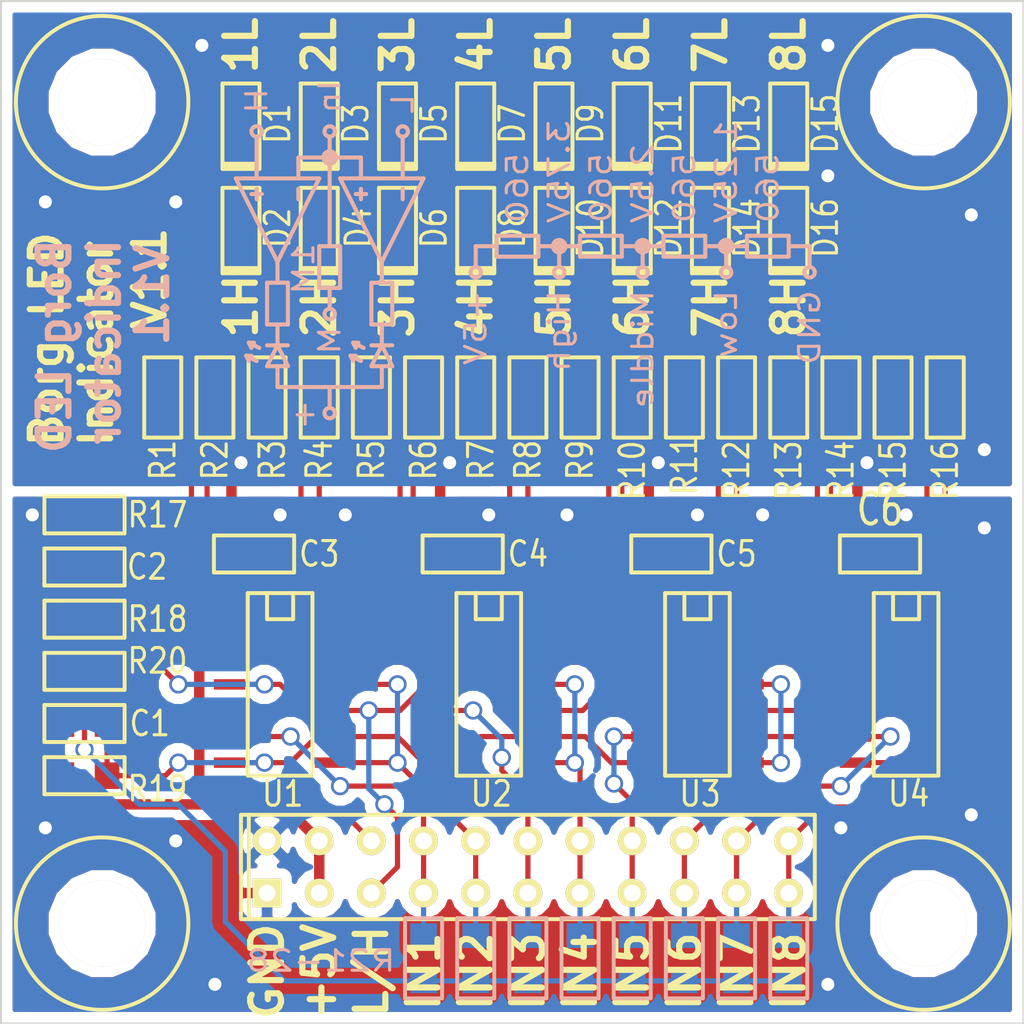
<source format=kicad_pcb>
(kicad_pcb (version 4) (host pcbnew 4.0.2+dfsg1-stable)

  (general
    (links 159)
    (no_connects 0)
    (area 100.017048 98.31345 149.910001 150.381)
    (thickness 1.6)
    (drawings 154)
    (tracks 318)
    (zones 0)
    (modules 85)
    (nets 46)
  )

  (page A4)
  (title_block
    (title "LED Indicator")
    (rev 1.1)
    (company "Borg Empire")
  )

  (layers
    (0 F.Cu signal)
    (31 B.Cu signal)
    (32 B.Adhes user)
    (33 F.Adhes user)
    (34 B.Paste user)
    (35 F.Paste user)
    (36 B.SilkS user)
    (37 F.SilkS user)
    (38 B.Mask user)
    (39 F.Mask user)
    (40 Dwgs.User user)
    (41 Cmts.User user)
    (42 Eco1.User user)
    (43 Eco2.User user)
    (44 Edge.Cuts user)
  )

  (setup
    (last_trace_width 0.254)
    (trace_clearance 0.254)
    (zone_clearance 0.508)
    (zone_45_only no)
    (trace_min 0.254)
    (segment_width 0.2)
    (edge_width 0.1)
    (via_size 0.889)
    (via_drill 0.635)
    (via_min_size 0.889)
    (via_min_drill 0.508)
    (uvia_size 0.508)
    (uvia_drill 0.127)
    (uvias_allowed no)
    (uvia_min_size 0.508)
    (uvia_min_drill 0.127)
    (pcb_text_width 0.3)
    (pcb_text_size 1.5 1.5)
    (mod_edge_width 0.15)
    (mod_text_size 1 1)
    (mod_text_width 0.15)
    (pad_size 3.19786 3.19786)
    (pad_drill 3.19786)
    (pad_to_mask_clearance 0)
    (aux_axis_origin 0 0)
    (visible_elements 7FFFFF7F)
    (pcbplotparams
      (layerselection 0x010fc_80000001)
      (usegerberextensions true)
      (excludeedgelayer true)
      (linewidth 0.150000)
      (plotframeref false)
      (viasonmask false)
      (mode 1)
      (useauxorigin false)
      (hpglpennumber 1)
      (hpglpenspeed 20)
      (hpglpendiameter 15)
      (hpglpenoverlay 2)
      (psnegative false)
      (psa4output false)
      (plotreference true)
      (plotvalue true)
      (plotinvisibletext false)
      (padsonsilk false)
      (subtractmaskfromsilk false)
      (outputformat 1)
      (mirror false)
      (drillshape 0)
      (scaleselection 1)
      (outputdirectory production))
  )

  (net 0 "")
  (net 1 /L0)
  (net 2 /L1)
  (net 3 /L2)
  (net 4 /L3)
  (net 5 /L4)
  (net 6 /L5)
  (net 7 /L6)
  (net 8 /L7)
  (net 9 /U0)
  (net 10 /U1)
  (net 11 /U2)
  (net 12 /U3)
  (net 13 /U4)
  (net 14 /U5)
  (net 15 /U6)
  (net 16 /U7)
  (net 17 GND)
  (net 18 HIGH)
  (net 19 IN0)
  (net 20 IN1)
  (net 21 IN2)
  (net 22 IN3)
  (net 23 IN4)
  (net 24 IN5)
  (net 25 IN6)
  (net 26 IN7)
  (net 27 LOW)
  (net 28 VCC)
  (net 29 "Net-(R1-Pad1)")
  (net 30 "Net-(R2-Pad1)")
  (net 31 "Net-(R3-Pad1)")
  (net 32 "Net-(R4-Pad1)")
  (net 33 "Net-(R5-Pad1)")
  (net 34 "Net-(R6-Pad1)")
  (net 35 "Net-(R7-Pad1)")
  (net 36 "Net-(R8-Pad1)")
  (net 37 "Net-(R9-Pad1)")
  (net 38 "Net-(R10-Pad1)")
  (net 39 "Net-(R11-Pad1)")
  (net 40 "Net-(R12-Pad1)")
  (net 41 "Net-(R13-Pad1)")
  (net 42 "Net-(R14-Pad1)")
  (net 43 "Net-(R15-Pad1)")
  (net 44 "Net-(R16-Pad1)")
  (net 45 MIDDLE)

  (net_class Default "This is the default net class."
    (clearance 0.254)
    (trace_width 0.254)
    (via_dia 0.889)
    (via_drill 0.635)
    (uvia_dia 0.508)
    (uvia_drill 0.127)
    (add_net /L0)
    (add_net /L1)
    (add_net /L2)
    (add_net /L3)
    (add_net /L4)
    (add_net /L5)
    (add_net /L6)
    (add_net /L7)
    (add_net /U0)
    (add_net /U1)
    (add_net /U2)
    (add_net /U3)
    (add_net /U4)
    (add_net /U5)
    (add_net /U6)
    (add_net /U7)
    (add_net HIGH)
    (add_net IN0)
    (add_net IN1)
    (add_net IN2)
    (add_net IN3)
    (add_net IN4)
    (add_net IN5)
    (add_net IN6)
    (add_net IN7)
    (add_net LOW)
    (add_net MIDDLE)
    (add_net "Net-(R1-Pad1)")
    (add_net "Net-(R10-Pad1)")
    (add_net "Net-(R11-Pad1)")
    (add_net "Net-(R12-Pad1)")
    (add_net "Net-(R13-Pad1)")
    (add_net "Net-(R14-Pad1)")
    (add_net "Net-(R15-Pad1)")
    (add_net "Net-(R16-Pad1)")
    (add_net "Net-(R2-Pad1)")
    (add_net "Net-(R3-Pad1)")
    (add_net "Net-(R4-Pad1)")
    (add_net "Net-(R5-Pad1)")
    (add_net "Net-(R6-Pad1)")
    (add_net "Net-(R7-Pad1)")
    (add_net "Net-(R8-Pad1)")
    (add_net "Net-(R9-Pad1)")
  )

  (net_class Power ""
    (clearance 0.254)
    (trace_width 0.508)
    (via_dia 0.889)
    (via_drill 0.635)
    (uvia_dia 0.508)
    (uvia_drill 0.127)
    (add_net GND)
    (add_net VCC)
  )

  (module c_gen:C_SMT0805 (layer F.Cu) (tedit 57ECEA7C) (tstamp 57ECD18C)
    (at 104.14 135.255)
    (descr "Module C_SMT0805, length 3400 pad length 1200 width 1300")
    (path /566463B8)
    (fp_text reference C1 (at 3.175 0) (layer F.SilkS)
      (effects (font (size 1.2 1) (thickness 0.15)))
    )
    (fp_text value 100n (at 0 -2.1717) (layer F.SilkS) hide
      (effects (font (size 1.2 1) (thickness 0.15)))
    )
    (fp_line (start -1.95326 0.9017) (end 1.95326 0.9017) (layer F.SilkS) (width 0.1905))
    (fp_line (start 1.95326 0.9017) (end 1.95326 -0.9017) (layer F.SilkS) (width 0.1905))
    (fp_line (start 1.95326 -0.9017) (end -1.95326 -0.9017) (layer F.SilkS) (width 0.1905))
    (fp_line (start -1.95326 -0.9017) (end -1.95326 0.9017) (layer F.SilkS) (width 0.1905))
    (pad 1 smd rect (at -1.09982 0) (size 1.19888 1.29794) (layers F.Cu F.Paste F.Mask)
      (net 17 GND))
    (pad 2 smd rect (at 1.09982 0) (size 1.19888 1.29794) (layers F.Cu F.Paste F.Mask)
      (net 18 HIGH))
  )

  (module c_gen:C_SMT0805 (layer F.Cu) (tedit 57ECEA6B) (tstamp 57ECD195)
    (at 104.14 127.635)
    (descr "Module C_SMT0805, length 3400 pad length 1200 width 1300")
    (path /566463C5)
    (fp_text reference C2 (at 3.048 0) (layer F.SilkS)
      (effects (font (size 1.2 1) (thickness 0.15)))
    )
    (fp_text value 100n (at 0 -2.1717) (layer F.SilkS) hide
      (effects (font (size 1.2 1) (thickness 0.15)))
    )
    (fp_line (start -1.95326 0.9017) (end 1.95326 0.9017) (layer F.SilkS) (width 0.1905))
    (fp_line (start 1.95326 0.9017) (end 1.95326 -0.9017) (layer F.SilkS) (width 0.1905))
    (fp_line (start 1.95326 -0.9017) (end -1.95326 -0.9017) (layer F.SilkS) (width 0.1905))
    (fp_line (start -1.95326 -0.9017) (end -1.95326 0.9017) (layer F.SilkS) (width 0.1905))
    (pad 1 smd rect (at -1.09982 0) (size 1.19888 1.29794) (layers F.Cu F.Paste F.Mask)
      (net 17 GND))
    (pad 2 smd rect (at 1.09982 0) (size 1.19888 1.29794) (layers F.Cu F.Paste F.Mask)
      (net 27 LOW))
  )

  (module c_gen:C_SMT0805 (layer F.Cu) (tedit 57ECEA58) (tstamp 57ECD19E)
    (at 112.395 127 180)
    (descr "Module C_SMT0805, length 3400 pad length 1200 width 1300")
    (path /566ADE7A)
    (fp_text reference C3 (at -3.175 0 180) (layer F.SilkS)
      (effects (font (size 1.2 1) (thickness 0.15)))
    )
    (fp_text value 100n (at 0 -2.1717 180) (layer F.SilkS) hide
      (effects (font (size 1.2 1) (thickness 0.15)))
    )
    (fp_line (start -1.95326 0.9017) (end 1.95326 0.9017) (layer F.SilkS) (width 0.1905))
    (fp_line (start 1.95326 0.9017) (end 1.95326 -0.9017) (layer F.SilkS) (width 0.1905))
    (fp_line (start 1.95326 -0.9017) (end -1.95326 -0.9017) (layer F.SilkS) (width 0.1905))
    (fp_line (start -1.95326 -0.9017) (end -1.95326 0.9017) (layer F.SilkS) (width 0.1905))
    (pad 1 smd rect (at -1.09982 0 180) (size 1.19888 1.29794) (layers F.Cu F.Paste F.Mask)
      (net 17 GND))
    (pad 2 smd rect (at 1.09982 0 180) (size 1.19888 1.29794) (layers F.Cu F.Paste F.Mask)
      (net 28 VCC))
  )

  (module c_gen:C_SMT0805 (layer F.Cu) (tedit 57ECEA54) (tstamp 57ECD1A7)
    (at 122.555 127 180)
    (descr "Module C_SMT0805, length 3400 pad length 1200 width 1300")
    (path /566ADE46)
    (fp_text reference C4 (at -3.175 0 180) (layer F.SilkS)
      (effects (font (size 1.2 1) (thickness 0.15)))
    )
    (fp_text value 100n (at 0 -2.1717 180) (layer F.SilkS) hide
      (effects (font (size 1.2 1) (thickness 0.15)))
    )
    (fp_line (start -1.95326 0.9017) (end 1.95326 0.9017) (layer F.SilkS) (width 0.1905))
    (fp_line (start 1.95326 0.9017) (end 1.95326 -0.9017) (layer F.SilkS) (width 0.1905))
    (fp_line (start 1.95326 -0.9017) (end -1.95326 -0.9017) (layer F.SilkS) (width 0.1905))
    (fp_line (start -1.95326 -0.9017) (end -1.95326 0.9017) (layer F.SilkS) (width 0.1905))
    (pad 1 smd rect (at -1.09982 0 180) (size 1.19888 1.29794) (layers F.Cu F.Paste F.Mask)
      (net 17 GND))
    (pad 2 smd rect (at 1.09982 0 180) (size 1.19888 1.29794) (layers F.Cu F.Paste F.Mask)
      (net 28 VCC))
  )

  (module c_gen:C_SMT0805 (layer F.Cu) (tedit 57ECEA51) (tstamp 57ECD1B0)
    (at 132.715 127 180)
    (descr "Module C_SMT0805, length 3400 pad length 1200 width 1300")
    (path /566ADE60)
    (fp_text reference C5 (at -3.175 0 180) (layer F.SilkS)
      (effects (font (size 1.2 1) (thickness 0.15)))
    )
    (fp_text value 100n (at 0 -2.1717 180) (layer F.SilkS) hide
      (effects (font (size 1.2 1) (thickness 0.15)))
    )
    (fp_line (start -1.95326 0.9017) (end 1.95326 0.9017) (layer F.SilkS) (width 0.1905))
    (fp_line (start 1.95326 0.9017) (end 1.95326 -0.9017) (layer F.SilkS) (width 0.1905))
    (fp_line (start 1.95326 -0.9017) (end -1.95326 -0.9017) (layer F.SilkS) (width 0.1905))
    (fp_line (start -1.95326 -0.9017) (end -1.95326 0.9017) (layer F.SilkS) (width 0.1905))
    (pad 1 smd rect (at -1.09982 0 180) (size 1.19888 1.29794) (layers F.Cu F.Paste F.Mask)
      (net 17 GND))
    (pad 2 smd rect (at 1.09982 0 180) (size 1.19888 1.29794) (layers F.Cu F.Paste F.Mask)
      (net 28 VCC))
  )

  (module d_gen:D_SMT0805 (layer F.Cu) (tedit 57ED0478) (tstamp 57ECD1C6)
    (at 111.76 106.045 90)
    (descr "Module D_SMT0805, length 3400 pad length 1200 width 1300")
    (path /56674A07)
    (fp_text reference D1 (at 0 1.778 90) (layer F.SilkS)
      (effects (font (size 1.2 1) (thickness 0.15)))
    )
    (fp_text value LED_L (at 0 -2.1717 90) (layer F.SilkS) hide
      (effects (font (size 1.2 1) (thickness 0.15)))
    )
    (fp_line (start -2.20726 0.9017) (end 1.95326 0.9017) (layer F.SilkS) (width 0.1905))
    (fp_line (start 1.95326 0.9017) (end 1.95326 -0.9017) (layer F.SilkS) (width 0.1905))
    (fp_line (start 1.95326 -0.9017) (end -2.20726 -0.9017) (layer F.SilkS) (width 0.1905))
    (fp_line (start -2.20726 -0.9017) (end -2.20726 0.9017) (layer F.SilkS) (width 0.1905))
    (fp_line (start -2.08026 0.9017) (end -1.95326 0.9017) (layer F.SilkS) (width 0.1905))
    (fp_line (start -1.95326 0.9017) (end -1.95326 -0.9017) (layer F.SilkS) (width 0.1905))
    (fp_line (start -1.95326 -0.9017) (end -2.08026 -0.9017) (layer F.SilkS) (width 0.1905))
    (fp_line (start -2.08026 -0.9017) (end -2.08026 0.9017) (layer F.SilkS) (width 0.1905))
    (pad 1 smd rect (at -1.09982 0 90) (size 1.19888 1.29794) (layers F.Cu F.Paste F.Mask)
      (net 1 /L0))
    (pad 2 smd rect (at 1.09982 0 90) (size 1.19888 1.29794) (layers F.Cu F.Paste F.Mask)
      (net 28 VCC))
  )

  (module d_gen:D_SMT0805 (layer F.Cu) (tedit 57ED0470) (tstamp 57ECD1D3)
    (at 111.76 111.125 90)
    (descr "Module D_SMT0805, length 3400 pad length 1200 width 1300")
    (path /566ABDCA)
    (fp_text reference D2 (at 0 1.778 90) (layer F.SilkS)
      (effects (font (size 1.2 1) (thickness 0.15)))
    )
    (fp_text value LED_L (at 0 -2.1717 90) (layer F.SilkS) hide
      (effects (font (size 1.2 1) (thickness 0.15)))
    )
    (fp_line (start -2.20726 0.9017) (end 1.95326 0.9017) (layer F.SilkS) (width 0.1905))
    (fp_line (start 1.95326 0.9017) (end 1.95326 -0.9017) (layer F.SilkS) (width 0.1905))
    (fp_line (start 1.95326 -0.9017) (end -2.20726 -0.9017) (layer F.SilkS) (width 0.1905))
    (fp_line (start -2.20726 -0.9017) (end -2.20726 0.9017) (layer F.SilkS) (width 0.1905))
    (fp_line (start -2.08026 0.9017) (end -1.95326 0.9017) (layer F.SilkS) (width 0.1905))
    (fp_line (start -1.95326 0.9017) (end -1.95326 -0.9017) (layer F.SilkS) (width 0.1905))
    (fp_line (start -1.95326 -0.9017) (end -2.08026 -0.9017) (layer F.SilkS) (width 0.1905))
    (fp_line (start -2.08026 -0.9017) (end -2.08026 0.9017) (layer F.SilkS) (width 0.1905))
    (pad 1 smd rect (at -1.09982 0 90) (size 1.19888 1.29794) (layers F.Cu F.Paste F.Mask)
      (net 9 /U0))
    (pad 2 smd rect (at 1.09982 0 90) (size 1.19888 1.29794) (layers F.Cu F.Paste F.Mask)
      (net 28 VCC))
  )

  (module d_gen:D_SMT0805 (layer F.Cu) (tedit 57ED047B) (tstamp 57ECD1E0)
    (at 115.57 106.045 90)
    (descr "Module D_SMT0805, length 3400 pad length 1200 width 1300")
    (path /5665335C)
    (fp_text reference D3 (at 0 1.778 90) (layer F.SilkS)
      (effects (font (size 1.2 1) (thickness 0.15)))
    )
    (fp_text value LED_L (at 0 -2.1717 90) (layer F.SilkS) hide
      (effects (font (size 1.2 1) (thickness 0.15)))
    )
    (fp_line (start -2.20726 0.9017) (end 1.95326 0.9017) (layer F.SilkS) (width 0.1905))
    (fp_line (start 1.95326 0.9017) (end 1.95326 -0.9017) (layer F.SilkS) (width 0.1905))
    (fp_line (start 1.95326 -0.9017) (end -2.20726 -0.9017) (layer F.SilkS) (width 0.1905))
    (fp_line (start -2.20726 -0.9017) (end -2.20726 0.9017) (layer F.SilkS) (width 0.1905))
    (fp_line (start -2.08026 0.9017) (end -1.95326 0.9017) (layer F.SilkS) (width 0.1905))
    (fp_line (start -1.95326 0.9017) (end -1.95326 -0.9017) (layer F.SilkS) (width 0.1905))
    (fp_line (start -1.95326 -0.9017) (end -2.08026 -0.9017) (layer F.SilkS) (width 0.1905))
    (fp_line (start -2.08026 -0.9017) (end -2.08026 0.9017) (layer F.SilkS) (width 0.1905))
    (pad 1 smd rect (at -1.09982 0 90) (size 1.19888 1.29794) (layers F.Cu F.Paste F.Mask)
      (net 2 /L1))
    (pad 2 smd rect (at 1.09982 0 90) (size 1.19888 1.29794) (layers F.Cu F.Paste F.Mask)
      (net 28 VCC))
  )

  (module d_gen:D_SMT0805 (layer F.Cu) (tedit 57ED04A9) (tstamp 57ECD1ED)
    (at 115.57 111.125 90)
    (descr "Module D_SMT0805, length 3400 pad length 1200 width 1300")
    (path /566ABDB2)
    (fp_text reference D4 (at 0 1.905 90) (layer F.SilkS)
      (effects (font (size 1.2 1) (thickness 0.15)))
    )
    (fp_text value LED_L (at 0 -2.1717 90) (layer F.SilkS) hide
      (effects (font (size 1.2 1) (thickness 0.15)))
    )
    (fp_line (start -2.20726 0.9017) (end 1.95326 0.9017) (layer F.SilkS) (width 0.1905))
    (fp_line (start 1.95326 0.9017) (end 1.95326 -0.9017) (layer F.SilkS) (width 0.1905))
    (fp_line (start 1.95326 -0.9017) (end -2.20726 -0.9017) (layer F.SilkS) (width 0.1905))
    (fp_line (start -2.20726 -0.9017) (end -2.20726 0.9017) (layer F.SilkS) (width 0.1905))
    (fp_line (start -2.08026 0.9017) (end -1.95326 0.9017) (layer F.SilkS) (width 0.1905))
    (fp_line (start -1.95326 0.9017) (end -1.95326 -0.9017) (layer F.SilkS) (width 0.1905))
    (fp_line (start -1.95326 -0.9017) (end -2.08026 -0.9017) (layer F.SilkS) (width 0.1905))
    (fp_line (start -2.08026 -0.9017) (end -2.08026 0.9017) (layer F.SilkS) (width 0.1905))
    (pad 1 smd rect (at -1.09982 0 90) (size 1.19888 1.29794) (layers F.Cu F.Paste F.Mask)
      (net 10 /U1))
    (pad 2 smd rect (at 1.09982 0 90) (size 1.19888 1.29794) (layers F.Cu F.Paste F.Mask)
      (net 28 VCC))
  )

  (module d_gen:D_SMT0805 (layer F.Cu) (tedit 57ED047F) (tstamp 57ECD1FA)
    (at 119.38 106.045 90)
    (descr "Module D_SMT0805, length 3400 pad length 1200 width 1300")
    (path /56674A05)
    (fp_text reference D5 (at 0 1.778 90) (layer F.SilkS)
      (effects (font (size 1.2 1) (thickness 0.15)))
    )
    (fp_text value LED_L (at 0 -2.1717 90) (layer F.SilkS) hide
      (effects (font (size 1.2 1) (thickness 0.15)))
    )
    (fp_line (start -2.20726 0.9017) (end 1.95326 0.9017) (layer F.SilkS) (width 0.1905))
    (fp_line (start 1.95326 0.9017) (end 1.95326 -0.9017) (layer F.SilkS) (width 0.1905))
    (fp_line (start 1.95326 -0.9017) (end -2.20726 -0.9017) (layer F.SilkS) (width 0.1905))
    (fp_line (start -2.20726 -0.9017) (end -2.20726 0.9017) (layer F.SilkS) (width 0.1905))
    (fp_line (start -2.08026 0.9017) (end -1.95326 0.9017) (layer F.SilkS) (width 0.1905))
    (fp_line (start -1.95326 0.9017) (end -1.95326 -0.9017) (layer F.SilkS) (width 0.1905))
    (fp_line (start -1.95326 -0.9017) (end -2.08026 -0.9017) (layer F.SilkS) (width 0.1905))
    (fp_line (start -2.08026 -0.9017) (end -2.08026 0.9017) (layer F.SilkS) (width 0.1905))
    (pad 1 smd rect (at -1.09982 0 90) (size 1.19888 1.29794) (layers F.Cu F.Paste F.Mask)
      (net 3 /L2))
    (pad 2 smd rect (at 1.09982 0 90) (size 1.19888 1.29794) (layers F.Cu F.Paste F.Mask)
      (net 28 VCC))
  )

  (module d_gen:D_SMT0805 (layer F.Cu) (tedit 57ED04A4) (tstamp 57ECD207)
    (at 119.38 111.125 90)
    (descr "Module D_SMT0805, length 3400 pad length 1200 width 1300")
    (path /566ABDC4)
    (fp_text reference D6 (at 0 1.778 90) (layer F.SilkS)
      (effects (font (size 1.2 1) (thickness 0.15)))
    )
    (fp_text value LED_L (at 0 -2.1717 90) (layer F.SilkS) hide
      (effects (font (size 1.2 1) (thickness 0.15)))
    )
    (fp_line (start -2.20726 0.9017) (end 1.95326 0.9017) (layer F.SilkS) (width 0.1905))
    (fp_line (start 1.95326 0.9017) (end 1.95326 -0.9017) (layer F.SilkS) (width 0.1905))
    (fp_line (start 1.95326 -0.9017) (end -2.20726 -0.9017) (layer F.SilkS) (width 0.1905))
    (fp_line (start -2.20726 -0.9017) (end -2.20726 0.9017) (layer F.SilkS) (width 0.1905))
    (fp_line (start -2.08026 0.9017) (end -1.95326 0.9017) (layer F.SilkS) (width 0.1905))
    (fp_line (start -1.95326 0.9017) (end -1.95326 -0.9017) (layer F.SilkS) (width 0.1905))
    (fp_line (start -1.95326 -0.9017) (end -2.08026 -0.9017) (layer F.SilkS) (width 0.1905))
    (fp_line (start -2.08026 -0.9017) (end -2.08026 0.9017) (layer F.SilkS) (width 0.1905))
    (pad 1 smd rect (at -1.09982 0 90) (size 1.19888 1.29794) (layers F.Cu F.Paste F.Mask)
      (net 11 /U2))
    (pad 2 smd rect (at 1.09982 0 90) (size 1.19888 1.29794) (layers F.Cu F.Paste F.Mask)
      (net 28 VCC))
  )

  (module d_gen:D_SMT0805 (layer F.Cu) (tedit 57ED0483) (tstamp 57ECD214)
    (at 123.19 106.045 90)
    (descr "Module D_SMT0805, length 3400 pad length 1200 width 1300")
    (path /56653356)
    (fp_text reference D7 (at 0 1.778 90) (layer F.SilkS)
      (effects (font (size 1.2 1) (thickness 0.15)))
    )
    (fp_text value LED_L (at 0 -2.1717 90) (layer F.SilkS) hide
      (effects (font (size 1.2 1) (thickness 0.15)))
    )
    (fp_line (start -2.20726 0.9017) (end 1.95326 0.9017) (layer F.SilkS) (width 0.1905))
    (fp_line (start 1.95326 0.9017) (end 1.95326 -0.9017) (layer F.SilkS) (width 0.1905))
    (fp_line (start 1.95326 -0.9017) (end -2.20726 -0.9017) (layer F.SilkS) (width 0.1905))
    (fp_line (start -2.20726 -0.9017) (end -2.20726 0.9017) (layer F.SilkS) (width 0.1905))
    (fp_line (start -2.08026 0.9017) (end -1.95326 0.9017) (layer F.SilkS) (width 0.1905))
    (fp_line (start -1.95326 0.9017) (end -1.95326 -0.9017) (layer F.SilkS) (width 0.1905))
    (fp_line (start -1.95326 -0.9017) (end -2.08026 -0.9017) (layer F.SilkS) (width 0.1905))
    (fp_line (start -2.08026 -0.9017) (end -2.08026 0.9017) (layer F.SilkS) (width 0.1905))
    (pad 1 smd rect (at -1.09982 0 90) (size 1.19888 1.29794) (layers F.Cu F.Paste F.Mask)
      (net 4 /L3))
    (pad 2 smd rect (at 1.09982 0 90) (size 1.19888 1.29794) (layers F.Cu F.Paste F.Mask)
      (net 28 VCC))
  )

  (module d_gen:D_SMT0805 (layer F.Cu) (tedit 57ED04A2) (tstamp 57ECD221)
    (at 123.19 111.125 90)
    (descr "Module D_SMT0805, length 3400 pad length 1200 width 1300")
    (path /566ABDAC)
    (fp_text reference D8 (at 0 1.778 90) (layer F.SilkS)
      (effects (font (size 1.2 1) (thickness 0.15)))
    )
    (fp_text value LED_L (at 0 -2.1717 90) (layer F.SilkS) hide
      (effects (font (size 1.2 1) (thickness 0.15)))
    )
    (fp_line (start -2.20726 0.9017) (end 1.95326 0.9017) (layer F.SilkS) (width 0.1905))
    (fp_line (start 1.95326 0.9017) (end 1.95326 -0.9017) (layer F.SilkS) (width 0.1905))
    (fp_line (start 1.95326 -0.9017) (end -2.20726 -0.9017) (layer F.SilkS) (width 0.1905))
    (fp_line (start -2.20726 -0.9017) (end -2.20726 0.9017) (layer F.SilkS) (width 0.1905))
    (fp_line (start -2.08026 0.9017) (end -1.95326 0.9017) (layer F.SilkS) (width 0.1905))
    (fp_line (start -1.95326 0.9017) (end -1.95326 -0.9017) (layer F.SilkS) (width 0.1905))
    (fp_line (start -1.95326 -0.9017) (end -2.08026 -0.9017) (layer F.SilkS) (width 0.1905))
    (fp_line (start -2.08026 -0.9017) (end -2.08026 0.9017) (layer F.SilkS) (width 0.1905))
    (pad 1 smd rect (at -1.09982 0 90) (size 1.19888 1.29794) (layers F.Cu F.Paste F.Mask)
      (net 12 /U3))
    (pad 2 smd rect (at 1.09982 0 90) (size 1.19888 1.29794) (layers F.Cu F.Paste F.Mask)
      (net 28 VCC))
  )

  (module d_gen:D_SMT0805 (layer F.Cu) (tedit 57ED0486) (tstamp 57ECD22E)
    (at 127 106.045 90)
    (descr "Module D_SMT0805, length 3400 pad length 1200 width 1300")
    (path /56674A03)
    (fp_text reference D9 (at 0 1.778 90) (layer F.SilkS)
      (effects (font (size 1.2 1) (thickness 0.15)))
    )
    (fp_text value LED_L (at 0 -2.1717 90) (layer F.SilkS) hide
      (effects (font (size 1.2 1) (thickness 0.15)))
    )
    (fp_line (start -2.20726 0.9017) (end 1.95326 0.9017) (layer F.SilkS) (width 0.1905))
    (fp_line (start 1.95326 0.9017) (end 1.95326 -0.9017) (layer F.SilkS) (width 0.1905))
    (fp_line (start 1.95326 -0.9017) (end -2.20726 -0.9017) (layer F.SilkS) (width 0.1905))
    (fp_line (start -2.20726 -0.9017) (end -2.20726 0.9017) (layer F.SilkS) (width 0.1905))
    (fp_line (start -2.08026 0.9017) (end -1.95326 0.9017) (layer F.SilkS) (width 0.1905))
    (fp_line (start -1.95326 0.9017) (end -1.95326 -0.9017) (layer F.SilkS) (width 0.1905))
    (fp_line (start -1.95326 -0.9017) (end -2.08026 -0.9017) (layer F.SilkS) (width 0.1905))
    (fp_line (start -2.08026 -0.9017) (end -2.08026 0.9017) (layer F.SilkS) (width 0.1905))
    (pad 1 smd rect (at -1.09982 0 90) (size 1.19888 1.29794) (layers F.Cu F.Paste F.Mask)
      (net 5 /L4))
    (pad 2 smd rect (at 1.09982 0 90) (size 1.19888 1.29794) (layers F.Cu F.Paste F.Mask)
      (net 28 VCC))
  )

  (module d_gen:D_SMT0805 (layer F.Cu) (tedit 57ED049F) (tstamp 57ECD23B)
    (at 127 111.125 90)
    (descr "Module D_SMT0805, length 3400 pad length 1200 width 1300")
    (path /566ABDBE)
    (fp_text reference D10 (at 0 1.778 90) (layer F.SilkS)
      (effects (font (size 1.2 1) (thickness 0.15)))
    )
    (fp_text value LED_L (at 0 -2.1717 90) (layer F.SilkS) hide
      (effects (font (size 1.2 1) (thickness 0.15)))
    )
    (fp_line (start -2.20726 0.9017) (end 1.95326 0.9017) (layer F.SilkS) (width 0.1905))
    (fp_line (start 1.95326 0.9017) (end 1.95326 -0.9017) (layer F.SilkS) (width 0.1905))
    (fp_line (start 1.95326 -0.9017) (end -2.20726 -0.9017) (layer F.SilkS) (width 0.1905))
    (fp_line (start -2.20726 -0.9017) (end -2.20726 0.9017) (layer F.SilkS) (width 0.1905))
    (fp_line (start -2.08026 0.9017) (end -1.95326 0.9017) (layer F.SilkS) (width 0.1905))
    (fp_line (start -1.95326 0.9017) (end -1.95326 -0.9017) (layer F.SilkS) (width 0.1905))
    (fp_line (start -1.95326 -0.9017) (end -2.08026 -0.9017) (layer F.SilkS) (width 0.1905))
    (fp_line (start -2.08026 -0.9017) (end -2.08026 0.9017) (layer F.SilkS) (width 0.1905))
    (pad 1 smd rect (at -1.09982 0 90) (size 1.19888 1.29794) (layers F.Cu F.Paste F.Mask)
      (net 13 /U4))
    (pad 2 smd rect (at 1.09982 0 90) (size 1.19888 1.29794) (layers F.Cu F.Paste F.Mask)
      (net 28 VCC))
  )

  (module d_gen:D_SMT0805 (layer F.Cu) (tedit 57ED048A) (tstamp 57ECD248)
    (at 130.81 106.045 90)
    (descr "Module D_SMT0805, length 3400 pad length 1200 width 1300")
    (path /566749EB)
    (fp_text reference D11 (at 0 1.778 90) (layer F.SilkS)
      (effects (font (size 1.2 1) (thickness 0.15)))
    )
    (fp_text value LED_L (at 0 -2.1717 90) (layer F.SilkS) hide
      (effects (font (size 1.2 1) (thickness 0.15)))
    )
    (fp_line (start -2.20726 0.9017) (end 1.95326 0.9017) (layer F.SilkS) (width 0.1905))
    (fp_line (start 1.95326 0.9017) (end 1.95326 -0.9017) (layer F.SilkS) (width 0.1905))
    (fp_line (start 1.95326 -0.9017) (end -2.20726 -0.9017) (layer F.SilkS) (width 0.1905))
    (fp_line (start -2.20726 -0.9017) (end -2.20726 0.9017) (layer F.SilkS) (width 0.1905))
    (fp_line (start -2.08026 0.9017) (end -1.95326 0.9017) (layer F.SilkS) (width 0.1905))
    (fp_line (start -1.95326 0.9017) (end -1.95326 -0.9017) (layer F.SilkS) (width 0.1905))
    (fp_line (start -1.95326 -0.9017) (end -2.08026 -0.9017) (layer F.SilkS) (width 0.1905))
    (fp_line (start -2.08026 -0.9017) (end -2.08026 0.9017) (layer F.SilkS) (width 0.1905))
    (pad 1 smd rect (at -1.09982 0 90) (size 1.19888 1.29794) (layers F.Cu F.Paste F.Mask)
      (net 6 /L5))
    (pad 2 smd rect (at 1.09982 0 90) (size 1.19888 1.29794) (layers F.Cu F.Paste F.Mask)
      (net 28 VCC))
  )

  (module d_gen:D_SMT0805 (layer F.Cu) (tedit 57ED049B) (tstamp 57ECD255)
    (at 130.81 111.125 90)
    (descr "Module D_SMT0805, length 3400 pad length 1200 width 1300")
    (path /566ABDA6)
    (fp_text reference D12 (at 0 1.778 90) (layer F.SilkS)
      (effects (font (size 1.2 1) (thickness 0.15)))
    )
    (fp_text value LED_L (at 0 -2.1717 90) (layer F.SilkS) hide
      (effects (font (size 1.2 1) (thickness 0.15)))
    )
    (fp_line (start -2.20726 0.9017) (end 1.95326 0.9017) (layer F.SilkS) (width 0.1905))
    (fp_line (start 1.95326 0.9017) (end 1.95326 -0.9017) (layer F.SilkS) (width 0.1905))
    (fp_line (start 1.95326 -0.9017) (end -2.20726 -0.9017) (layer F.SilkS) (width 0.1905))
    (fp_line (start -2.20726 -0.9017) (end -2.20726 0.9017) (layer F.SilkS) (width 0.1905))
    (fp_line (start -2.08026 0.9017) (end -1.95326 0.9017) (layer F.SilkS) (width 0.1905))
    (fp_line (start -1.95326 0.9017) (end -1.95326 -0.9017) (layer F.SilkS) (width 0.1905))
    (fp_line (start -1.95326 -0.9017) (end -2.08026 -0.9017) (layer F.SilkS) (width 0.1905))
    (fp_line (start -2.08026 -0.9017) (end -2.08026 0.9017) (layer F.SilkS) (width 0.1905))
    (pad 1 smd rect (at -1.09982 0 90) (size 1.19888 1.29794) (layers F.Cu F.Paste F.Mask)
      (net 14 /U5))
    (pad 2 smd rect (at 1.09982 0 90) (size 1.19888 1.29794) (layers F.Cu F.Paste F.Mask)
      (net 28 VCC))
  )

  (module d_gen:D_SMT0805 (layer F.Cu) (tedit 57ED048C) (tstamp 57ECD262)
    (at 134.62 106.045 90)
    (descr "Module D_SMT0805, length 3400 pad length 1200 width 1300")
    (path /56674A00)
    (fp_text reference D13 (at 0 1.778 90) (layer F.SilkS)
      (effects (font (size 1.2 1) (thickness 0.15)))
    )
    (fp_text value LED_L (at 0 -2.1717 90) (layer F.SilkS) hide
      (effects (font (size 1.2 1) (thickness 0.15)))
    )
    (fp_line (start -2.20726 0.9017) (end 1.95326 0.9017) (layer F.SilkS) (width 0.1905))
    (fp_line (start 1.95326 0.9017) (end 1.95326 -0.9017) (layer F.SilkS) (width 0.1905))
    (fp_line (start 1.95326 -0.9017) (end -2.20726 -0.9017) (layer F.SilkS) (width 0.1905))
    (fp_line (start -2.20726 -0.9017) (end -2.20726 0.9017) (layer F.SilkS) (width 0.1905))
    (fp_line (start -2.08026 0.9017) (end -1.95326 0.9017) (layer F.SilkS) (width 0.1905))
    (fp_line (start -1.95326 0.9017) (end -1.95326 -0.9017) (layer F.SilkS) (width 0.1905))
    (fp_line (start -1.95326 -0.9017) (end -2.08026 -0.9017) (layer F.SilkS) (width 0.1905))
    (fp_line (start -2.08026 -0.9017) (end -2.08026 0.9017) (layer F.SilkS) (width 0.1905))
    (pad 1 smd rect (at -1.09982 0 90) (size 1.19888 1.29794) (layers F.Cu F.Paste F.Mask)
      (net 7 /L6))
    (pad 2 smd rect (at 1.09982 0 90) (size 1.19888 1.29794) (layers F.Cu F.Paste F.Mask)
      (net 28 VCC))
  )

  (module d_gen:D_SMT0805 (layer F.Cu) (tedit 57ED0498) (tstamp 57ECD26F)
    (at 134.62 111.125 90)
    (descr "Module D_SMT0805, length 3400 pad length 1200 width 1300")
    (path /566ABDB8)
    (fp_text reference D14 (at 0 1.778 90) (layer F.SilkS)
      (effects (font (size 1.2 1) (thickness 0.15)))
    )
    (fp_text value LED_L (at 0 -2.1717 90) (layer F.SilkS) hide
      (effects (font (size 1.2 1) (thickness 0.15)))
    )
    (fp_line (start -2.20726 0.9017) (end 1.95326 0.9017) (layer F.SilkS) (width 0.1905))
    (fp_line (start 1.95326 0.9017) (end 1.95326 -0.9017) (layer F.SilkS) (width 0.1905))
    (fp_line (start 1.95326 -0.9017) (end -2.20726 -0.9017) (layer F.SilkS) (width 0.1905))
    (fp_line (start -2.20726 -0.9017) (end -2.20726 0.9017) (layer F.SilkS) (width 0.1905))
    (fp_line (start -2.08026 0.9017) (end -1.95326 0.9017) (layer F.SilkS) (width 0.1905))
    (fp_line (start -1.95326 0.9017) (end -1.95326 -0.9017) (layer F.SilkS) (width 0.1905))
    (fp_line (start -1.95326 -0.9017) (end -2.08026 -0.9017) (layer F.SilkS) (width 0.1905))
    (fp_line (start -2.08026 -0.9017) (end -2.08026 0.9017) (layer F.SilkS) (width 0.1905))
    (pad 1 smd rect (at -1.09982 0 90) (size 1.19888 1.29794) (layers F.Cu F.Paste F.Mask)
      (net 15 /U6))
    (pad 2 smd rect (at 1.09982 0 90) (size 1.19888 1.29794) (layers F.Cu F.Paste F.Mask)
      (net 28 VCC))
  )

  (module d_gen:D_SMT0805 (layer F.Cu) (tedit 57ED048E) (tstamp 57ECD27C)
    (at 138.43 106.045 90)
    (descr "Module D_SMT0805, length 3400 pad length 1200 width 1300")
    (path /566749E8)
    (fp_text reference D15 (at 0 1.778 90) (layer F.SilkS)
      (effects (font (size 1.2 1) (thickness 0.15)))
    )
    (fp_text value LED_L (at 0 -2.1717 90) (layer F.SilkS) hide
      (effects (font (size 1.2 1) (thickness 0.15)))
    )
    (fp_line (start -2.20726 0.9017) (end 1.95326 0.9017) (layer F.SilkS) (width 0.1905))
    (fp_line (start 1.95326 0.9017) (end 1.95326 -0.9017) (layer F.SilkS) (width 0.1905))
    (fp_line (start 1.95326 -0.9017) (end -2.20726 -0.9017) (layer F.SilkS) (width 0.1905))
    (fp_line (start -2.20726 -0.9017) (end -2.20726 0.9017) (layer F.SilkS) (width 0.1905))
    (fp_line (start -2.08026 0.9017) (end -1.95326 0.9017) (layer F.SilkS) (width 0.1905))
    (fp_line (start -1.95326 0.9017) (end -1.95326 -0.9017) (layer F.SilkS) (width 0.1905))
    (fp_line (start -1.95326 -0.9017) (end -2.08026 -0.9017) (layer F.SilkS) (width 0.1905))
    (fp_line (start -2.08026 -0.9017) (end -2.08026 0.9017) (layer F.SilkS) (width 0.1905))
    (pad 1 smd rect (at -1.09982 0 90) (size 1.19888 1.29794) (layers F.Cu F.Paste F.Mask)
      (net 8 /L7))
    (pad 2 smd rect (at 1.09982 0 90) (size 1.19888 1.29794) (layers F.Cu F.Paste F.Mask)
      (net 28 VCC))
  )

  (module mech_gen:HOLE_4_2MM_8_4 (layer F.Cu) (tedit 57ECE77D) (tstamp 57ECD28E)
    (at 105 145)
    (descr "Module HOLE_4_2MM_8_4, hole 4.200000MM, space 8.400000")
    (path /566AB377)
    (fp_text reference M1 (at 0 -5.08) (layer F.SilkS) hide
      (effects (font (size 1.524 1.143) (thickness 0.1905)))
    )
    (fp_text value HOLE (at 0 0) (layer F.SilkS) hide
      (effects (font (thickness 0.15)))
    )
    (fp_circle (center 0 0) (end 4.19862 0) (layer F.SilkS) (width 0.1905))
    (pad "" np_thru_hole circle (at 0 0) (size 4.19862 4.19862) (drill 4.19862) (layers *.Cu *.SilkS *.Mask))
  )

  (module mech_gen:HOLE_4_2MM_8_4 (layer F.Cu) (tedit 57ECE78A) (tstamp 57ECD293)
    (at 105 105)
    (descr "Module HOLE_4_2MM_8_4, hole 4.200000MM, space 8.400000")
    (path /566AB384)
    (fp_text reference M2 (at 0 -5.08) (layer F.SilkS) hide
      (effects (font (size 1.524 1.143) (thickness 0.1905)))
    )
    (fp_text value HOLE (at 0 0) (layer F.SilkS) hide
      (effects (font (thickness 0.15)))
    )
    (fp_circle (center 0 0) (end 4.19862 0) (layer F.SilkS) (width 0.1905))
    (pad "" np_thru_hole circle (at 0 0) (size 4.19862 4.19862) (drill 4.19862) (layers *.Cu *.SilkS *.Mask))
  )

  (module mech_gen:HOLE_4_2MM_8_4 (layer F.Cu) (tedit 57ECE795) (tstamp 57ECD298)
    (at 145 105)
    (descr "Module HOLE_4_2MM_8_4, hole 4.200000MM, space 8.400000")
    (path /566AB38A)
    (fp_text reference M3 (at 0 -5.08) (layer F.SilkS) hide
      (effects (font (size 1.524 1.143) (thickness 0.1905)))
    )
    (fp_text value HOLE (at 0 0) (layer F.SilkS) hide
      (effects (font (thickness 0.15)))
    )
    (fp_circle (center 0 0) (end 4.19862 0) (layer F.SilkS) (width 0.1905))
    (pad "" np_thru_hole circle (at 0 0) (size 4.19862 4.19862) (drill 4.19862) (layers *.Cu *.SilkS *.Mask))
  )

  (module mech_gen:HOLE_4_2MM_8_4 (layer F.Cu) (tedit 57ECE772) (tstamp 57ECD29D)
    (at 145 145)
    (descr "Module HOLE_4_2MM_8_4, hole 4.200000MM, space 8.400000")
    (path /566AB390)
    (fp_text reference M4 (at 0 -5.08) (layer F.SilkS) hide
      (effects (font (size 1.524 1.143) (thickness 0.1905)))
    )
    (fp_text value HOLE (at 0 0) (layer F.SilkS) hide
      (effects (font (thickness 0.15)))
    )
    (fp_circle (center 0 0) (end 4.19862 0) (layer F.SilkS) (width 0.1905))
    (pad "" np_thru_hole circle (at 0 0) (size 4.19862 4.19862) (drill 4.19862) (layers *.Cu *.SilkS *.Mask))
  )

  (module p_gen_conn:P_22_PIN2_100 (layer F.Cu) (tedit 57ED0555) (tstamp 57ECD2A2)
    (at 125.73 142.24)
    (descr "Module P_22_PIN2_100, 22 pins two rows 100")
    (path /57ECFEE8)
    (fp_text reference P1 (at 0 3.81) (layer F.SilkS) hide
      (effects (font (size 1.524 1.143) (thickness 0.1905)))
    )
    (fp_text value CONN_22 (at 0 -3.81) (layer F.SilkS) hide
      (effects (font (size 1.524 1.143) (thickness 0.1905)))
    )
    (fp_line (start -13.97 2.54) (end 13.97 2.54) (layer F.SilkS) (width 0.1905))
    (fp_line (start 13.97 2.54) (end 13.97 -2.54) (layer F.SilkS) (width 0.1905))
    (fp_line (start 13.97 -2.54) (end -13.97 -2.54) (layer F.SilkS) (width 0.1905))
    (fp_line (start -13.97 -2.54) (end -13.97 2.54) (layer F.SilkS) (width 0.1905))
    (fp_line (start -13.589 2.54) (end -13.589 -2.54) (layer F.SilkS) (width 0.1905))
    (pad 1 thru_hole rect (at -12.7 1.27) (size 1.397 1.397) (drill 0.8128) (layers *.Cu *.Mask F.SilkS)
      (net 17 GND))
    (pad 3 thru_hole circle (at -10.16 1.27) (size 1.397 1.397) (drill 0.8128) (layers *.Cu *.Mask F.SilkS)
      (net 28 VCC))
    (pad 5 thru_hole circle (at -7.62 1.27) (size 1.397 1.397) (drill 0.8128) (layers *.Cu *.Mask F.SilkS)
      (net 27 LOW))
    (pad 7 thru_hole circle (at -5.08 1.27) (size 1.397 1.397) (drill 0.8128) (layers *.Cu *.Mask F.SilkS)
      (net 19 IN0))
    (pad 9 thru_hole circle (at -2.54 1.27) (size 1.397 1.397) (drill 0.8128) (layers *.Cu *.Mask F.SilkS)
      (net 20 IN1))
    (pad 11 thru_hole circle (at 0 1.27) (size 1.397 1.397) (drill 0.8128) (layers *.Cu *.Mask F.SilkS)
      (net 21 IN2))
    (pad 13 thru_hole circle (at 2.54 1.27) (size 1.397 1.397) (drill 0.8128) (layers *.Cu *.Mask F.SilkS)
      (net 22 IN3))
    (pad 15 thru_hole circle (at 5.08 1.27) (size 1.397 1.397) (drill 0.8128) (layers *.Cu *.Mask F.SilkS)
      (net 23 IN4))
    (pad 17 thru_hole circle (at 7.62 1.27) (size 1.397 1.397) (drill 0.8128) (layers *.Cu *.Mask F.SilkS)
      (net 24 IN5))
    (pad 19 thru_hole circle (at 10.16 1.27) (size 1.397 1.397) (drill 0.8128) (layers *.Cu *.Mask F.SilkS)
      (net 25 IN6))
    (pad 21 thru_hole circle (at 12.7 1.27) (size 1.397 1.397) (drill 0.8128) (layers *.Cu *.Mask F.SilkS)
      (net 26 IN7))
    (pad 2 thru_hole circle (at -12.7 -1.27) (size 1.397 1.397) (drill 0.8128) (layers *.Cu *.Mask F.SilkS)
      (net 17 GND))
    (pad 4 thru_hole circle (at -10.16 -1.27) (size 1.397 1.397) (drill 0.8128) (layers *.Cu *.Mask F.SilkS)
      (net 28 VCC))
    (pad 6 thru_hole circle (at -7.62 -1.27) (size 1.397 1.397) (drill 0.8128) (layers *.Cu *.Mask F.SilkS)
      (net 18 HIGH))
    (pad 8 thru_hole circle (at -5.08 -1.27) (size 1.397 1.397) (drill 0.8128) (layers *.Cu *.Mask F.SilkS)
      (net 19 IN0))
    (pad 10 thru_hole circle (at -2.54 -1.27) (size 1.397 1.397) (drill 0.8128) (layers *.Cu *.Mask F.SilkS)
      (net 20 IN1))
    (pad 12 thru_hole circle (at 0 -1.27) (size 1.397 1.397) (drill 0.8128) (layers *.Cu *.Mask F.SilkS)
      (net 21 IN2))
    (pad 14 thru_hole circle (at 2.54 -1.27) (size 1.397 1.397) (drill 0.8128) (layers *.Cu *.Mask F.SilkS)
      (net 22 IN3))
    (pad 16 thru_hole circle (at 5.08 -1.27) (size 1.397 1.397) (drill 0.8128) (layers *.Cu *.Mask F.SilkS)
      (net 23 IN4))
    (pad 18 thru_hole circle (at 7.62 -1.27) (size 1.397 1.397) (drill 0.8128) (layers *.Cu *.Mask F.SilkS)
      (net 24 IN5))
    (pad 20 thru_hole circle (at 10.16 -1.27) (size 1.397 1.397) (drill 0.8128) (layers *.Cu *.Mask F.SilkS)
      (net 25 IN6))
    (pad 22 thru_hole circle (at 12.7 -1.27) (size 1.397 1.397) (drill 0.8128) (layers *.Cu *.Mask F.SilkS)
      (net 26 IN7))
  )

  (module r_gen:R_SMT0805 (layer F.Cu) (tedit 57ECE9D4) (tstamp 57ECD2C0)
    (at 107.95 119.38 90)
    (descr "Module R_SMT0805, length 3400 pad length 1200 width 1300")
    (path /566AB7C1)
    (fp_text reference R1 (at -3.048 0 90) (layer F.SilkS)
      (effects (font (size 1.2 1) (thickness 0.15)))
    )
    (fp_text value R (at 0 -2.1717 90) (layer F.SilkS) hide
      (effects (font (size 1.2 1) (thickness 0.15)))
    )
    (fp_line (start -1.95326 0.9017) (end 1.95326 0.9017) (layer F.SilkS) (width 0.1905))
    (fp_line (start 1.95326 0.9017) (end 1.95326 -0.9017) (layer F.SilkS) (width 0.1905))
    (fp_line (start 1.95326 -0.9017) (end -1.95326 -0.9017) (layer F.SilkS) (width 0.1905))
    (fp_line (start -1.95326 -0.9017) (end -1.95326 0.9017) (layer F.SilkS) (width 0.1905))
    (pad 1 smd rect (at -1.09982 0 90) (size 1.19888 1.29794) (layers F.Cu F.Paste F.Mask)
      (net 29 "Net-(R1-Pad1)"))
    (pad 2 smd rect (at 1.09982 0 90) (size 1.19888 1.29794) (layers F.Cu F.Paste F.Mask)
      (net 1 /L0))
  )

  (module r_gen:R_SMT0805 (layer F.Cu) (tedit 57ECE9D8) (tstamp 57ECD2C9)
    (at 110.49 119.38 90)
    (descr "Module R_SMT0805, length 3400 pad length 1200 width 1300")
    (path /566ABDD0)
    (fp_text reference R2 (at -3.048 0 90) (layer F.SilkS)
      (effects (font (size 1.2 1) (thickness 0.15)))
    )
    (fp_text value R (at 0 -2.1717 90) (layer F.SilkS) hide
      (effects (font (size 1.2 1) (thickness 0.15)))
    )
    (fp_line (start -1.95326 0.9017) (end 1.95326 0.9017) (layer F.SilkS) (width 0.1905))
    (fp_line (start 1.95326 0.9017) (end 1.95326 -0.9017) (layer F.SilkS) (width 0.1905))
    (fp_line (start 1.95326 -0.9017) (end -1.95326 -0.9017) (layer F.SilkS) (width 0.1905))
    (fp_line (start -1.95326 -0.9017) (end -1.95326 0.9017) (layer F.SilkS) (width 0.1905))
    (pad 1 smd rect (at -1.09982 0 90) (size 1.19888 1.29794) (layers F.Cu F.Paste F.Mask)
      (net 30 "Net-(R2-Pad1)"))
    (pad 2 smd rect (at 1.09982 0 90) (size 1.19888 1.29794) (layers F.Cu F.Paste F.Mask)
      (net 9 /U0))
  )

  (module r_gen:R_SMT0805 (layer F.Cu) (tedit 57ECE9DB) (tstamp 57ECD2D2)
    (at 113.03 119.38 90)
    (descr "Module R_SMT0805, length 3400 pad length 1200 width 1300")
    (path /566AB7D1)
    (fp_text reference R3 (at -3.048 0.254 90) (layer F.SilkS)
      (effects (font (size 1.2 1) (thickness 0.15)))
    )
    (fp_text value R (at 0 -2.1717 90) (layer F.SilkS) hide
      (effects (font (size 1.2 1) (thickness 0.15)))
    )
    (fp_line (start -1.95326 0.9017) (end 1.95326 0.9017) (layer F.SilkS) (width 0.1905))
    (fp_line (start 1.95326 0.9017) (end 1.95326 -0.9017) (layer F.SilkS) (width 0.1905))
    (fp_line (start 1.95326 -0.9017) (end -1.95326 -0.9017) (layer F.SilkS) (width 0.1905))
    (fp_line (start -1.95326 -0.9017) (end -1.95326 0.9017) (layer F.SilkS) (width 0.1905))
    (pad 1 smd rect (at -1.09982 0 90) (size 1.19888 1.29794) (layers F.Cu F.Paste F.Mask)
      (net 31 "Net-(R3-Pad1)"))
    (pad 2 smd rect (at 1.09982 0 90) (size 1.19888 1.29794) (layers F.Cu F.Paste F.Mask)
      (net 2 /L1))
  )

  (module r_gen:R_SMT0805 (layer F.Cu) (tedit 57ECE9DF) (tstamp 57ECD2DB)
    (at 115.57 119.38 90)
    (descr "Module R_SMT0805, length 3400 pad length 1200 width 1300")
    (path /566ABDD6)
    (fp_text reference R4 (at -3.048 0 90) (layer F.SilkS)
      (effects (font (size 1.2 1) (thickness 0.15)))
    )
    (fp_text value R (at 0 -2.1717 90) (layer F.SilkS) hide
      (effects (font (size 1.2 1) (thickness 0.15)))
    )
    (fp_line (start -1.95326 0.9017) (end 1.95326 0.9017) (layer F.SilkS) (width 0.1905))
    (fp_line (start 1.95326 0.9017) (end 1.95326 -0.9017) (layer F.SilkS) (width 0.1905))
    (fp_line (start 1.95326 -0.9017) (end -1.95326 -0.9017) (layer F.SilkS) (width 0.1905))
    (fp_line (start -1.95326 -0.9017) (end -1.95326 0.9017) (layer F.SilkS) (width 0.1905))
    (pad 1 smd rect (at -1.09982 0 90) (size 1.19888 1.29794) (layers F.Cu F.Paste F.Mask)
      (net 32 "Net-(R4-Pad1)"))
    (pad 2 smd rect (at 1.09982 0 90) (size 1.19888 1.29794) (layers F.Cu F.Paste F.Mask)
      (net 10 /U1))
  )

  (module r_gen:R_SMT0805 (layer F.Cu) (tedit 57ECE9E4) (tstamp 57ECD2E4)
    (at 118.11 119.38 90)
    (descr "Module R_SMT0805, length 3400 pad length 1200 width 1300")
    (path /566AB7D7)
    (fp_text reference R5 (at -3.048 0 90) (layer F.SilkS)
      (effects (font (size 1.2 1) (thickness 0.15)))
    )
    (fp_text value R (at 0 -2.1717 90) (layer F.SilkS) hide
      (effects (font (size 1.2 1) (thickness 0.15)))
    )
    (fp_line (start -1.95326 0.9017) (end 1.95326 0.9017) (layer F.SilkS) (width 0.1905))
    (fp_line (start 1.95326 0.9017) (end 1.95326 -0.9017) (layer F.SilkS) (width 0.1905))
    (fp_line (start 1.95326 -0.9017) (end -1.95326 -0.9017) (layer F.SilkS) (width 0.1905))
    (fp_line (start -1.95326 -0.9017) (end -1.95326 0.9017) (layer F.SilkS) (width 0.1905))
    (pad 1 smd rect (at -1.09982 0 90) (size 1.19888 1.29794) (layers F.Cu F.Paste F.Mask)
      (net 33 "Net-(R5-Pad1)"))
    (pad 2 smd rect (at 1.09982 0 90) (size 1.19888 1.29794) (layers F.Cu F.Paste F.Mask)
      (net 3 /L2))
  )

  (module r_gen:R_SMT0805 (layer F.Cu) (tedit 57ECE9E7) (tstamp 57ECD2ED)
    (at 120.65 119.38 90)
    (descr "Module R_SMT0805, length 3400 pad length 1200 width 1300")
    (path /566ABDDC)
    (fp_text reference R6 (at -3.048 0 90) (layer F.SilkS)
      (effects (font (size 1.2 1) (thickness 0.15)))
    )
    (fp_text value R (at 0 -2.1717 90) (layer F.SilkS) hide
      (effects (font (size 1.2 1) (thickness 0.15)))
    )
    (fp_line (start -1.95326 0.9017) (end 1.95326 0.9017) (layer F.SilkS) (width 0.1905))
    (fp_line (start 1.95326 0.9017) (end 1.95326 -0.9017) (layer F.SilkS) (width 0.1905))
    (fp_line (start 1.95326 -0.9017) (end -1.95326 -0.9017) (layer F.SilkS) (width 0.1905))
    (fp_line (start -1.95326 -0.9017) (end -1.95326 0.9017) (layer F.SilkS) (width 0.1905))
    (pad 1 smd rect (at -1.09982 0 90) (size 1.19888 1.29794) (layers F.Cu F.Paste F.Mask)
      (net 34 "Net-(R6-Pad1)"))
    (pad 2 smd rect (at 1.09982 0 90) (size 1.19888 1.29794) (layers F.Cu F.Paste F.Mask)
      (net 11 /U2))
  )

  (module r_gen:R_SMT0805 (layer F.Cu) (tedit 57ECE9EB) (tstamp 57ECD2F6)
    (at 123.19 119.38 90)
    (descr "Module R_SMT0805, length 3400 pad length 1200 width 1300")
    (path /566AB7DD)
    (fp_text reference R7 (at -3.048 0.254 90) (layer F.SilkS)
      (effects (font (size 1.2 1) (thickness 0.15)))
    )
    (fp_text value R (at 0 -2.1717 90) (layer F.SilkS) hide
      (effects (font (size 1.2 1) (thickness 0.15)))
    )
    (fp_line (start -1.95326 0.9017) (end 1.95326 0.9017) (layer F.SilkS) (width 0.1905))
    (fp_line (start 1.95326 0.9017) (end 1.95326 -0.9017) (layer F.SilkS) (width 0.1905))
    (fp_line (start 1.95326 -0.9017) (end -1.95326 -0.9017) (layer F.SilkS) (width 0.1905))
    (fp_line (start -1.95326 -0.9017) (end -1.95326 0.9017) (layer F.SilkS) (width 0.1905))
    (pad 1 smd rect (at -1.09982 0 90) (size 1.19888 1.29794) (layers F.Cu F.Paste F.Mask)
      (net 35 "Net-(R7-Pad1)"))
    (pad 2 smd rect (at 1.09982 0 90) (size 1.19888 1.29794) (layers F.Cu F.Paste F.Mask)
      (net 4 /L3))
  )

  (module r_gen:R_SMT0805 (layer F.Cu) (tedit 57ECE9EE) (tstamp 57ECD2FF)
    (at 125.73 119.38 90)
    (descr "Module R_SMT0805, length 3400 pad length 1200 width 1300")
    (path /566ABDE2)
    (fp_text reference R8 (at -3.048 0 90) (layer F.SilkS)
      (effects (font (size 1.2 1) (thickness 0.15)))
    )
    (fp_text value R (at 0 -2.1717 90) (layer F.SilkS) hide
      (effects (font (size 1.2 1) (thickness 0.15)))
    )
    (fp_line (start -1.95326 0.9017) (end 1.95326 0.9017) (layer F.SilkS) (width 0.1905))
    (fp_line (start 1.95326 0.9017) (end 1.95326 -0.9017) (layer F.SilkS) (width 0.1905))
    (fp_line (start 1.95326 -0.9017) (end -1.95326 -0.9017) (layer F.SilkS) (width 0.1905))
    (fp_line (start -1.95326 -0.9017) (end -1.95326 0.9017) (layer F.SilkS) (width 0.1905))
    (pad 1 smd rect (at -1.09982 0 90) (size 1.19888 1.29794) (layers F.Cu F.Paste F.Mask)
      (net 36 "Net-(R8-Pad1)"))
    (pad 2 smd rect (at 1.09982 0 90) (size 1.19888 1.29794) (layers F.Cu F.Paste F.Mask)
      (net 12 /U3))
  )

  (module r_gen:R_SMT0805 (layer F.Cu) (tedit 57ECE9F1) (tstamp 57ECD308)
    (at 128.27 119.38 90)
    (descr "Module R_SMT0805, length 3400 pad length 1200 width 1300")
    (path /566AB7E3)
    (fp_text reference R9 (at -3.048 0 90) (layer F.SilkS)
      (effects (font (size 1.2 1) (thickness 0.15)))
    )
    (fp_text value R (at 0 -2.1717 90) (layer F.SilkS) hide
      (effects (font (size 1.2 1) (thickness 0.15)))
    )
    (fp_line (start -1.95326 0.9017) (end 1.95326 0.9017) (layer F.SilkS) (width 0.1905))
    (fp_line (start 1.95326 0.9017) (end 1.95326 -0.9017) (layer F.SilkS) (width 0.1905))
    (fp_line (start 1.95326 -0.9017) (end -1.95326 -0.9017) (layer F.SilkS) (width 0.1905))
    (fp_line (start -1.95326 -0.9017) (end -1.95326 0.9017) (layer F.SilkS) (width 0.1905))
    (pad 1 smd rect (at -1.09982 0 90) (size 1.19888 1.29794) (layers F.Cu F.Paste F.Mask)
      (net 37 "Net-(R9-Pad1)"))
    (pad 2 smd rect (at 1.09982 0 90) (size 1.19888 1.29794) (layers F.Cu F.Paste F.Mask)
      (net 5 /L4))
  )

  (module r_gen:R_SMT0805 (layer F.Cu) (tedit 57ECE9F7) (tstamp 57ECD311)
    (at 130.81 119.38 90)
    (descr "Module R_SMT0805, length 3400 pad length 1200 width 1300")
    (path /566ABDE8)
    (fp_text reference R10 (at -3.556 0 90) (layer F.SilkS)
      (effects (font (size 1.2 1) (thickness 0.15)))
    )
    (fp_text value R (at 0 -2.1717 90) (layer F.SilkS) hide
      (effects (font (size 1.2 1) (thickness 0.15)))
    )
    (fp_line (start -1.95326 0.9017) (end 1.95326 0.9017) (layer F.SilkS) (width 0.1905))
    (fp_line (start 1.95326 0.9017) (end 1.95326 -0.9017) (layer F.SilkS) (width 0.1905))
    (fp_line (start 1.95326 -0.9017) (end -1.95326 -0.9017) (layer F.SilkS) (width 0.1905))
    (fp_line (start -1.95326 -0.9017) (end -1.95326 0.9017) (layer F.SilkS) (width 0.1905))
    (pad 1 smd rect (at -1.09982 0 90) (size 1.19888 1.29794) (layers F.Cu F.Paste F.Mask)
      (net 38 "Net-(R10-Pad1)"))
    (pad 2 smd rect (at 1.09982 0 90) (size 1.19888 1.29794) (layers F.Cu F.Paste F.Mask)
      (net 13 /U4))
  )

  (module r_gen:R_SMT0805 (layer F.Cu) (tedit 57ECE9FD) (tstamp 57ECD31A)
    (at 133.35 119.38 90)
    (descr "Module R_SMT0805, length 3400 pad length 1200 width 1300")
    (path /566AB7E9)
    (fp_text reference R11 (at -3.302 0 90) (layer F.SilkS)
      (effects (font (size 1.2 1) (thickness 0.15)))
    )
    (fp_text value R (at 0 -2.1717 90) (layer F.SilkS) hide
      (effects (font (size 1.2 1) (thickness 0.15)))
    )
    (fp_line (start -1.95326 0.9017) (end 1.95326 0.9017) (layer F.SilkS) (width 0.1905))
    (fp_line (start 1.95326 0.9017) (end 1.95326 -0.9017) (layer F.SilkS) (width 0.1905))
    (fp_line (start 1.95326 -0.9017) (end -1.95326 -0.9017) (layer F.SilkS) (width 0.1905))
    (fp_line (start -1.95326 -0.9017) (end -1.95326 0.9017) (layer F.SilkS) (width 0.1905))
    (pad 1 smd rect (at -1.09982 0 90) (size 1.19888 1.29794) (layers F.Cu F.Paste F.Mask)
      (net 39 "Net-(R11-Pad1)"))
    (pad 2 smd rect (at 1.09982 0 90) (size 1.19888 1.29794) (layers F.Cu F.Paste F.Mask)
      (net 6 /L5))
  )

  (module r_gen:R_SMT0805 (layer F.Cu) (tedit 57ECEA00) (tstamp 57ECD323)
    (at 135.89 119.38 90)
    (descr "Module R_SMT0805, length 3400 pad length 1200 width 1300")
    (path /566ABDEE)
    (fp_text reference R12 (at -3.556 0 90) (layer F.SilkS)
      (effects (font (size 1.2 1) (thickness 0.15)))
    )
    (fp_text value R (at 0 -2.1717 90) (layer F.SilkS) hide
      (effects (font (size 1.2 1) (thickness 0.15)))
    )
    (fp_line (start -1.95326 0.9017) (end 1.95326 0.9017) (layer F.SilkS) (width 0.1905))
    (fp_line (start 1.95326 0.9017) (end 1.95326 -0.9017) (layer F.SilkS) (width 0.1905))
    (fp_line (start 1.95326 -0.9017) (end -1.95326 -0.9017) (layer F.SilkS) (width 0.1905))
    (fp_line (start -1.95326 -0.9017) (end -1.95326 0.9017) (layer F.SilkS) (width 0.1905))
    (pad 1 smd rect (at -1.09982 0 90) (size 1.19888 1.29794) (layers F.Cu F.Paste F.Mask)
      (net 40 "Net-(R12-Pad1)"))
    (pad 2 smd rect (at 1.09982 0 90) (size 1.19888 1.29794) (layers F.Cu F.Paste F.Mask)
      (net 14 /U5))
  )

  (module r_gen:R_SMT0805 (layer F.Cu) (tedit 57ECEA05) (tstamp 57ECD32C)
    (at 138.43 119.38 90)
    (descr "Module R_SMT0805, length 3400 pad length 1200 width 1300")
    (path /566AB7EF)
    (fp_text reference R13 (at -3.556 0 90) (layer F.SilkS)
      (effects (font (size 1.2 1) (thickness 0.15)))
    )
    (fp_text value R (at 0 -2.1717 90) (layer F.SilkS) hide
      (effects (font (size 1.2 1) (thickness 0.15)))
    )
    (fp_line (start -1.95326 0.9017) (end 1.95326 0.9017) (layer F.SilkS) (width 0.1905))
    (fp_line (start 1.95326 0.9017) (end 1.95326 -0.9017) (layer F.SilkS) (width 0.1905))
    (fp_line (start 1.95326 -0.9017) (end -1.95326 -0.9017) (layer F.SilkS) (width 0.1905))
    (fp_line (start -1.95326 -0.9017) (end -1.95326 0.9017) (layer F.SilkS) (width 0.1905))
    (pad 1 smd rect (at -1.09982 0 90) (size 1.19888 1.29794) (layers F.Cu F.Paste F.Mask)
      (net 41 "Net-(R13-Pad1)"))
    (pad 2 smd rect (at 1.09982 0 90) (size 1.19888 1.29794) (layers F.Cu F.Paste F.Mask)
      (net 7 /L6))
  )

  (module r_gen:R_SMT0805 (layer F.Cu) (tedit 57ECEA0A) (tstamp 57ECD335)
    (at 140.97 119.38 90)
    (descr "Module R_SMT0805, length 3400 pad length 1200 width 1300")
    (path /566ABDF4)
    (fp_text reference R14 (at -3.556 0 90) (layer F.SilkS)
      (effects (font (size 1.2 1) (thickness 0.15)))
    )
    (fp_text value R (at 0 -2.1717 90) (layer F.SilkS) hide
      (effects (font (size 1.2 1) (thickness 0.15)))
    )
    (fp_line (start -1.95326 0.9017) (end 1.95326 0.9017) (layer F.SilkS) (width 0.1905))
    (fp_line (start 1.95326 0.9017) (end 1.95326 -0.9017) (layer F.SilkS) (width 0.1905))
    (fp_line (start 1.95326 -0.9017) (end -1.95326 -0.9017) (layer F.SilkS) (width 0.1905))
    (fp_line (start -1.95326 -0.9017) (end -1.95326 0.9017) (layer F.SilkS) (width 0.1905))
    (pad 1 smd rect (at -1.09982 0 90) (size 1.19888 1.29794) (layers F.Cu F.Paste F.Mask)
      (net 42 "Net-(R14-Pad1)"))
    (pad 2 smd rect (at 1.09982 0 90) (size 1.19888 1.29794) (layers F.Cu F.Paste F.Mask)
      (net 15 /U6))
  )

  (module r_gen:R_SMT0805 (layer F.Cu) (tedit 57ECEA0E) (tstamp 57ECD33E)
    (at 143.51 119.38 90)
    (descr "Module R_SMT0805, length 3400 pad length 1200 width 1300")
    (path /566AB7F5)
    (fp_text reference R15 (at -3.556 0 90) (layer F.SilkS)
      (effects (font (size 1.2 1) (thickness 0.15)))
    )
    (fp_text value R (at 0 -2.1717 90) (layer F.SilkS) hide
      (effects (font (size 1.2 1) (thickness 0.15)))
    )
    (fp_line (start -1.95326 0.9017) (end 1.95326 0.9017) (layer F.SilkS) (width 0.1905))
    (fp_line (start 1.95326 0.9017) (end 1.95326 -0.9017) (layer F.SilkS) (width 0.1905))
    (fp_line (start 1.95326 -0.9017) (end -1.95326 -0.9017) (layer F.SilkS) (width 0.1905))
    (fp_line (start -1.95326 -0.9017) (end -1.95326 0.9017) (layer F.SilkS) (width 0.1905))
    (pad 1 smd rect (at -1.09982 0 90) (size 1.19888 1.29794) (layers F.Cu F.Paste F.Mask)
      (net 43 "Net-(R15-Pad1)"))
    (pad 2 smd rect (at 1.09982 0 90) (size 1.19888 1.29794) (layers F.Cu F.Paste F.Mask)
      (net 8 /L7))
  )

  (module r_gen:R_SMT0805 (layer F.Cu) (tedit 57ECEA10) (tstamp 57ECD347)
    (at 146.05 119.38 90)
    (descr "Module R_SMT0805, length 3400 pad length 1200 width 1300")
    (path /566ABDFA)
    (fp_text reference R16 (at -3.556 0 90) (layer F.SilkS)
      (effects (font (size 1.2 1) (thickness 0.15)))
    )
    (fp_text value R (at 0 -2.1717 90) (layer F.SilkS) hide
      (effects (font (size 1.2 1) (thickness 0.15)))
    )
    (fp_line (start -1.95326 0.9017) (end 1.95326 0.9017) (layer F.SilkS) (width 0.1905))
    (fp_line (start 1.95326 0.9017) (end 1.95326 -0.9017) (layer F.SilkS) (width 0.1905))
    (fp_line (start 1.95326 -0.9017) (end -1.95326 -0.9017) (layer F.SilkS) (width 0.1905))
    (fp_line (start -1.95326 -0.9017) (end -1.95326 0.9017) (layer F.SilkS) (width 0.1905))
    (pad 1 smd rect (at -1.09982 0 90) (size 1.19888 1.29794) (layers F.Cu F.Paste F.Mask)
      (net 44 "Net-(R16-Pad1)"))
    (pad 2 smd rect (at 1.09982 0 90) (size 1.19888 1.29794) (layers F.Cu F.Paste F.Mask)
      (net 16 /U7))
  )

  (module r_gen:R_SMT0805 (layer F.Cu) (tedit 57ECEA69) (tstamp 57ECD350)
    (at 104.14 125.095 180)
    (descr "Module R_SMT0805, length 3400 pad length 1200 width 1300")
    (path /56645D61)
    (fp_text reference R17 (at -3.556 0 180) (layer F.SilkS)
      (effects (font (size 1.2 1) (thickness 0.15)))
    )
    (fp_text value 560 (at 0 -2.1717 180) (layer F.SilkS) hide
      (effects (font (size 1.2 1) (thickness 0.15)))
    )
    (fp_line (start -1.95326 0.9017) (end 1.95326 0.9017) (layer F.SilkS) (width 0.1905))
    (fp_line (start 1.95326 0.9017) (end 1.95326 -0.9017) (layer F.SilkS) (width 0.1905))
    (fp_line (start 1.95326 -0.9017) (end -1.95326 -0.9017) (layer F.SilkS) (width 0.1905))
    (fp_line (start -1.95326 -0.9017) (end -1.95326 0.9017) (layer F.SilkS) (width 0.1905))
    (pad 1 smd rect (at -1.09982 0 180) (size 1.19888 1.29794) (layers F.Cu F.Paste F.Mask)
      (net 27 LOW))
    (pad 2 smd rect (at 1.09982 0 180) (size 1.19888 1.29794) (layers F.Cu F.Paste F.Mask)
      (net 17 GND))
  )

  (module r_gen:R_SMT0805 (layer F.Cu) (tedit 57ECEA7A) (tstamp 57ECD359)
    (at 104.14 130.175)
    (descr "Module R_SMT0805, length 3400 pad length 1200 width 1300")
    (path /56645D49)
    (fp_text reference R18 (at 3.556 0) (layer F.SilkS)
      (effects (font (size 1.2 1) (thickness 0.15)))
    )
    (fp_text value 560 (at 0 -2.1717) (layer F.SilkS) hide
      (effects (font (size 1.2 1) (thickness 0.15)))
    )
    (fp_line (start -1.95326 0.9017) (end 1.95326 0.9017) (layer F.SilkS) (width 0.1905))
    (fp_line (start 1.95326 0.9017) (end 1.95326 -0.9017) (layer F.SilkS) (width 0.1905))
    (fp_line (start 1.95326 -0.9017) (end -1.95326 -0.9017) (layer F.SilkS) (width 0.1905))
    (fp_line (start -1.95326 -0.9017) (end -1.95326 0.9017) (layer F.SilkS) (width 0.1905))
    (pad 1 smd rect (at -1.09982 0) (size 1.19888 1.29794) (layers F.Cu F.Paste F.Mask)
      (net 45 MIDDLE))
    (pad 2 smd rect (at 1.09982 0) (size 1.19888 1.29794) (layers F.Cu F.Paste F.Mask)
      (net 27 LOW))
  )

  (module r_gen:R_SMT0805 (layer F.Cu) (tedit 57ECEA7E) (tstamp 57ECD362)
    (at 104.14 137.795)
    (descr "Module R_SMT0805, length 3400 pad length 1200 width 1300")
    (path /56645D4F)
    (fp_text reference R19 (at 3.556 0.635) (layer F.SilkS)
      (effects (font (size 1.2 1) (thickness 0.15)))
    )
    (fp_text value 560 (at 0 -2.1717) (layer F.SilkS) hide
      (effects (font (size 1.2 1) (thickness 0.15)))
    )
    (fp_line (start -1.95326 0.9017) (end 1.95326 0.9017) (layer F.SilkS) (width 0.1905))
    (fp_line (start 1.95326 0.9017) (end 1.95326 -0.9017) (layer F.SilkS) (width 0.1905))
    (fp_line (start 1.95326 -0.9017) (end -1.95326 -0.9017) (layer F.SilkS) (width 0.1905))
    (fp_line (start -1.95326 -0.9017) (end -1.95326 0.9017) (layer F.SilkS) (width 0.1905))
    (pad 1 smd rect (at -1.09982 0) (size 1.19888 1.29794) (layers F.Cu F.Paste F.Mask)
      (net 28 VCC))
    (pad 2 smd rect (at 1.09982 0) (size 1.19888 1.29794) (layers F.Cu F.Paste F.Mask)
      (net 18 HIGH))
  )

  (module r_gen:R_SMT0805 (layer F.Cu) (tedit 57ECEA75) (tstamp 57ECD374)
    (at 104.14 132.715 180)
    (descr "Module R_SMT0805, length 3400 pad length 1200 width 1300")
    (path /57ED25EF)
    (fp_text reference R20 (at -3.556 0.508 180) (layer F.SilkS)
      (effects (font (size 1.2 1) (thickness 0.15)))
    )
    (fp_text value 560 (at 0 -2.1717 180) (layer F.SilkS) hide
      (effects (font (size 1.2 1) (thickness 0.15)))
    )
    (fp_line (start -1.95326 0.9017) (end 1.95326 0.9017) (layer F.SilkS) (width 0.1905))
    (fp_line (start 1.95326 0.9017) (end 1.95326 -0.9017) (layer F.SilkS) (width 0.1905))
    (fp_line (start 1.95326 -0.9017) (end -1.95326 -0.9017) (layer F.SilkS) (width 0.1905))
    (fp_line (start -1.95326 -0.9017) (end -1.95326 0.9017) (layer F.SilkS) (width 0.1905))
    (pad 1 smd rect (at -1.09982 0 180) (size 1.19888 1.29794) (layers F.Cu F.Paste F.Mask)
      (net 18 HIGH))
    (pad 2 smd rect (at 1.09982 0 180) (size 1.19888 1.29794) (layers F.Cu F.Paste F.Mask)
      (net 45 MIDDLE))
  )

  (module r_gen:R_SMT0805 (layer B.Cu) (tedit 57ECE706) (tstamp 57ECD37E)
    (at 138.43 146.685 270)
    (descr "Module R_SMT0805, length 3400 pad length 1200 width 1300")
    (path /57ED5881)
    (fp_text reference R21 (at 0 -2.1717 270) (layer B.SilkS) hide
      (effects (font (size 1.2 1) (thickness 0.15)) (justify mirror))
    )
    (fp_text value 1M (at 0 2.1717 270) (layer B.SilkS) hide
      (effects (font (size 1.2 1) (thickness 0.15)) (justify mirror))
    )
    (fp_line (start -1.95326 -0.9017) (end 1.95326 -0.9017) (layer B.SilkS) (width 0.1905))
    (fp_line (start 1.95326 -0.9017) (end 1.95326 0.9017) (layer B.SilkS) (width 0.1905))
    (fp_line (start 1.95326 0.9017) (end -1.95326 0.9017) (layer B.SilkS) (width 0.1905))
    (fp_line (start -1.95326 0.9017) (end -1.95326 -0.9017) (layer B.SilkS) (width 0.1905))
    (pad 1 smd rect (at -1.09982 0 270) (size 1.19888 1.29794) (layers B.Cu B.Paste B.Mask)
      (net 26 IN7))
    (pad 2 smd rect (at 1.09982 0 270) (size 1.19888 1.29794) (layers B.Cu B.Paste B.Mask)
      (net 45 MIDDLE))
  )

  (module r_gen:R_SMT0805 (layer B.Cu) (tedit 57ECE701) (tstamp 57ECD388)
    (at 135.89 146.685 270)
    (descr "Module R_SMT0805, length 3400 pad length 1200 width 1300")
    (path /57ECD5EF)
    (fp_text reference R22 (at 0 -2.1717 270) (layer B.SilkS) hide
      (effects (font (size 1.2 1) (thickness 0.15)) (justify mirror))
    )
    (fp_text value 1M (at 0 2.1717 270) (layer B.SilkS) hide
      (effects (font (size 1.2 1) (thickness 0.15)) (justify mirror))
    )
    (fp_line (start -1.95326 -0.9017) (end 1.95326 -0.9017) (layer B.SilkS) (width 0.1905))
    (fp_line (start 1.95326 -0.9017) (end 1.95326 0.9017) (layer B.SilkS) (width 0.1905))
    (fp_line (start 1.95326 0.9017) (end -1.95326 0.9017) (layer B.SilkS) (width 0.1905))
    (fp_line (start -1.95326 0.9017) (end -1.95326 -0.9017) (layer B.SilkS) (width 0.1905))
    (pad 1 smd rect (at -1.09982 0 270) (size 1.19888 1.29794) (layers B.Cu B.Paste B.Mask)
      (net 25 IN6))
    (pad 2 smd rect (at 1.09982 0 270) (size 1.19888 1.29794) (layers B.Cu B.Paste B.Mask)
      (net 45 MIDDLE))
  )

  (module r_gen:R_SMT0805 (layer B.Cu) (tedit 57ECE6FF) (tstamp 57ECD392)
    (at 133.35 146.685 270)
    (descr "Module R_SMT0805, length 3400 pad length 1200 width 1300")
    (path /57ECD670)
    (fp_text reference R23 (at 0 -2.1717 270) (layer B.SilkS) hide
      (effects (font (size 1.2 1) (thickness 0.15)) (justify mirror))
    )
    (fp_text value 1M (at 0 2.1717 270) (layer B.SilkS) hide
      (effects (font (size 1.2 1) (thickness 0.15)) (justify mirror))
    )
    (fp_line (start -1.95326 -0.9017) (end 1.95326 -0.9017) (layer B.SilkS) (width 0.1905))
    (fp_line (start 1.95326 -0.9017) (end 1.95326 0.9017) (layer B.SilkS) (width 0.1905))
    (fp_line (start 1.95326 0.9017) (end -1.95326 0.9017) (layer B.SilkS) (width 0.1905))
    (fp_line (start -1.95326 0.9017) (end -1.95326 -0.9017) (layer B.SilkS) (width 0.1905))
    (pad 1 smd rect (at -1.09982 0 270) (size 1.19888 1.29794) (layers B.Cu B.Paste B.Mask)
      (net 24 IN5))
    (pad 2 smd rect (at 1.09982 0 270) (size 1.19888 1.29794) (layers B.Cu B.Paste B.Mask)
      (net 45 MIDDLE))
  )

  (module r_gen:R_SMT0805 (layer B.Cu) (tedit 57ECE6C4) (tstamp 57ECD39C)
    (at 130.81 146.685 270)
    (descr "Module R_SMT0805, length 3400 pad length 1200 width 1300")
    (path /57ECD676)
    (fp_text reference R24 (at 0 -2.1717 270) (layer B.SilkS) hide
      (effects (font (size 1.2 1) (thickness 0.15)) (justify mirror))
    )
    (fp_text value 1M (at 0 2.1717 270) (layer B.SilkS) hide
      (effects (font (size 1.2 1) (thickness 0.15)) (justify mirror))
    )
    (fp_line (start -1.95326 -0.9017) (end 1.95326 -0.9017) (layer B.SilkS) (width 0.1905))
    (fp_line (start 1.95326 -0.9017) (end 1.95326 0.9017) (layer B.SilkS) (width 0.1905))
    (fp_line (start 1.95326 0.9017) (end -1.95326 0.9017) (layer B.SilkS) (width 0.1905))
    (fp_line (start -1.95326 0.9017) (end -1.95326 -0.9017) (layer B.SilkS) (width 0.1905))
    (pad 1 smd rect (at -1.09982 0 270) (size 1.19888 1.29794) (layers B.Cu B.Paste B.Mask)
      (net 23 IN4))
    (pad 2 smd rect (at 1.09982 0 270) (size 1.19888 1.29794) (layers B.Cu B.Paste B.Mask)
      (net 45 MIDDLE))
  )

  (module r_gen:R_SMT0805 (layer B.Cu) (tedit 57ECE6C2) (tstamp 57ECD3A6)
    (at 128.27 146.685 270)
    (descr "Module R_SMT0805, length 3400 pad length 1200 width 1300")
    (path /57ECD735)
    (fp_text reference R25 (at 0 -2.1717 270) (layer B.SilkS) hide
      (effects (font (size 1.2 1) (thickness 0.15)) (justify mirror))
    )
    (fp_text value 1M (at 0 2.1717 270) (layer B.SilkS) hide
      (effects (font (size 1.2 1) (thickness 0.15)) (justify mirror))
    )
    (fp_line (start -1.95326 -0.9017) (end 1.95326 -0.9017) (layer B.SilkS) (width 0.1905))
    (fp_line (start 1.95326 -0.9017) (end 1.95326 0.9017) (layer B.SilkS) (width 0.1905))
    (fp_line (start 1.95326 0.9017) (end -1.95326 0.9017) (layer B.SilkS) (width 0.1905))
    (fp_line (start -1.95326 0.9017) (end -1.95326 -0.9017) (layer B.SilkS) (width 0.1905))
    (pad 1 smd rect (at -1.09982 0 270) (size 1.19888 1.29794) (layers B.Cu B.Paste B.Mask)
      (net 22 IN3))
    (pad 2 smd rect (at 1.09982 0 270) (size 1.19888 1.29794) (layers B.Cu B.Paste B.Mask)
      (net 45 MIDDLE))
  )

  (module r_gen:R_SMT0805 (layer B.Cu) (tedit 57ECE6BF) (tstamp 57ECD3B0)
    (at 125.73 146.685 270)
    (descr "Module R_SMT0805, length 3400 pad length 1200 width 1300")
    (path /57ECD73B)
    (fp_text reference R26 (at 0 -2.1717 270) (layer B.SilkS) hide
      (effects (font (size 1.2 1) (thickness 0.15)) (justify mirror))
    )
    (fp_text value 1M (at 0 2.1717 270) (layer B.SilkS) hide
      (effects (font (size 1.2 1) (thickness 0.15)) (justify mirror))
    )
    (fp_line (start -1.95326 -0.9017) (end 1.95326 -0.9017) (layer B.SilkS) (width 0.1905))
    (fp_line (start 1.95326 -0.9017) (end 1.95326 0.9017) (layer B.SilkS) (width 0.1905))
    (fp_line (start 1.95326 0.9017) (end -1.95326 0.9017) (layer B.SilkS) (width 0.1905))
    (fp_line (start -1.95326 0.9017) (end -1.95326 -0.9017) (layer B.SilkS) (width 0.1905))
    (pad 1 smd rect (at -1.09982 0 270) (size 1.19888 1.29794) (layers B.Cu B.Paste B.Mask)
      (net 21 IN2))
    (pad 2 smd rect (at 1.09982 0 270) (size 1.19888 1.29794) (layers B.Cu B.Paste B.Mask)
      (net 45 MIDDLE))
  )

  (module r_gen:R_SMT0805 (layer B.Cu) (tedit 57ECE6B8) (tstamp 57ECD3BA)
    (at 123.19 146.685 270)
    (descr "Module R_SMT0805, length 3400 pad length 1200 width 1300")
    (path /57ECD741)
    (fp_text reference R27 (at 0 -2.1717 270) (layer B.SilkS) hide
      (effects (font (size 1.2 1) (thickness 0.15)) (justify mirror))
    )
    (fp_text value 1M (at 0 2.1717 270) (layer B.SilkS) hide
      (effects (font (size 1.2 1) (thickness 0.15)) (justify mirror))
    )
    (fp_line (start -1.95326 -0.9017) (end 1.95326 -0.9017) (layer B.SilkS) (width 0.1905))
    (fp_line (start 1.95326 -0.9017) (end 1.95326 0.9017) (layer B.SilkS) (width 0.1905))
    (fp_line (start 1.95326 0.9017) (end -1.95326 0.9017) (layer B.SilkS) (width 0.1905))
    (fp_line (start -1.95326 0.9017) (end -1.95326 -0.9017) (layer B.SilkS) (width 0.1905))
    (pad 1 smd rect (at -1.09982 0 270) (size 1.19888 1.29794) (layers B.Cu B.Paste B.Mask)
      (net 20 IN1))
    (pad 2 smd rect (at 1.09982 0 270) (size 1.19888 1.29794) (layers B.Cu B.Paste B.Mask)
      (net 45 MIDDLE))
  )

  (module r_gen:R_SMT0805 (layer B.Cu) (tedit 57ECE6A9) (tstamp 57ECD3C4)
    (at 120.65 146.685 270)
    (descr "Module R_SMT0805, length 3400 pad length 1200 width 1300")
    (path /57ECD747)
    (fp_text reference R28 (at 0 -2.1717 270) (layer B.SilkS) hide
      (effects (font (size 1.2 1) (thickness 0.15)) (justify mirror))
    )
    (fp_text value 1M (at 0 2.1717 270) (layer B.SilkS) hide
      (effects (font (size 1.2 1) (thickness 0.15)) (justify mirror))
    )
    (fp_line (start -1.95326 -0.9017) (end 1.95326 -0.9017) (layer B.SilkS) (width 0.1905))
    (fp_line (start 1.95326 -0.9017) (end 1.95326 0.9017) (layer B.SilkS) (width 0.1905))
    (fp_line (start 1.95326 0.9017) (end -1.95326 0.9017) (layer B.SilkS) (width 0.1905))
    (fp_line (start -1.95326 0.9017) (end -1.95326 -0.9017) (layer B.SilkS) (width 0.1905))
    (pad 1 smd rect (at -1.09982 0 270) (size 1.19888 1.29794) (layers B.Cu B.Paste B.Mask)
      (net 19 IN0))
    (pad 2 smd rect (at 1.09982 0 270) (size 1.19888 1.29794) (layers B.Cu B.Paste B.Mask)
      (net 45 MIDDLE))
  )

  (module u_gen_smt:U_14_SO14 (layer F.Cu) (tedit 57ECEA19) (tstamp 57ECD3C5)
    (at 113.665 133.35 270)
    (descr "Module SO14, 14 Pins")
    (tags SO14)
    (path /566516A2)
    (fp_text reference U1 (at 5.334 -0.127 360) (layer F.SilkS)
      (effects (font (size 1.2 1) (thickness 0.15)))
    )
    (fp_text value LMV339 (at 2.6035 0 270) (layer F.SilkS) hide
      (effects (font (size 1.2 1) (thickness 0.15)))
    )
    (fp_line (start -4.445 -1.5748) (end 4.445 -1.5748) (layer F.SilkS) (width 0.1905))
    (fp_line (start 4.445 -1.5748) (end 4.445 1.5748) (layer F.SilkS) (width 0.1905))
    (fp_line (start 4.445 1.5748) (end -4.445 1.5748) (layer F.SilkS) (width 0.1905))
    (fp_line (start -4.445 1.5748) (end -4.445 -1.5748) (layer F.SilkS) (width 0.1905))
    (fp_line (start -4.445 -0.635) (end -3.175 -0.635) (layer F.SilkS) (width 0.1905))
    (fp_line (start -3.175 -0.635) (end -3.175 0.635) (layer F.SilkS) (width 0.1905))
    (fp_line (start -3.175 0.635) (end -4.445 0.635) (layer F.SilkS) (width 0.1905))
    (pad 1 smd rect (at -3.81 2.4638 270) (size 0.508 1.524) (layers F.Cu F.Paste F.Mask)
      (net 30 "Net-(R2-Pad1)"))
    (pad 2 smd rect (at -2.54 2.4638 270) (size 0.508 1.524) (layers F.Cu F.Paste F.Mask)
      (net 29 "Net-(R1-Pad1)"))
    (pad 3 smd rect (at -1.27 2.4638 270) (size 0.508 1.524) (layers F.Cu F.Paste F.Mask)
      (net 28 VCC))
    (pad 4 smd rect (at 0 2.4638 270) (size 0.508 1.524) (layers F.Cu F.Paste F.Mask)
      (net 27 LOW))
    (pad 5 smd rect (at 1.27 2.4638 270) (size 0.508 1.524) (layers F.Cu F.Paste F.Mask)
      (net 19 IN0))
    (pad 6 smd rect (at 2.54 2.4638 270) (size 0.508 1.524) (layers F.Cu F.Paste F.Mask)
      (net 19 IN0))
    (pad 7 smd rect (at 3.81 2.4638 270) (size 0.508 1.524) (layers F.Cu F.Paste F.Mask)
      (net 18 HIGH))
    (pad 8 smd rect (at 3.81 -2.4638 270) (size 0.508 1.524) (layers F.Cu F.Paste F.Mask)
      (net 20 IN1))
    (pad 9 smd rect (at 2.54 -2.4638 270) (size 0.508 1.524) (layers F.Cu F.Paste F.Mask)
      (net 18 HIGH))
    (pad 10 smd rect (at 1.27 -2.4638 270) (size 0.508 1.524) (layers F.Cu F.Paste F.Mask)
      (net 27 LOW))
    (pad 11 smd rect (at 0 -2.4638 270) (size 0.508 1.524) (layers F.Cu F.Paste F.Mask)
      (net 20 IN1))
    (pad 12 smd rect (at -1.27 -2.4638 270) (size 0.508 1.524) (layers F.Cu F.Paste F.Mask)
      (net 17 GND))
    (pad 13 smd rect (at -2.54 -2.4638 270) (size 0.508 1.524) (layers F.Cu F.Paste F.Mask)
      (net 31 "Net-(R3-Pad1)"))
    (pad 14 smd rect (at -3.81 -2.4638 270) (size 0.508 1.524) (layers F.Cu F.Paste F.Mask)
      (net 32 "Net-(R4-Pad1)"))
  )

  (module u_gen_smt:U_14_SO14 (layer F.Cu) (tedit 57ECEA1E) (tstamp 57ECD3DD)
    (at 123.825 133.35 270)
    (descr "Module SO14, 14 Pins")
    (tags SO14)
    (path /566749C5)
    (fp_text reference U2 (at 5.334 -0.127 360) (layer F.SilkS)
      (effects (font (size 1.2 1) (thickness 0.15)))
    )
    (fp_text value LMV339 (at 2.6035 0 270) (layer F.SilkS) hide
      (effects (font (size 1.2 1) (thickness 0.15)))
    )
    (fp_line (start -4.445 -1.5748) (end 4.445 -1.5748) (layer F.SilkS) (width 0.1905))
    (fp_line (start 4.445 -1.5748) (end 4.445 1.5748) (layer F.SilkS) (width 0.1905))
    (fp_line (start 4.445 1.5748) (end -4.445 1.5748) (layer F.SilkS) (width 0.1905))
    (fp_line (start -4.445 1.5748) (end -4.445 -1.5748) (layer F.SilkS) (width 0.1905))
    (fp_line (start -4.445 -0.635) (end -3.175 -0.635) (layer F.SilkS) (width 0.1905))
    (fp_line (start -3.175 -0.635) (end -3.175 0.635) (layer F.SilkS) (width 0.1905))
    (fp_line (start -3.175 0.635) (end -4.445 0.635) (layer F.SilkS) (width 0.1905))
    (pad 1 smd rect (at -3.81 2.4638 270) (size 0.508 1.524) (layers F.Cu F.Paste F.Mask)
      (net 34 "Net-(R6-Pad1)"))
    (pad 2 smd rect (at -2.54 2.4638 270) (size 0.508 1.524) (layers F.Cu F.Paste F.Mask)
      (net 33 "Net-(R5-Pad1)"))
    (pad 3 smd rect (at -1.27 2.4638 270) (size 0.508 1.524) (layers F.Cu F.Paste F.Mask)
      (net 28 VCC))
    (pad 4 smd rect (at 0 2.4638 270) (size 0.508 1.524) (layers F.Cu F.Paste F.Mask)
      (net 27 LOW))
    (pad 5 smd rect (at 1.27 2.4638 270) (size 0.508 1.524) (layers F.Cu F.Paste F.Mask)
      (net 21 IN2))
    (pad 6 smd rect (at 2.54 2.4638 270) (size 0.508 1.524) (layers F.Cu F.Paste F.Mask)
      (net 21 IN2))
    (pad 7 smd rect (at 3.81 2.4638 270) (size 0.508 1.524) (layers F.Cu F.Paste F.Mask)
      (net 18 HIGH))
    (pad 8 smd rect (at 3.81 -2.4638 270) (size 0.508 1.524) (layers F.Cu F.Paste F.Mask)
      (net 22 IN3))
    (pad 9 smd rect (at 2.54 -2.4638 270) (size 0.508 1.524) (layers F.Cu F.Paste F.Mask)
      (net 18 HIGH))
    (pad 10 smd rect (at 1.27 -2.4638 270) (size 0.508 1.524) (layers F.Cu F.Paste F.Mask)
      (net 27 LOW))
    (pad 11 smd rect (at 0 -2.4638 270) (size 0.508 1.524) (layers F.Cu F.Paste F.Mask)
      (net 22 IN3))
    (pad 12 smd rect (at -1.27 -2.4638 270) (size 0.508 1.524) (layers F.Cu F.Paste F.Mask)
      (net 17 GND))
    (pad 13 smd rect (at -2.54 -2.4638 270) (size 0.508 1.524) (layers F.Cu F.Paste F.Mask)
      (net 35 "Net-(R7-Pad1)"))
    (pad 14 smd rect (at -3.81 -2.4638 270) (size 0.508 1.524) (layers F.Cu F.Paste F.Mask)
      (net 36 "Net-(R8-Pad1)"))
  )

  (module u_gen_smt:U_14_SO14 (layer F.Cu) (tedit 57ECEA24) (tstamp 57ECD3F5)
    (at 133.985 133.35 270)
    (descr "Module SO14, 14 Pins")
    (tags SO14)
    (path /566749C0)
    (fp_text reference U3 (at 5.334 -0.127 360) (layer F.SilkS)
      (effects (font (size 1.2 1) (thickness 0.15)))
    )
    (fp_text value LMV339 (at 2.6035 0 270) (layer F.SilkS) hide
      (effects (font (size 1.2 1) (thickness 0.15)))
    )
    (fp_line (start -4.445 -1.5748) (end 4.445 -1.5748) (layer F.SilkS) (width 0.1905))
    (fp_line (start 4.445 -1.5748) (end 4.445 1.5748) (layer F.SilkS) (width 0.1905))
    (fp_line (start 4.445 1.5748) (end -4.445 1.5748) (layer F.SilkS) (width 0.1905))
    (fp_line (start -4.445 1.5748) (end -4.445 -1.5748) (layer F.SilkS) (width 0.1905))
    (fp_line (start -4.445 -0.635) (end -3.175 -0.635) (layer F.SilkS) (width 0.1905))
    (fp_line (start -3.175 -0.635) (end -3.175 0.635) (layer F.SilkS) (width 0.1905))
    (fp_line (start -3.175 0.635) (end -4.445 0.635) (layer F.SilkS) (width 0.1905))
    (pad 1 smd rect (at -3.81 2.4638 270) (size 0.508 1.524) (layers F.Cu F.Paste F.Mask)
      (net 38 "Net-(R10-Pad1)"))
    (pad 2 smd rect (at -2.54 2.4638 270) (size 0.508 1.524) (layers F.Cu F.Paste F.Mask)
      (net 37 "Net-(R9-Pad1)"))
    (pad 3 smd rect (at -1.27 2.4638 270) (size 0.508 1.524) (layers F.Cu F.Paste F.Mask)
      (net 28 VCC))
    (pad 4 smd rect (at 0 2.4638 270) (size 0.508 1.524) (layers F.Cu F.Paste F.Mask)
      (net 27 LOW))
    (pad 5 smd rect (at 1.27 2.4638 270) (size 0.508 1.524) (layers F.Cu F.Paste F.Mask)
      (net 23 IN4))
    (pad 6 smd rect (at 2.54 2.4638 270) (size 0.508 1.524) (layers F.Cu F.Paste F.Mask)
      (net 23 IN4))
    (pad 7 smd rect (at 3.81 2.4638 270) (size 0.508 1.524) (layers F.Cu F.Paste F.Mask)
      (net 18 HIGH))
    (pad 8 smd rect (at 3.81 -2.4638 270) (size 0.508 1.524) (layers F.Cu F.Paste F.Mask)
      (net 24 IN5))
    (pad 9 smd rect (at 2.54 -2.4638 270) (size 0.508 1.524) (layers F.Cu F.Paste F.Mask)
      (net 18 HIGH))
    (pad 10 smd rect (at 1.27 -2.4638 270) (size 0.508 1.524) (layers F.Cu F.Paste F.Mask)
      (net 27 LOW))
    (pad 11 smd rect (at 0 -2.4638 270) (size 0.508 1.524) (layers F.Cu F.Paste F.Mask)
      (net 24 IN5))
    (pad 12 smd rect (at -1.27 -2.4638 270) (size 0.508 1.524) (layers F.Cu F.Paste F.Mask)
      (net 17 GND))
    (pad 13 smd rect (at -2.54 -2.4638 270) (size 0.508 1.524) (layers F.Cu F.Paste F.Mask)
      (net 39 "Net-(R11-Pad1)"))
    (pad 14 smd rect (at -3.81 -2.4638 270) (size 0.508 1.524) (layers F.Cu F.Paste F.Mask)
      (net 40 "Net-(R12-Pad1)"))
  )

  (module u_gen_smt:U_14_SO14 (layer F.Cu) (tedit 57ECEA29) (tstamp 57ECD40D)
    (at 144.145 133.35 270)
    (descr "Module SO14, 14 Pins")
    (tags SO14)
    (path /566749BD)
    (fp_text reference U4 (at 5.334 -0.127 360) (layer F.SilkS)
      (effects (font (size 1.2 1) (thickness 0.15)))
    )
    (fp_text value LMV339 (at 2.6035 0 270) (layer F.SilkS) hide
      (effects (font (size 1.2 1) (thickness 0.15)))
    )
    (fp_line (start -4.445 -1.5748) (end 4.445 -1.5748) (layer F.SilkS) (width 0.1905))
    (fp_line (start 4.445 -1.5748) (end 4.445 1.5748) (layer F.SilkS) (width 0.1905))
    (fp_line (start 4.445 1.5748) (end -4.445 1.5748) (layer F.SilkS) (width 0.1905))
    (fp_line (start -4.445 1.5748) (end -4.445 -1.5748) (layer F.SilkS) (width 0.1905))
    (fp_line (start -4.445 -0.635) (end -3.175 -0.635) (layer F.SilkS) (width 0.1905))
    (fp_line (start -3.175 -0.635) (end -3.175 0.635) (layer F.SilkS) (width 0.1905))
    (fp_line (start -3.175 0.635) (end -4.445 0.635) (layer F.SilkS) (width 0.1905))
    (pad 1 smd rect (at -3.81 2.4638 270) (size 0.508 1.524) (layers F.Cu F.Paste F.Mask)
      (net 42 "Net-(R14-Pad1)"))
    (pad 2 smd rect (at -2.54 2.4638 270) (size 0.508 1.524) (layers F.Cu F.Paste F.Mask)
      (net 41 "Net-(R13-Pad1)"))
    (pad 3 smd rect (at -1.27 2.4638 270) (size 0.508 1.524) (layers F.Cu F.Paste F.Mask)
      (net 28 VCC))
    (pad 4 smd rect (at 0 2.4638 270) (size 0.508 1.524) (layers F.Cu F.Paste F.Mask)
      (net 27 LOW))
    (pad 5 smd rect (at 1.27 2.4638 270) (size 0.508 1.524) (layers F.Cu F.Paste F.Mask)
      (net 25 IN6))
    (pad 6 smd rect (at 2.54 2.4638 270) (size 0.508 1.524) (layers F.Cu F.Paste F.Mask)
      (net 25 IN6))
    (pad 7 smd rect (at 3.81 2.4638 270) (size 0.508 1.524) (layers F.Cu F.Paste F.Mask)
      (net 18 HIGH))
    (pad 8 smd rect (at 3.81 -2.4638 270) (size 0.508 1.524) (layers F.Cu F.Paste F.Mask)
      (net 26 IN7))
    (pad 9 smd rect (at 2.54 -2.4638 270) (size 0.508 1.524) (layers F.Cu F.Paste F.Mask)
      (net 18 HIGH))
    (pad 10 smd rect (at 1.27 -2.4638 270) (size 0.508 1.524) (layers F.Cu F.Paste F.Mask)
      (net 27 LOW))
    (pad 11 smd rect (at 0 -2.4638 270) (size 0.508 1.524) (layers F.Cu F.Paste F.Mask)
      (net 26 IN7))
    (pad 12 smd rect (at -1.27 -2.4638 270) (size 0.508 1.524) (layers F.Cu F.Paste F.Mask)
      (net 17 GND))
    (pad 13 smd rect (at -2.54 -2.4638 270) (size 0.508 1.524) (layers F.Cu F.Paste F.Mask)
      (net 43 "Net-(R15-Pad1)"))
    (pad 14 smd rect (at -3.81 -2.4638 270) (size 0.508 1.524) (layers F.Cu F.Paste F.Mask)
      (net 44 "Net-(R16-Pad1)"))
  )

  (module misc:VIA25MIL (layer F.Cu) (tedit 566AE81A) (tstamp 57ECD425)
    (at 147.32 110.49)
    (path /566AE71B)
    (fp_text reference V1 (at 0.127 -1.27) (layer F.SilkS) hide
      (effects (font (size 1 1) (thickness 0.15)))
    )
    (fp_text value VIA (at 0 1.397) (layer F.SilkS) hide
      (effects (font (size 1 1) (thickness 0.15)))
    )
    (pad 0 thru_hole circle (at 0 0) (size 0.889 0.889) (drill 0.635) (layers *.Cu)
      (net 28 VCC) (zone_connect 2))
  )

  (module misc:VIA25MIL (layer F.Cu) (tedit 566AE81A) (tstamp 57ECD429)
    (at 108.585 109.855)
    (path /566AE738)
    (fp_text reference V2 (at 0.127 -1.27) (layer F.SilkS) hide
      (effects (font (size 1 1) (thickness 0.15)))
    )
    (fp_text value VIA (at 0 1.397) (layer F.SilkS) hide
      (effects (font (size 1 1) (thickness 0.15)))
    )
    (pad 0 thru_hole circle (at 0 0) (size 0.889 0.889) (drill 0.635) (layers *.Cu)
      (net 28 VCC) (zone_connect 2))
  )

  (module misc:VIA25MIL (layer F.Cu) (tedit 566AE81A) (tstamp 57ECD42D)
    (at 140.335 108.585)
    (path /566AE744)
    (fp_text reference V3 (at 0.127 -1.27) (layer F.SilkS) hide
      (effects (font (size 1 1) (thickness 0.15)))
    )
    (fp_text value VIA (at 0 1.397) (layer F.SilkS) hide
      (effects (font (size 1 1) (thickness 0.15)))
    )
    (pad 0 thru_hole circle (at 0 0) (size 0.889 0.889) (drill 0.635) (layers *.Cu)
      (net 28 VCC) (zone_connect 2))
  )

  (module misc:VIA25MIL (layer F.Cu) (tedit 566AE81A) (tstamp 57ECD431)
    (at 109.855 102.235)
    (path /566AE750)
    (fp_text reference V4 (at 0.127 -1.27) (layer F.SilkS) hide
      (effects (font (size 1 1) (thickness 0.15)))
    )
    (fp_text value VIA (at 0 1.397) (layer F.SilkS) hide
      (effects (font (size 1 1) (thickness 0.15)))
    )
    (pad 0 thru_hole circle (at 0 0) (size 0.889 0.889) (drill 0.635) (layers *.Cu)
      (net 28 VCC) (zone_connect 2))
  )

  (module misc:VIA25MIL (layer F.Cu) (tedit 566AE81A) (tstamp 57ECD435)
    (at 140.335 102.235)
    (path /566AE75C)
    (fp_text reference V5 (at 0.127 -1.27) (layer F.SilkS) hide
      (effects (font (size 1 1) (thickness 0.15)))
    )
    (fp_text value VIA (at 0 1.397) (layer F.SilkS) hide
      (effects (font (size 1 1) (thickness 0.15)))
    )
    (pad 0 thru_hole circle (at 0 0) (size 0.889 0.889) (drill 0.635) (layers *.Cu)
      (net 28 VCC) (zone_connect 2))
  )

  (module misc:VIA25MIL (layer F.Cu) (tedit 566AE81A) (tstamp 57ECD439)
    (at 102.235 109.855)
    (path /566AE768)
    (fp_text reference V6 (at 0.127 -1.27) (layer F.SilkS) hide
      (effects (font (size 1 1) (thickness 0.15)))
    )
    (fp_text value VIA (at 0 1.397) (layer F.SilkS) hide
      (effects (font (size 1 1) (thickness 0.15)))
    )
    (pad 0 thru_hole circle (at 0 0) (size 0.889 0.889) (drill 0.635) (layers *.Cu)
      (net 28 VCC) (zone_connect 2))
  )

  (module misc:VIA25MIL (layer F.Cu) (tedit 566AE81A) (tstamp 57ECD43D)
    (at 147.955 121.92)
    (path /566AE774)
    (fp_text reference V7 (at 0.127 -1.27) (layer F.SilkS) hide
      (effects (font (size 1 1) (thickness 0.15)))
    )
    (fp_text value VIA (at 0 1.397) (layer F.SilkS) hide
      (effects (font (size 1 1) (thickness 0.15)))
    )
    (pad 0 thru_hole circle (at 0 0) (size 0.889 0.889) (drill 0.635) (layers *.Cu)
      (net 28 VCC) (zone_connect 2))
  )

  (module misc:VIA25MIL (layer F.Cu) (tedit 566AE81A) (tstamp 57ECD441)
    (at 111.76 122.555)
    (path /566AE780)
    (fp_text reference V8 (at 0.127 -1.27) (layer F.SilkS) hide
      (effects (font (size 1 1) (thickness 0.15)))
    )
    (fp_text value VIA (at 0 1.397) (layer F.SilkS) hide
      (effects (font (size 1 1) (thickness 0.15)))
    )
    (pad 0 thru_hole circle (at 0 0) (size 0.889 0.889) (drill 0.635) (layers *.Cu)
      (net 28 VCC) (zone_connect 2))
  )

  (module misc:VIA25MIL (layer F.Cu) (tedit 566AE81A) (tstamp 57ECD445)
    (at 121.92 122.555)
    (path /566AE78C)
    (fp_text reference V9 (at 0.127 -1.27) (layer F.SilkS) hide
      (effects (font (size 1 1) (thickness 0.15)))
    )
    (fp_text value VIA (at 0 1.397) (layer F.SilkS) hide
      (effects (font (size 1 1) (thickness 0.15)))
    )
    (pad 0 thru_hole circle (at 0 0) (size 0.889 0.889) (drill 0.635) (layers *.Cu)
      (net 28 VCC) (zone_connect 2))
  )

  (module misc:VIA25MIL (layer F.Cu) (tedit 566AE81A) (tstamp 57ECD449)
    (at 132.08 122.555)
    (path /566AE798)
    (fp_text reference V10 (at 0.127 -1.27) (layer F.SilkS) hide
      (effects (font (size 1 1) (thickness 0.15)))
    )
    (fp_text value VIA (at 0 1.397) (layer F.SilkS) hide
      (effects (font (size 1 1) (thickness 0.15)))
    )
    (pad 0 thru_hole circle (at 0 0) (size 0.889 0.889) (drill 0.635) (layers *.Cu)
      (net 28 VCC) (zone_connect 2))
  )

  (module misc:VIA25MIL (layer F.Cu) (tedit 566AE81A) (tstamp 57ECD44D)
    (at 142.24 122.555)
    (path /566AE7A4)
    (fp_text reference V11 (at 0.127 -1.27) (layer F.SilkS) hide
      (effects (font (size 1 1) (thickness 0.15)))
    )
    (fp_text value VIA (at 0 1.397) (layer F.SilkS) hide
      (effects (font (size 1 1) (thickness 0.15)))
    )
    (pad 0 thru_hole circle (at 0 0) (size 0.889 0.889) (drill 0.635) (layers *.Cu)
      (net 28 VCC) (zone_connect 2))
  )

  (module misc:VIA25MIL (layer F.Cu) (tedit 566AE81A) (tstamp 57ECD451)
    (at 116.84 125.095)
    (path /566AEB82)
    (fp_text reference V12 (at 0.127 -1.27) (layer F.SilkS) hide
      (effects (font (size 1 1) (thickness 0.15)))
    )
    (fp_text value VIA (at 0 1.397) (layer F.SilkS) hide
      (effects (font (size 1 1) (thickness 0.15)))
    )
    (pad 0 thru_hole circle (at 0 0) (size 0.889 0.889) (drill 0.635) (layers *.Cu)
      (net 17 GND) (zone_connect 2))
  )

  (module misc:VIA25MIL (layer F.Cu) (tedit 566AE81A) (tstamp 57ECD455)
    (at 110.49 147.955)
    (path /566AE732)
    (fp_text reference V13 (at 0.127 -1.27) (layer F.SilkS) hide
      (effects (font (size 1 1) (thickness 0.15)))
    )
    (fp_text value VIA (at 0 1.397) (layer F.SilkS) hide
      (effects (font (size 1 1) (thickness 0.15)))
    )
    (pad 0 thru_hole circle (at 0 0) (size 0.889 0.889) (drill 0.635) (layers *.Cu)
      (net 17 GND) (zone_connect 2))
  )

  (module misc:VIA25MIL (layer F.Cu) (tedit 566AE81A) (tstamp 57ECD459)
    (at 123.825 125.095)
    (path /566AE73E)
    (fp_text reference V14 (at 0.127 -1.27) (layer F.SilkS) hide
      (effects (font (size 1 1) (thickness 0.15)))
    )
    (fp_text value VIA (at 0 1.397) (layer F.SilkS) hide
      (effects (font (size 1 1) (thickness 0.15)))
    )
    (pad 0 thru_hole circle (at 0 0) (size 0.889 0.889) (drill 0.635) (layers *.Cu)
      (net 17 GND) (zone_connect 2))
  )

  (module misc:VIA25MIL (layer F.Cu) (tedit 566AE81A) (tstamp 57ECD45D)
    (at 108.585 140.97)
    (path /566AE74A)
    (fp_text reference V15 (at 0.127 -1.27) (layer F.SilkS) hide
      (effects (font (size 1 1) (thickness 0.15)))
    )
    (fp_text value VIA (at 0 1.397) (layer F.SilkS) hide
      (effects (font (size 1 1) (thickness 0.15)))
    )
    (pad 0 thru_hole circle (at 0 0) (size 0.889 0.889) (drill 0.635) (layers *.Cu)
      (net 17 GND) (zone_connect 2))
  )

  (module misc:VIA25MIL (layer F.Cu) (tedit 566AE81A) (tstamp 57ECD461)
    (at 101.6 125.095)
    (path /566AE756)
    (fp_text reference V16 (at 0.127 -1.27) (layer F.SilkS) hide
      (effects (font (size 1 1) (thickness 0.15)))
    )
    (fp_text value VIA (at 0 1.397) (layer F.SilkS) hide
      (effects (font (size 1 1) (thickness 0.15)))
    )
    (pad 0 thru_hole circle (at 0 0) (size 0.889 0.889) (drill 0.635) (layers *.Cu)
      (net 17 GND) (zone_connect 2))
  )

  (module misc:VIA25MIL (layer F.Cu) (tedit 566AE81A) (tstamp 57ECD465)
    (at 140.97 140.335)
    (path /566AE762)
    (fp_text reference V17 (at 0.127 -1.27) (layer F.SilkS) hide
      (effects (font (size 1 1) (thickness 0.15)))
    )
    (fp_text value VIA (at 0 1.397) (layer F.SilkS) hide
      (effects (font (size 1 1) (thickness 0.15)))
    )
    (pad 0 thru_hole circle (at 0 0) (size 0.889 0.889) (drill 0.635) (layers *.Cu)
      (net 17 GND) (zone_connect 2))
  )

  (module misc:VIA25MIL (layer F.Cu) (tedit 566AE81A) (tstamp 57ECD469)
    (at 102.235 140.335)
    (path /566AE76E)
    (fp_text reference V18 (at 0.127 -1.27) (layer F.SilkS) hide
      (effects (font (size 1 1) (thickness 0.15)))
    )
    (fp_text value VIA (at 0 1.397) (layer F.SilkS) hide
      (effects (font (size 1 1) (thickness 0.15)))
    )
    (pad 0 thru_hole circle (at 0 0) (size 0.889 0.889) (drill 0.635) (layers *.Cu)
      (net 17 GND) (zone_connect 2))
  )

  (module misc:VIA25MIL (layer F.Cu) (tedit 566AE81A) (tstamp 57ECD46D)
    (at 147.955 125.73)
    (path /566AE77A)
    (fp_text reference V19 (at 0.127 -1.27) (layer F.SilkS) hide
      (effects (font (size 1 1) (thickness 0.15)))
    )
    (fp_text value VIA (at 0 1.397) (layer F.SilkS) hide
      (effects (font (size 1 1) (thickness 0.15)))
    )
    (pad 0 thru_hole circle (at 0 0) (size 0.889 0.889) (drill 0.635) (layers *.Cu)
      (net 17 GND) (zone_connect 2))
  )

  (module misc:VIA25MIL (layer F.Cu) (tedit 566AE81A) (tstamp 57ECD471)
    (at 133.985 125.095)
    (path /566AE786)
    (fp_text reference V20 (at 0.127 -1.27) (layer F.SilkS) hide
      (effects (font (size 1 1) (thickness 0.15)))
    )
    (fp_text value VIA (at 0 1.397) (layer F.SilkS) hide
      (effects (font (size 1 1) (thickness 0.15)))
    )
    (pad 0 thru_hole circle (at 0 0) (size 0.889 0.889) (drill 0.635) (layers *.Cu)
      (net 17 GND) (zone_connect 2))
  )

  (module misc:VIA25MIL (layer F.Cu) (tedit 566AE81A) (tstamp 57ECD475)
    (at 113.665 125.095)
    (path /566AE792)
    (fp_text reference V21 (at 0.127 -1.27) (layer F.SilkS) hide
      (effects (font (size 1 1) (thickness 0.15)))
    )
    (fp_text value VIA (at 0 1.397) (layer F.SilkS) hide
      (effects (font (size 1 1) (thickness 0.15)))
    )
    (pad 0 thru_hole circle (at 0 0) (size 0.889 0.889) (drill 0.635) (layers *.Cu)
      (net 17 GND) (zone_connect 2))
  )

  (module misc:VIA25MIL (layer F.Cu) (tedit 566AE81A) (tstamp 57ECD479)
    (at 144.145 125.095)
    (path /566AE79E)
    (fp_text reference V22 (at 0.127 -1.27) (layer F.SilkS) hide
      (effects (font (size 1 1) (thickness 0.15)))
    )
    (fp_text value VIA (at 0 1.397) (layer F.SilkS) hide
      (effects (font (size 1 1) (thickness 0.15)))
    )
    (pad 0 thru_hole circle (at 0 0) (size 0.889 0.889) (drill 0.635) (layers *.Cu)
      (net 17 GND) (zone_connect 2))
  )

  (module misc:VIA25MIL (layer F.Cu) (tedit 566AE81A) (tstamp 57ECD47D)
    (at 147.32 139.7)
    (path /566AE7AA)
    (fp_text reference V23 (at 0.127 -1.27) (layer F.SilkS) hide
      (effects (font (size 1 1) (thickness 0.15)))
    )
    (fp_text value VIA (at 0 1.397) (layer F.SilkS) hide
      (effects (font (size 1 1) (thickness 0.15)))
    )
    (pad 0 thru_hole circle (at 0 0) (size 0.889 0.889) (drill 0.635) (layers *.Cu)
      (net 17 GND) (zone_connect 2))
  )

  (module misc:VIA25MIL (layer F.Cu) (tedit 566AE81A) (tstamp 57ECD481)
    (at 140.335 147.955)
    (path /566AE7B6)
    (fp_text reference V24 (at 0.127 -1.27) (layer F.SilkS) hide
      (effects (font (size 1 1) (thickness 0.15)))
    )
    (fp_text value VIA (at 0 1.397) (layer F.SilkS) hide
      (effects (font (size 1 1) (thickness 0.15)))
    )
    (pad 0 thru_hole circle (at 0 0) (size 0.889 0.889) (drill 0.635) (layers *.Cu)
      (net 17 GND) (zone_connect 2))
  )

  (module misc:VIA25MIL (layer F.Cu) (tedit 566AE81A) (tstamp 57ECD485)
    (at 127.635 125.095)
    (path /566AEB69)
    (fp_text reference V25 (at 0.127 -1.27) (layer F.SilkS) hide
      (effects (font (size 1 1) (thickness 0.15)))
    )
    (fp_text value VIA (at 0 1.397) (layer F.SilkS) hide
      (effects (font (size 1 1) (thickness 0.15)))
    )
    (pad 0 thru_hole circle (at 0 0) (size 0.889 0.889) (drill 0.635) (layers *.Cu)
      (net 17 GND) (zone_connect 2))
  )

  (module misc:VIA25MIL (layer F.Cu) (tedit 566AE81A) (tstamp 57ECD489)
    (at 137.16 125.095)
    (path /566AEB7B)
    (fp_text reference V26 (at 0.127 -1.27) (layer F.SilkS) hide
      (effects (font (size 1 1) (thickness 0.15)))
    )
    (fp_text value VIA (at 0 1.397) (layer F.SilkS) hide
      (effects (font (size 1 1) (thickness 0.15)))
    )
    (pad 0 thru_hole circle (at 0 0) (size 0.889 0.889) (drill 0.635) (layers *.Cu)
      (net 17 GND) (zone_connect 2))
  )

  (module d_gen:D_SMT0805 (layer F.Cu) (tedit 57ED04B3) (tstamp 57ECE4E1)
    (at 138.43 111.125 90)
    (descr "Module D_SMT0805, length 3400 pad length 1200 width 1300")
    (path /566ABDA0)
    (fp_text reference D16 (at 0 1.778 90) (layer F.SilkS)
      (effects (font (size 1.2 1) (thickness 0.15)))
    )
    (fp_text value LED_L (at 0 -2.1717 90) (layer F.SilkS) hide
      (effects (font (size 1.2 1) (thickness 0.15)))
    )
    (fp_line (start -2.20726 0.9017) (end 1.95326 0.9017) (layer F.SilkS) (width 0.1905))
    (fp_line (start 1.95326 0.9017) (end 1.95326 -0.9017) (layer F.SilkS) (width 0.1905))
    (fp_line (start 1.95326 -0.9017) (end -2.20726 -0.9017) (layer F.SilkS) (width 0.1905))
    (fp_line (start -2.20726 -0.9017) (end -2.20726 0.9017) (layer F.SilkS) (width 0.1905))
    (fp_line (start -2.08026 0.9017) (end -1.95326 0.9017) (layer F.SilkS) (width 0.1905))
    (fp_line (start -1.95326 0.9017) (end -1.95326 -0.9017) (layer F.SilkS) (width 0.1905))
    (fp_line (start -1.95326 -0.9017) (end -2.08026 -0.9017) (layer F.SilkS) (width 0.1905))
    (fp_line (start -2.08026 -0.9017) (end -2.08026 0.9017) (layer F.SilkS) (width 0.1905))
    (pad 1 smd rect (at -1.09982 0 90) (size 1.19888 1.29794) (layers F.Cu F.Paste F.Mask)
      (net 16 /U7))
    (pad 2 smd rect (at 1.09982 0 90) (size 1.19888 1.29794) (layers F.Cu F.Paste F.Mask)
      (net 28 VCC))
  )

  (module c_gen:C_SMT0805 (layer F.Cu) (tedit 200000) (tstamp 57ED02EE)
    (at 142.875 127 180)
    (descr "Module C_SMT0805, length 3400 pad length 1200 width 1300")
    (path /566ADB39)
    (fp_text reference C6 (at 0 2.1717 180) (layer F.SilkS)
      (effects (font (size 1.524 1.143) (thickness 0.1905)))
    )
    (fp_text value 100n (at 0 -2.1717 180) (layer F.SilkS) hide
      (effects (font (size 1.524 1.143) (thickness 0.1905)))
    )
    (fp_line (start -1.95326 0.9017) (end 1.95326 0.9017) (layer F.SilkS) (width 0.1905))
    (fp_line (start 1.95326 0.9017) (end 1.95326 -0.9017) (layer F.SilkS) (width 0.1905))
    (fp_line (start 1.95326 -0.9017) (end -1.95326 -0.9017) (layer F.SilkS) (width 0.1905))
    (fp_line (start -1.95326 -0.9017) (end -1.95326 0.9017) (layer F.SilkS) (width 0.1905))
    (pad 1 smd rect (at -1.09982 0 180) (size 1.19888 1.29794) (layers F.Cu F.Paste F.Mask)
      (net 17 GND))
    (pad 2 smd rect (at 1.09982 0 180) (size 1.19888 1.29794) (layers F.Cu F.Paste F.Mask)
      (net 28 VCC))
  )

  (gr_text 1M (at 114.808 111.76 90) (layer B.SilkS)
    (effects (font (size 1 1.2) (thickness 0.15)) (justify left mirror))
  )
  (gr_circle (center 116.078 107.696) (end 116.078 107.95) (layer B.SilkS) (width 0.3) (tstamp 57ED0249))
  (gr_circle (center 135.382 112.014) (end 135.382 112.268) (layer B.SilkS) (width 0.3) (tstamp 57ED023F))
  (gr_circle (center 131.318 112.014) (end 131.318 112.268) (layer B.SilkS) (width 0.3) (tstamp 57ED023A))
  (gr_circle (center 127.254 112.014) (end 127.254 112.268) (layer B.SilkS) (width 0.3) (tstamp 57ED021E))
  (gr_text V1.1 (at 107.442 111.76 90) (layer B.SilkS)
    (effects (font (size 1.5 1.5) (thickness 0.3)) (justify left mirror))
  )
  (gr_text "Borg LED\nIndicator" (at 103.886 111.506 90) (layer B.SilkS)
    (effects (font (size 1.5 1.5) (thickness 0.3)) (justify left mirror))
  )
  (gr_text +5V (at 123.19 114.046 90) (layer B.SilkS)
    (effects (font (size 1 1.2) (thickness 0.15)) (justify left mirror))
  )
  (gr_text High (at 127.254 114.046 90) (layer B.SilkS)
    (effects (font (size 1 1.2) (thickness 0.15)) (justify left mirror))
  )
  (gr_text Middle (at 131.318 114.046 90) (layer B.SilkS)
    (effects (font (size 1 1.2) (thickness 0.15)) (justify left mirror))
  )
  (gr_text Low (at 135.382 114.046 90) (layer B.SilkS)
    (effects (font (size 1 1.2) (thickness 0.15)) (justify left mirror))
  )
  (gr_text GND (at 139.446 114.046 90) (layer B.SilkS)
    (effects (font (size 1 1.2) (thickness 0.15)) (justify left mirror))
  )
  (gr_text + (at 114.808 119.38 90) (layer B.SilkS)
    (effects (font (size 1 1.2) (thickness 0.15)) (justify left mirror))
  )
  (gr_text M (at 116.078 115.824 90) (layer B.SilkS)
    (effects (font (size 1 1.2) (thickness 0.15)) (justify left mirror))
  )
  (gr_circle (center 116.078 115.316) (end 115.824 115.316) (layer B.SilkS) (width 0.2) (tstamp 57ECFF9E))
  (gr_line (start 116.078 114.046) (end 116.078 115.062) (angle 90) (layer B.SilkS) (width 0.2))
  (gr_line (start 116.078 112.014) (end 116.078 107.696) (angle 90) (layer B.SilkS) (width 0.2))
  (gr_line (start 116.586 114.046) (end 116.586 112.014) (angle 90) (layer B.SilkS) (width 0.2) (tstamp 57ECFF91))
  (gr_line (start 115.57 114.046) (end 116.586 114.046) (angle 90) (layer B.SilkS) (width 0.2) (tstamp 57ECFF90))
  (gr_line (start 115.57 112.014) (end 115.57 114.046) (angle 90) (layer B.SilkS) (width 0.2) (tstamp 57ECFF8F))
  (gr_line (start 116.586 112.014) (end 115.57 112.014) (angle 90) (layer B.SilkS) (width 0.2) (tstamp 57ECFF8E))
  (gr_text L (at 119.634 105.664 90) (layer B.SilkS)
    (effects (font (size 1 1.2) (thickness 0.15)) (justify right mirror))
  )
  (gr_text In (at 116.078 105.664 90) (layer B.SilkS)
    (effects (font (size 1 1.2) (thickness 0.15)) (justify right mirror))
  )
  (gr_text H (at 112.522 105.664 90) (layer B.SilkS)
    (effects (font (size 1 1.2) (thickness 0.15)) (justify right mirror))
  )
  (gr_line (start 117.856 109.474) (end 117.348 109.474) (angle 90) (layer B.SilkS) (width 0.2))
  (gr_line (start 119.634 109.22) (end 119.634 109.728) (angle 90) (layer B.SilkS) (width 0.2))
  (gr_line (start 117.602 109.22) (end 117.602 109.728) (angle 90) (layer B.SilkS) (width 0.2))
  (gr_line (start 114.554 109.22) (end 114.554 109.728) (angle 90) (layer B.SilkS) (width 0.2))
  (gr_line (start 112.522 109.728) (end 112.522 109.22) (angle 90) (layer B.SilkS) (width 0.2))
  (gr_line (start 112.776 109.474) (end 112.268 109.474) (angle 90) (layer B.SilkS) (width 0.2))
  (gr_line (start 113.538 112.776) (end 113.538 113.792) (angle 90) (layer B.SilkS) (width 0.2) (tstamp 57ECFF18))
  (gr_line (start 114.046 113.792) (end 113.03 113.792) (angle 90) (layer B.SilkS) (width 0.2) (tstamp 57ECFF17))
  (gr_line (start 113.03 113.792) (end 113.03 115.824) (angle 90) (layer B.SilkS) (width 0.2) (tstamp 57ECFF16))
  (gr_line (start 113.03 115.824) (end 114.046 115.824) (angle 90) (layer B.SilkS) (width 0.2) (tstamp 57ECFF15))
  (gr_line (start 114.046 115.824) (end 114.046 113.792) (angle 90) (layer B.SilkS) (width 0.2) (tstamp 57ECFF14))
  (gr_line (start 113.538 115.824) (end 113.538 116.84) (angle 90) (layer B.SilkS) (width 0.2) (tstamp 57ECFF13))
  (gr_line (start 114.046 116.84) (end 113.03 116.84) (angle 90) (layer B.SilkS) (width 0.2) (tstamp 57ECFF12))
  (gr_line (start 113.538 116.84) (end 114.046 117.856) (angle 90) (layer B.SilkS) (width 0.2) (tstamp 57ECFF11))
  (gr_line (start 113.538 116.84) (end 113.03 117.856) (angle 90) (layer B.SilkS) (width 0.2) (tstamp 57ECFF10))
  (gr_line (start 113.03 117.856) (end 114.046 117.856) (angle 90) (layer B.SilkS) (width 0.2) (tstamp 57ECFF0F))
  (gr_line (start 112.522 117.602) (end 112.014 117.348) (angle 90) (layer B.SilkS) (width 0.2) (tstamp 57ECFF0E))
  (gr_line (start 112.014 117.348) (end 112.141 117.602) (angle 90) (layer B.SilkS) (width 0.2) (tstamp 57ECFF0D))
  (gr_line (start 112.014 117.348) (end 112.268 117.348) (angle 90) (layer B.SilkS) (width 0.2) (tstamp 57ECFF0C))
  (gr_line (start 112.141 116.713) (end 112.395 116.713) (angle 90) (layer B.SilkS) (width 0.2) (tstamp 57ECFF0B))
  (gr_line (start 112.141 116.713) (end 112.268 116.967) (angle 90) (layer B.SilkS) (width 0.2) (tstamp 57ECFF0A))
  (gr_line (start 112.649 116.967) (end 112.141 116.713) (angle 90) (layer B.SilkS) (width 0.2) (tstamp 57ECFF09))
  (gr_line (start 113.538 117.856) (end 113.538 118.872) (angle 90) (layer B.SilkS) (width 0.2) (tstamp 57ECFF08))
  (gr_line (start 116.078 118.872) (end 116.078 119.888) (angle 90) (layer B.SilkS) (width 0.2))
  (gr_line (start 118.618 118.872) (end 113.538 118.872) (angle 90) (layer B.SilkS) (width 0.2))
  (gr_line (start 118.618 117.856) (end 118.618 118.872) (angle 90) (layer B.SilkS) (width 0.2))
  (gr_circle (center 116.078 120.142) (end 115.824 120.142) (layer B.SilkS) (width 0.2) (tstamp 57ECFED8))
  (gr_line (start 117.729 116.967) (end 117.221 116.713) (angle 90) (layer B.SilkS) (width 0.2) (tstamp 57ECFEB5))
  (gr_line (start 117.221 116.713) (end 117.348 116.967) (angle 90) (layer B.SilkS) (width 0.2) (tstamp 57ECFEB4))
  (gr_line (start 117.221 116.713) (end 117.475 116.713) (angle 90) (layer B.SilkS) (width 0.2) (tstamp 57ECFEB3))
  (gr_line (start 117.094 117.348) (end 117.348 117.348) (angle 90) (layer B.SilkS) (width 0.2))
  (gr_line (start 117.094 117.348) (end 117.221 117.602) (angle 90) (layer B.SilkS) (width 0.2))
  (gr_line (start 117.602 117.602) (end 117.094 117.348) (angle 90) (layer B.SilkS) (width 0.2))
  (gr_line (start 118.11 117.856) (end 119.126 117.856) (angle 90) (layer B.SilkS) (width 0.2))
  (gr_line (start 118.618 116.84) (end 118.11 117.856) (angle 90) (layer B.SilkS) (width 0.2))
  (gr_line (start 118.618 116.84) (end 119.126 117.856) (angle 90) (layer B.SilkS) (width 0.2))
  (gr_line (start 119.126 116.84) (end 118.11 116.84) (angle 90) (layer B.SilkS) (width 0.2))
  (gr_line (start 118.618 115.824) (end 118.618 116.84) (angle 90) (layer B.SilkS) (width 0.2))
  (gr_line (start 119.126 115.824) (end 119.126 113.792) (angle 90) (layer B.SilkS) (width 0.2))
  (gr_line (start 118.11 115.824) (end 119.126 115.824) (angle 90) (layer B.SilkS) (width 0.2))
  (gr_line (start 118.11 113.792) (end 118.11 115.824) (angle 90) (layer B.SilkS) (width 0.2))
  (gr_line (start 119.126 113.792) (end 118.11 113.792) (angle 90) (layer B.SilkS) (width 0.2))
  (gr_line (start 118.618 112.776) (end 118.618 113.792) (angle 90) (layer B.SilkS) (width 0.2))
  (gr_line (start 119.634 106.68) (end 119.634 108.712) (angle 90) (layer B.SilkS) (width 0.2))
  (gr_line (start 112.522 106.68) (end 112.522 108.712) (angle 90) (layer B.SilkS) (width 0.2))
  (gr_circle (center 119.634 106.426) (end 119.38 106.426) (layer B.SilkS) (width 0.2) (tstamp 57ECFD3A))
  (gr_circle (center 112.522 106.426) (end 112.268 106.426) (layer B.SilkS) (width 0.2) (tstamp 57ECFD35))
  (gr_circle (center 116.078 106.426) (end 115.824 106.426) (layer B.SilkS) (width 0.2) (tstamp 57ECFD2C))
  (gr_line (start 116.078 107.696) (end 116.078 106.68) (angle 90) (layer B.SilkS) (width 0.2))
  (gr_line (start 114.554 107.696) (end 114.554 108.712) (angle 90) (layer B.SilkS) (width 0.2))
  (gr_line (start 117.602 107.696) (end 114.554 107.696) (angle 90) (layer B.SilkS) (width 0.2))
  (gr_line (start 117.602 108.712) (end 117.602 107.696) (angle 90) (layer B.SilkS) (width 0.2))
  (gr_line (start 115.57 108.712) (end 111.506 108.712) (angle 90) (layer B.SilkS) (width 0.2) (tstamp 57ECFCF0))
  (gr_line (start 111.506 108.712) (end 113.538 112.776) (angle 90) (layer B.SilkS) (width 0.2) (tstamp 57ECFCEF))
  (gr_line (start 115.57 108.712) (end 113.538 112.776) (angle 90) (layer B.SilkS) (width 0.2) (tstamp 57ECFCEE))
  (gr_line (start 120.65 108.712) (end 118.618 112.776) (angle 90) (layer B.SilkS) (width 0.2))
  (gr_line (start 116.586 108.712) (end 118.618 112.776) (angle 90) (layer B.SilkS) (width 0.2))
  (gr_line (start 120.65 108.712) (end 116.586 108.712) (angle 90) (layer B.SilkS) (width 0.2))
  (gr_text R21-28 (at 119.38 146.812) (layer B.SilkS)
    (effects (font (size 1 1.2) (thickness 0.15)) (justify left mirror))
  )
  (gr_text 1.25V (at 135.382 110.998 90) (layer B.SilkS)
    (effects (font (size 1 1.2) (thickness 0.15)) (justify right mirror))
  )
  (gr_text 2.5V (at 131.318 110.998 90) (layer B.SilkS)
    (effects (font (size 1 1.2) (thickness 0.15)) (justify right mirror))
  )
  (gr_text 3.75V (at 127.254 110.998 90) (layer B.SilkS)
    (effects (font (size 1 1.2) (thickness 0.15)) (justify right mirror))
  )
  (gr_text 560 (at 129.286 110.998 90) (layer B.SilkS)
    (effects (font (size 1 1.2) (thickness 0.15)) (justify right mirror))
  )
  (gr_text 560 (at 133.35 110.998 90) (layer B.SilkS)
    (effects (font (size 1 1.2) (thickness 0.15)) (justify right mirror))
  )
  (gr_text 560 (at 125.222 110.998 90) (layer B.SilkS)
    (effects (font (size 1 1.2) (thickness 0.15)) (justify right mirror))
  )
  (gr_text 560 (at 137.414 110.998 90) (layer B.SilkS)
    (effects (font (size 1 1.2) (thickness 0.15)) (justify right mirror))
  )
  (gr_line (start 139.446 112.014) (end 139.446 113.03) (angle 90) (layer B.SilkS) (width 0.2))
  (gr_line (start 138.43 112.014) (end 139.446 112.014) (angle 90) (layer B.SilkS) (width 0.2))
  (gr_line (start 123.19 112.014) (end 123.19 113.03) (angle 90) (layer B.SilkS) (width 0.2))
  (gr_line (start 124.206 112.014) (end 123.19 112.014) (angle 90) (layer B.SilkS) (width 0.2))
  (gr_line (start 135.382 113.03) (end 135.382 112.014) (angle 90) (layer B.SilkS) (width 0.2))
  (gr_line (start 131.318 113.03) (end 131.318 112.014) (angle 90) (layer B.SilkS) (width 0.2))
  (gr_line (start 127.254 113.03) (end 127.254 112.014) (angle 90) (layer B.SilkS) (width 0.2))
  (gr_circle (center 127.254 113.284) (end 127.254 113.538) (layer B.SilkS) (width 0.2))
  (gr_circle (center 131.318 113.284) (end 131.318 113.538) (layer B.SilkS) (width 0.2))
  (gr_circle (center 135.382 113.284) (end 135.382 113.538) (layer B.SilkS) (width 0.2))
  (gr_circle (center 139.446 113.284) (end 139.192 113.284) (layer B.SilkS) (width 0.2))
  (gr_circle (center 123.19 113.284) (end 122.936 113.284) (layer B.SilkS) (width 0.2))
  (gr_line (start 136.398 112.014) (end 134.366 112.014) (angle 90) (layer B.SilkS) (width 0.2))
  (gr_line (start 132.334 112.014) (end 130.302 112.014) (angle 90) (layer B.SilkS) (width 0.2))
  (gr_line (start 128.27 112.014) (end 126.238 112.014) (angle 90) (layer B.SilkS) (width 0.2))
  (gr_line (start 130.302 111.506) (end 130.302 112.522) (angle 90) (layer B.SilkS) (width 0.2) (tstamp 57ECF20E))
  (gr_line (start 130.302 112.522) (end 128.27 112.522) (angle 90) (layer B.SilkS) (width 0.2) (tstamp 57ECF20D))
  (gr_line (start 128.27 112.522) (end 128.27 111.506) (angle 90) (layer B.SilkS) (width 0.2) (tstamp 57ECF20C))
  (gr_line (start 128.27 111.506) (end 130.302 111.506) (angle 90) (layer B.SilkS) (width 0.2) (tstamp 57ECF20B))
  (gr_line (start 124.206 111.506) (end 126.238 111.506) (angle 90) (layer B.SilkS) (width 0.2) (tstamp 57ECF20A))
  (gr_line (start 124.206 112.522) (end 124.206 111.506) (angle 90) (layer B.SilkS) (width 0.2) (tstamp 57ECF209))
  (gr_line (start 126.238 112.522) (end 124.206 112.522) (angle 90) (layer B.SilkS) (width 0.2) (tstamp 57ECF208))
  (gr_line (start 126.238 111.506) (end 126.238 112.522) (angle 90) (layer B.SilkS) (width 0.2) (tstamp 57ECF207))
  (gr_line (start 134.366 111.506) (end 134.366 112.522) (angle 90) (layer B.SilkS) (width 0.2) (tstamp 57ECF204))
  (gr_line (start 134.366 112.522) (end 132.334 112.522) (angle 90) (layer B.SilkS) (width 0.2) (tstamp 57ECF203))
  (gr_line (start 132.334 112.522) (end 132.334 111.506) (angle 90) (layer B.SilkS) (width 0.2) (tstamp 57ECF202))
  (gr_line (start 132.334 111.506) (end 134.366 111.506) (angle 90) (layer B.SilkS) (width 0.2) (tstamp 57ECF201))
  (gr_line (start 136.398 111.506) (end 138.43 111.506) (angle 90) (layer B.SilkS) (width 0.2))
  (gr_line (start 136.398 112.522) (end 136.398 111.506) (angle 90) (layer B.SilkS) (width 0.2))
  (gr_line (start 138.43 112.522) (end 136.398 112.522) (angle 90) (layer B.SilkS) (width 0.2))
  (gr_line (start 138.43 111.506) (end 138.43 112.522) (angle 90) (layer B.SilkS) (width 0.2))
  (gr_text V1.1 (at 107.315 116.205 90) (layer F.SilkS)
    (effects (font (size 1.5 1.5) (thickness 0.3)) (justify left))
  )
  (gr_text L/H (at 118.11 147.32 90) (layer F.SilkS)
    (effects (font (size 1.5 1.5) (thickness 0.3)))
  )
  (gr_text "Borg LED\nIndicator" (at 103.505 121.92 90) (layer F.SilkS)
    (effects (font (size 1.5 1.5) (thickness 0.3)) (justify left))
  )
  (gr_line (start 100.076 149.86) (end 100.076 100.076) (angle 90) (layer Edge.Cuts) (width 0.1))
  (gr_line (start 149.86 149.86) (end 100.076 149.86) (angle 90) (layer Edge.Cuts) (width 0.1))
  (gr_line (start 149.86 100.076) (end 149.86 149.86) (angle 90) (layer Edge.Cuts) (width 0.1))
  (gr_line (start 100.076 100.076) (end 149.86 100.076) (angle 90) (layer Edge.Cuts) (width 0.1))
  (gr_text GND (at 113.03 147.32 90) (layer F.SilkS) (tstamp 566ADB9F)
    (effects (font (size 1.5 1.5) (thickness 0.3)))
  )
  (gr_text +5V (at 115.57 147.32 90) (layer F.SilkS) (tstamp 566ADB9E)
    (effects (font (size 1.5 1.5) (thickness 0.3)))
  )
  (gr_text IN5 (at 130.81 147.32 90) (layer F.SilkS) (tstamp 566ADB94)
    (effects (font (size 1.5 1.5) (thickness 0.3)))
  )
  (gr_text IN6 (at 133.35 147.32 90) (layer F.SilkS) (tstamp 566ADB93)
    (effects (font (size 1.5 1.5) (thickness 0.3)))
  )
  (gr_text IN8 (at 138.43 147.32 90) (layer F.SilkS) (tstamp 566ADB92)
    (effects (font (size 1.5 1.5) (thickness 0.3)))
  )
  (gr_text IN7 (at 135.89 147.32 90) (layer F.SilkS) (tstamp 566ADB91)
    (effects (font (size 1.5 1.5) (thickness 0.3)))
  )
  (gr_text IN3 (at 125.73 147.32 90) (layer F.SilkS) (tstamp 566ADB90)
    (effects (font (size 1.5 1.5) (thickness 0.3)))
  )
  (gr_text IN4 (at 128.27 147.32 90) (layer F.SilkS) (tstamp 566ADB8F)
    (effects (font (size 1.5 1.5) (thickness 0.3)))
  )
  (gr_text IN2 (at 123.19 147.32 90) (layer F.SilkS) (tstamp 566ADB8E)
    (effects (font (size 1.5 1.5) (thickness 0.3)))
  )
  (gr_text IN1 (at 120.65 147.32 90) (layer F.SilkS) (tstamp 566ADB8D)
    (effects (font (size 1.5 1.5) (thickness 0.3)))
  )
  (gr_text 1L (at 111.76 102.235 90) (layer F.SilkS) (tstamp 566ADA70)
    (effects (font (size 1.5 1.5) (thickness 0.3)))
  )
  (gr_text 2L (at 115.57 102.235 90) (layer F.SilkS) (tstamp 566ADA6F)
    (effects (font (size 1.5 1.5) (thickness 0.3)))
  )
  (gr_text 4L (at 123.19 102.235 90) (layer F.SilkS) (tstamp 566ADA6E)
    (effects (font (size 1.5 1.5) (thickness 0.3)))
  )
  (gr_text 3L (at 119.38 102.235 90) (layer F.SilkS) (tstamp 566ADA6D)
    (effects (font (size 1.5 1.5) (thickness 0.3)))
  )
  (gr_text 7L (at 134.62 102.235 90) (layer F.SilkS) (tstamp 566ADA6C)
    (effects (font (size 1.5 1.5) (thickness 0.3)))
  )
  (gr_text 8L (at 138.43 102.235 90) (layer F.SilkS) (tstamp 566ADA6B)
    (effects (font (size 1.5 1.5) (thickness 0.3)))
  )
  (gr_text 6L (at 130.81 102.235 90) (layer F.SilkS) (tstamp 566ADA6A)
    (effects (font (size 1.5 1.5) (thickness 0.3)))
  )
  (gr_text 5L (at 127 102.235 90) (layer F.SilkS) (tstamp 566ADA69)
    (effects (font (size 1.5 1.5) (thickness 0.3)))
  )
  (gr_text 5H (at 127 114.935 90) (layer F.SilkS) (tstamp 566ADA52)
    (effects (font (size 1.5 1.5) (thickness 0.3)))
  )
  (gr_text 6H (at 130.81 114.935 90) (layer F.SilkS) (tstamp 566ADA51)
    (effects (font (size 1.5 1.5) (thickness 0.3)))
  )
  (gr_text 8H (at 138.43 114.935 90) (layer F.SilkS) (tstamp 566ADA50)
    (effects (font (size 1.5 1.5) (thickness 0.3)))
  )
  (gr_text 7H (at 134.62 114.935 90) (layer F.SilkS) (tstamp 566ADA4F)
    (effects (font (size 1.5 1.5) (thickness 0.3)))
  )
  (gr_text 3H (at 119.38 114.935 90) (layer F.SilkS) (tstamp 566ADA4E)
    (effects (font (size 1.5 1.5) (thickness 0.3)))
  )
  (gr_text 4H (at 123.19 114.935 90) (layer F.SilkS) (tstamp 566ADA4D)
    (effects (font (size 1.5 1.5) (thickness 0.3)))
  )
  (gr_text 2H (at 115.57 114.935 90) (layer F.SilkS) (tstamp 566ADA4C)
    (effects (font (size 1.5 1.5) (thickness 0.3)))
  )
  (gr_text 1H (at 111.76 114.935 90) (layer F.SilkS)
    (effects (font (size 1.5 1.5) (thickness 0.3)))
  )

  (segment (start 107.95 118.28018) (end 107.95 116.586) (width 0.254) (layer F.Cu) (net 1))
  (segment (start 107.95 116.586) (end 110.49 114.046) (width 0.254) (layer F.Cu) (net 1) (tstamp 566AE192))
  (segment (start 110.49 114.046) (end 110.49 108.41482) (width 0.254) (layer F.Cu) (net 1) (tstamp 566AE194))
  (segment (start 110.49 108.41482) (end 111.76 107.14482) (width 0.254) (layer F.Cu) (net 1) (tstamp 566AE196))
  (segment (start 113.03 118.28018) (end 113.03 116.459) (width 0.254) (layer F.Cu) (net 2))
  (segment (start 113.03 116.459) (end 114.3 115.189) (width 0.254) (layer F.Cu) (net 2) (tstamp 566AE19C))
  (segment (start 114.3 115.189) (end 114.3 108.41482) (width 0.254) (layer F.Cu) (net 2) (tstamp 566AE19E))
  (segment (start 114.3 108.41482) (end 115.57 107.14482) (width 0.254) (layer F.Cu) (net 2) (tstamp 566AE1A0))
  (segment (start 118.11 118.28018) (end 118.11 108.41482) (width 0.254) (layer F.Cu) (net 3))
  (segment (start 118.11 108.41482) (end 119.38 107.14482) (width 0.254) (layer F.Cu) (net 3) (tstamp 566AE1A4))
  (segment (start 123.19 118.28018) (end 123.19 116.078) (width 0.254) (layer F.Cu) (net 4))
  (segment (start 123.19 116.078) (end 121.92 114.808) (width 0.254) (layer F.Cu) (net 4) (tstamp 566AE1AE))
  (segment (start 121.92 114.808) (end 121.92 108.41482) (width 0.254) (layer F.Cu) (net 4) (tstamp 566AE1B0))
  (segment (start 121.92 108.41482) (end 123.19 107.14482) (width 0.254) (layer F.Cu) (net 4) (tstamp 566AE1B2))
  (segment (start 128.27 118.28018) (end 128.27 116.586) (width 0.254) (layer F.Cu) (net 5))
  (segment (start 128.27 116.586) (end 125.73 114.046) (width 0.254) (layer F.Cu) (net 5) (tstamp 566AE1BC))
  (segment (start 125.73 114.046) (end 125.73 108.41482) (width 0.254) (layer F.Cu) (net 5) (tstamp 566AE1BE))
  (segment (start 125.73 108.41482) (end 127 107.14482) (width 0.254) (layer F.Cu) (net 5) (tstamp 566AE1C0))
  (segment (start 133.35 118.28018) (end 133.35 117.221) (width 0.254) (layer F.Cu) (net 6))
  (segment (start 133.35 117.221) (end 129.54 113.411) (width 0.254) (layer F.Cu) (net 6) (tstamp 566AE1C9))
  (segment (start 129.54 113.411) (end 129.54 108.41482) (width 0.254) (layer F.Cu) (net 6) (tstamp 566AE1CB))
  (segment (start 129.54 108.41482) (end 130.81 107.14482) (width 0.254) (layer F.Cu) (net 6) (tstamp 566AE1CD))
  (segment (start 138.43 118.28018) (end 133.35 113.20018) (width 0.254) (layer F.Cu) (net 7))
  (segment (start 133.35 113.20018) (end 133.35 108.41482) (width 0.254) (layer F.Cu) (net 7) (tstamp 566AE1D4))
  (segment (start 133.35 108.41482) (end 134.62 107.14482) (width 0.254) (layer F.Cu) (net 7) (tstamp 566AE1D6))
  (segment (start 139.14882 113.919) (end 143.51 118.28018) (width 0.254) (layer F.Cu) (net 8) (tstamp 566AE1F0))
  (segment (start 137.668 113.919) (end 139.14882 113.919) (width 0.254) (layer F.Cu) (net 8) (tstamp 566AE1EF))
  (segment (start 137.16 113.411) (end 137.668 113.919) (width 0.254) (layer F.Cu) (net 8))
  (segment (start 137.16 113.411) (end 137.16 108.41482) (width 0.254) (layer F.Cu) (net 8) (tstamp 566AE1E1))
  (segment (start 138.43 107.14482) (end 137.16 108.41482) (width 0.254) (layer F.Cu) (net 8) (tstamp 566AE1E3))
  (segment (start 110.49 118.28018) (end 110.49 115.824) (width 0.254) (layer F.Cu) (net 9))
  (segment (start 110.49 115.824) (end 111.76 114.554) (width 0.254) (layer F.Cu) (net 9) (tstamp 566AE18C))
  (segment (start 111.76 114.554) (end 111.76 112.22482) (width 0.254) (layer F.Cu) (net 9) (tstamp 566AE18E))
  (segment (start 115.57 118.28018) (end 115.57 112.22482) (width 0.254) (layer F.Cu) (net 10))
  (segment (start 120.65 118.28018) (end 120.65 116.332) (width 0.254) (layer F.Cu) (net 11))
  (segment (start 120.65 116.332) (end 119.38 115.062) (width 0.254) (layer F.Cu) (net 11) (tstamp 566AE1A8))
  (segment (start 119.38 115.062) (end 119.38 112.22482) (width 0.254) (layer F.Cu) (net 11) (tstamp 566AE1AA))
  (segment (start 125.73 118.28018) (end 125.73 116.713) (width 0.254) (layer F.Cu) (net 12))
  (segment (start 125.73 116.713) (end 123.19 114.173) (width 0.254) (layer F.Cu) (net 12) (tstamp 566AE1B6))
  (segment (start 123.19 114.173) (end 123.19 112.22482) (width 0.254) (layer F.Cu) (net 12) (tstamp 566AE1B8))
  (segment (start 130.81 118.28018) (end 130.81 117.475) (width 0.254) (layer F.Cu) (net 13))
  (segment (start 130.81 117.475) (end 127 113.665) (width 0.254) (layer F.Cu) (net 13) (tstamp 566AE1C4))
  (segment (start 127 113.665) (end 127 112.22482) (width 0.254) (layer F.Cu) (net 13) (tstamp 566AE1C5))
  (segment (start 135.89 118.28018) (end 130.81 113.20018) (width 0.254) (layer F.Cu) (net 14))
  (segment (start 130.81 113.20018) (end 130.81 112.22482) (width 0.254) (layer F.Cu) (net 14) (tstamp 566AE1D1))
  (segment (start 140.97 118.28018) (end 140.67536 118.28018) (width 0.254) (layer F.Cu) (net 15))
  (segment (start 140.67536 118.28018) (end 134.62 112.22482) (width 0.254) (layer F.Cu) (net 15) (tstamp 566AE1DA))
  (segment (start 146.05 118.28018) (end 144.35582 116.586) (width 0.254) (layer F.Cu) (net 16))
  (segment (start 144.35582 116.586) (end 142.79118 116.586) (width 0.254) (layer F.Cu) (net 16) (tstamp 566AE1E7))
  (segment (start 142.79118 116.586) (end 138.43 112.22482) (width 0.254) (layer F.Cu) (net 16) (tstamp 566AE1E9))
  (segment (start 113.49482 127) (end 113.919 127.42418) (width 0.508) (layer F.Cu) (net 17))
  (segment (start 123.952 127.29718) (end 123.65482 127) (width 0.508) (layer F.Cu) (net 17) (tstamp 566AE48C))
  (segment (start 134.112 127.29718) (end 133.81482 127) (width 0.508) (layer F.Cu) (net 17) (tstamp 566AE496))
  (segment (start 144.272 127.29718) (end 143.97482 127) (width 0.508) (layer F.Cu) (net 17) (tstamp 566AE4B3))
  (segment (start 105.23982 137.795) (end 108.077 137.795) (width 0.254) (layer F.Cu) (net 18))
  (via (at 112.903 137.16) (size 0.889) (drill 0.635) (layers F.Cu B.Cu) (net 18))
  (segment (start 108.712 137.16) (end 112.903 137.16) (width 0.254) (layer B.Cu) (net 18) (tstamp 57ECE632))
  (via (at 108.712 137.16) (size 0.889) (drill 0.635) (layers F.Cu B.Cu) (net 18))
  (segment (start 108.077 137.795) (end 108.712 137.16) (width 0.254) (layer F.Cu) (net 18) (tstamp 57ECE62A))
  (segment (start 121.3612 137.16) (end 120.65 137.16) (width 0.254) (layer F.Cu) (net 18))
  (segment (start 120.65 137.16) (end 119.38 135.89) (width 0.254) (layer F.Cu) (net 18) (tstamp 57ECD786))
  (segment (start 119.38 135.89) (end 116.1288 135.89) (width 0.254) (layer F.Cu) (net 18) (tstamp 57ECD787))
  (segment (start 118.11 140.97) (end 116.713 139.573) (width 0.254) (layer F.Cu) (net 18))
  (segment (start 114.173 137.795) (end 114.173 137.16) (width 0.254) (layer F.Cu) (net 18) (tstamp 57ECD76D))
  (segment (start 115.951 139.573) (end 114.173 137.795) (width 0.254) (layer F.Cu) (net 18) (tstamp 57ECD76C))
  (segment (start 116.713 139.573) (end 115.951 139.573) (width 0.254) (layer F.Cu) (net 18) (tstamp 57ECD76B))
  (segment (start 116.1288 135.89) (end 115.443 135.89) (width 0.254) (layer F.Cu) (net 18))
  (segment (start 115.443 135.89) (end 114.173 137.16) (width 0.254) (layer F.Cu) (net 18) (tstamp 57ECD75B))
  (segment (start 114.173 137.16) (end 112.903 137.16) (width 0.254) (layer F.Cu) (net 18) (tstamp 57ECD75C))
  (segment (start 112.903 137.16) (end 111.2012 137.16) (width 0.254) (layer F.Cu) (net 18) (tstamp 57ECE639))
  (segment (start 126.2888 135.89) (end 128.524 135.89) (width 0.254) (layer F.Cu) (net 18))
  (segment (start 129.794 137.16) (end 131.5212 137.16) (width 0.254) (layer F.Cu) (net 18) (tstamp 566AE2B2))
  (segment (start 128.524 135.89) (end 129.794 137.16) (width 0.254) (layer F.Cu) (net 18) (tstamp 566AE2B1))
  (segment (start 121.3612 137.16) (end 122.174 137.16) (width 0.254) (layer F.Cu) (net 18))
  (segment (start 123.444 135.89) (end 126.2888 135.89) (width 0.254) (layer F.Cu) (net 18) (tstamp 566AE293))
  (segment (start 122.174 137.16) (end 123.444 135.89) (width 0.254) (layer F.Cu) (net 18) (tstamp 566AE292))
  (segment (start 141.6812 137.16) (end 144.272 137.16) (width 0.254) (layer F.Cu) (net 18))
  (segment (start 145.542 135.89) (end 146.6088 135.89) (width 0.254) (layer F.Cu) (net 18) (tstamp 566AE228))
  (segment (start 144.272 137.16) (end 145.542 135.89) (width 0.254) (layer F.Cu) (net 18) (tstamp 566AE226))
  (segment (start 131.5212 137.16) (end 134.112 137.16) (width 0.254) (layer F.Cu) (net 18))
  (segment (start 134.112 137.16) (end 135.382 135.89) (width 0.254) (layer F.Cu) (net 18) (tstamp 566AE21E))
  (segment (start 135.382 135.89) (end 136.4488 135.89) (width 0.254) (layer F.Cu) (net 18) (tstamp 566AE220))
  (segment (start 136.4488 135.89) (end 139.446 135.89) (width 0.254) (layer F.Cu) (net 18))
  (segment (start 139.446 135.89) (end 140.716 137.16) (width 0.254) (layer F.Cu) (net 18) (tstamp 566AE11F))
  (segment (start 140.716 137.16) (end 141.6812 137.16) (width 0.254) (layer F.Cu) (net 18) (tstamp 566AE121))
  (segment (start 105.23982 135.255) (end 105.23982 137.795) (width 0.254) (layer F.Cu) (net 18))
  (segment (start 105.23982 135.255) (end 105.23982 132.715) (width 0.254) (layer F.Cu) (net 18))
  (segment (start 120.65 143.51) (end 120.65 145.58518) (width 0.254) (layer B.Cu) (net 19))
  (segment (start 116.586 138.303) (end 119.38 138.303) (width 0.254) (layer F.Cu) (net 19))
  (via (at 114.173 135.89) (size 0.889) (drill 0.635) (layers F.Cu B.Cu) (net 19))
  (segment (start 114.173 135.89) (end 116.586 138.303) (width 0.254) (layer B.Cu) (net 19) (tstamp 57ECD762))
  (via (at 116.586 138.303) (size 0.889) (drill 0.635) (layers F.Cu B.Cu) (net 19))
  (segment (start 111.2012 135.89) (end 114.173 135.89) (width 0.254) (layer F.Cu) (net 19))
  (segment (start 120.65 139.573) (end 120.65 140.97) (width 0.254) (layer F.Cu) (net 19) (tstamp 57ECD780))
  (segment (start 119.38 138.303) (end 120.65 139.573) (width 0.254) (layer F.Cu) (net 19) (tstamp 57ECD77E))
  (segment (start 120.65 143.51) (end 120.65 140.97) (width 0.254) (layer F.Cu) (net 19))
  (segment (start 111.2012 134.62) (end 111.2012 135.89) (width 0.254) (layer F.Cu) (net 19))
  (segment (start 123.19 145.58518) (end 123.19 143.51) (width 0.254) (layer B.Cu) (net 20))
  (via (at 119.38 133.35) (size 0.889) (drill 0.635) (layers F.Cu B.Cu) (net 20))
  (segment (start 119.38 137.16) (end 119.38 133.35) (width 0.254) (layer B.Cu) (net 20) (tstamp 57ECD790))
  (via (at 119.38 137.16) (size 0.889) (drill 0.635) (layers F.Cu B.Cu) (net 20))
  (segment (start 119.38 133.35) (end 116.1288 133.35) (width 0.254) (layer F.Cu) (net 20) (tstamp 57ECD79A))
  (segment (start 123.19 140.97) (end 119.38 137.16) (width 0.254) (layer F.Cu) (net 20))
  (segment (start 119.38 137.16) (end 116.1288 137.16) (width 0.254) (layer F.Cu) (net 20) (tstamp 57ECD78B))
  (segment (start 123.19 143.51) (end 123.19 140.97) (width 0.254) (layer F.Cu) (net 20))
  (segment (start 125.73 143.51) (end 125.73 145.58518) (width 0.254) (layer B.Cu) (net 21))
  (segment (start 124.46 136.906) (end 124.46 137.541) (width 0.254) (layer F.Cu) (net 21))
  (segment (start 124.46 136.017) (end 124.46 136.906) (width 0.254) (layer B.Cu) (net 21) (tstamp 566AE2A2))
  (via (at 124.46 136.906) (size 0.889) (layers F.Cu B.Cu) (net 21))
  (segment (start 121.3612 134.62) (end 123.063 134.62) (width 0.254) (layer F.Cu) (net 21))
  (via (at 123.063 134.62) (size 0.889) (layers F.Cu B.Cu) (net 21))
  (segment (start 123.063 134.62) (end 124.46 136.017) (width 0.254) (layer B.Cu) (net 21))
  (segment (start 125.73 138.811) (end 125.73 140.97) (width 0.254) (layer F.Cu) (net 21) (tstamp 57ECD727))
  (segment (start 124.46 137.541) (end 125.73 138.811) (width 0.254) (layer F.Cu) (net 21) (tstamp 57ECD726))
  (segment (start 125.73 143.51) (end 125.73 140.97) (width 0.254) (layer F.Cu) (net 21))
  (segment (start 121.3612 134.62) (end 121.3612 135.89) (width 0.254) (layer F.Cu) (net 21))
  (segment (start 128.27 145.58518) (end 128.27 143.51) (width 0.254) (layer B.Cu) (net 22))
  (segment (start 128.27 140.97) (end 128.27 137.414) (width 0.254) (layer F.Cu) (net 22))
  (segment (start 128.27 137.414) (end 128.016 137.16) (width 0.254) (layer F.Cu) (net 22) (tstamp 57ECD711))
  (segment (start 128.27 143.51) (end 128.27 140.97) (width 0.254) (layer F.Cu) (net 22))
  (segment (start 126.2888 133.35) (end 128.016 133.35) (width 0.254) (layer F.Cu) (net 22))
  (via (at 128.016 137.16) (size 0.889) (layers F.Cu B.Cu) (net 22))
  (segment (start 128.016 133.35) (end 128.016 137.16) (width 0.254) (layer B.Cu) (net 22) (tstamp 566AE264))
  (via (at 128.016 133.35) (size 0.889) (layers F.Cu B.Cu) (net 22))
  (segment (start 128.016 137.16) (end 126.2888 137.16) (width 0.254) (layer F.Cu) (net 22) (tstamp 566AE267))
  (segment (start 130.81 143.51) (end 130.81 145.58518) (width 0.254) (layer B.Cu) (net 23))
  (segment (start 131.5212 135.89) (end 129.921 135.89) (width 0.254) (layer F.Cu) (net 23))
  (segment (start 130.81 139.065) (end 130.81 140.97) (width 0.254) (layer F.Cu) (net 23) (tstamp 57ECD71A))
  (segment (start 129.921 138.176) (end 130.81 139.065) (width 0.254) (layer F.Cu) (net 23) (tstamp 57ECD719))
  (via (at 129.921 138.176) (size 0.889) (drill 0.635) (layers F.Cu B.Cu) (net 23))
  (segment (start 129.921 135.89) (end 129.921 138.176) (width 0.254) (layer B.Cu) (net 23) (tstamp 57ECD716))
  (via (at 129.921 135.89) (size 0.889) (drill 0.635) (layers F.Cu B.Cu) (net 23))
  (segment (start 130.81 140.97) (end 130.81 143.51) (width 0.254) (layer F.Cu) (net 23))
  (segment (start 131.5212 134.62) (end 131.5212 135.89) (width 0.254) (layer F.Cu) (net 23))
  (segment (start 133.35 145.58518) (end 133.35 143.51) (width 0.254) (layer B.Cu) (net 24))
  (segment (start 133.35 140.97) (end 133.35 143.51) (width 0.254) (layer F.Cu) (net 24))
  (segment (start 133.35 140.97) (end 136.4488 137.8712) (width 0.254) (layer F.Cu) (net 24))
  (segment (start 136.4488 137.8712) (end 136.4488 137.16) (width 0.254) (layer F.Cu) (net 24) (tstamp 57ECD701))
  (segment (start 136.4488 137.16) (end 135.89 137.16) (width 0.254) (layer F.Cu) (net 24))
  (segment (start 136.4488 133.35) (end 138.049 133.35) (width 0.254) (layer F.Cu) (net 24))
  (segment (start 138.049 137.16) (end 136.4488 137.16) (width 0.254) (layer F.Cu) (net 24) (tstamp 566AE252))
  (via (at 138.049 137.16) (size 0.889) (layers F.Cu B.Cu) (net 24))
  (segment (start 138.049 133.35) (end 138.049 137.16) (width 0.254) (layer B.Cu) (net 24) (tstamp 566AE24F))
  (via (at 138.049 133.35) (size 0.889) (layers F.Cu B.Cu) (net 24))
  (segment (start 140.97 138.303) (end 138.557 138.303) (width 0.254) (layer F.Cu) (net 25))
  (segment (start 141.6812 135.89) (end 143.383 135.89) (width 0.254) (layer F.Cu) (net 25))
  (via (at 140.97 138.303) (size 0.889) (layers F.Cu B.Cu) (net 25))
  (segment (start 143.383 135.89) (end 140.97 138.303) (width 0.254) (layer B.Cu) (net 25) (tstamp 566AE243))
  (via (at 143.383 135.89) (size 0.889) (layers F.Cu B.Cu) (net 25))
  (segment (start 138.557 138.303) (end 135.89 140.97) (width 0.254) (layer F.Cu) (net 25) (tstamp 57ECEC71))
  (segment (start 135.89 143.51) (end 135.89 145.58518) (width 0.254) (layer B.Cu) (net 25))
  (segment (start 135.89 140.97) (end 135.89 143.51) (width 0.254) (layer F.Cu) (net 25))
  (segment (start 141.6812 134.62) (end 141.6812 135.89) (width 0.254) (layer F.Cu) (net 25))
  (segment (start 138.43 140.97) (end 140.081 139.319) (width 0.254) (layer F.Cu) (net 26))
  (segment (start 145.415 137.16) (end 146.6088 137.16) (width 0.254) (layer F.Cu) (net 26) (tstamp 57ECEC79))
  (segment (start 143.256 139.319) (end 145.415 137.16) (width 0.254) (layer F.Cu) (net 26) (tstamp 57ECEC77))
  (segment (start 140.081 139.319) (end 143.256 139.319) (width 0.254) (layer F.Cu) (net 26) (tstamp 57ECEC75))
  (segment (start 138.43 145.58518) (end 138.43 143.51) (width 0.254) (layer B.Cu) (net 26))
  (segment (start 138.43 140.97) (end 138.43 143.51) (width 0.254) (layer F.Cu) (net 26))
  (segment (start 146.6088 137.16) (end 147.32 137.16) (width 0.254) (layer F.Cu) (net 26))
  (segment (start 147.32 137.16) (end 147.955 136.525) (width 0.254) (layer F.Cu) (net 26) (tstamp 566AE232))
  (segment (start 147.955 136.525) (end 147.955 133.985) (width 0.254) (layer F.Cu) (net 26) (tstamp 566AE233))
  (segment (start 147.955 133.985) (end 147.32 133.35) (width 0.254) (layer F.Cu) (net 26) (tstamp 566AE234))
  (segment (start 147.32 133.35) (end 146.6088 133.35) (width 0.254) (layer F.Cu) (net 26) (tstamp 566AE235))
  (segment (start 105.23982 130.175) (end 105.537 130.175) (width 0.254) (layer F.Cu) (net 27))
  (segment (start 105.537 130.175) (end 108.712 133.35) (width 0.254) (layer F.Cu) (net 27) (tstamp 57ECE615))
  (via (at 112.903 133.35) (size 0.889) (drill 0.635) (layers F.Cu B.Cu) (net 27))
  (segment (start 108.712 133.35) (end 112.903 133.35) (width 0.254) (layer B.Cu) (net 27) (tstamp 57ECE621))
  (via (at 108.712 133.35) (size 0.889) (drill 0.635) (layers F.Cu B.Cu) (net 27))
  (segment (start 118.11 143.51) (end 119.38 142.24) (width 0.254) (layer F.Cu) (net 27))
  (via (at 117.983 134.62) (size 0.889) (drill 0.635) (layers F.Cu B.Cu) (net 27))
  (segment (start 117.983 138.43) (end 117.983 134.62) (width 0.254) (layer B.Cu) (net 27) (tstamp 57ECD7A2))
  (segment (start 118.745 139.192) (end 117.983 138.43) (width 0.254) (layer B.Cu) (net 27) (tstamp 57ECD7A1))
  (via (at 118.745 139.192) (size 0.889) (drill 0.635) (layers F.Cu B.Cu) (net 27))
  (segment (start 119.38 139.827) (end 118.745 139.192) (width 0.254) (layer F.Cu) (net 27) (tstamp 57ECD79F))
  (segment (start 119.38 142.24) (end 119.38 139.827) (width 0.254) (layer F.Cu) (net 27) (tstamp 57ECD79D))
  (segment (start 121.3612 133.35) (end 120.777 133.35) (width 0.254) (layer F.Cu) (net 27))
  (segment (start 120.777 133.35) (end 119.507 134.62) (width 0.254) (layer F.Cu) (net 27) (tstamp 57ECD794))
  (segment (start 119.507 134.62) (end 117.983 134.62) (width 0.254) (layer F.Cu) (net 27) (tstamp 57ECD795))
  (segment (start 117.983 134.62) (end 116.1288 134.62) (width 0.254) (layer F.Cu) (net 27) (tstamp 57ECD7A6))
  (segment (start 105.23982 127.635) (end 105.23982 130.175) (width 0.254) (layer F.Cu) (net 27))
  (segment (start 105.23982 125.095) (end 105.23982 127.635) (width 0.254) (layer F.Cu) (net 27))
  (segment (start 126.2888 134.62) (end 128.397 134.62) (width 0.254) (layer F.Cu) (net 27))
  (segment (start 129.667 133.35) (end 131.5212 133.35) (width 0.254) (layer F.Cu) (net 27) (tstamp 566AE2AD))
  (segment (start 128.397 134.62) (end 129.667 133.35) (width 0.254) (layer F.Cu) (net 27) (tstamp 566AE2AC))
  (segment (start 141.6812 133.35) (end 144.272 133.35) (width 0.254) (layer F.Cu) (net 27))
  (segment (start 145.542 134.62) (end 146.6088 134.62) (width 0.254) (layer F.Cu) (net 27) (tstamp 566AE22E))
  (segment (start 144.272 133.35) (end 145.542 134.62) (width 0.254) (layer F.Cu) (net 27) (tstamp 566AE22C))
  (segment (start 131.5212 133.35) (end 134.112 133.35) (width 0.254) (layer F.Cu) (net 27))
  (segment (start 134.112 133.35) (end 135.382 134.62) (width 0.254) (layer F.Cu) (net 27) (tstamp 566AE218))
  (segment (start 135.382 134.62) (end 136.4488 134.62) (width 0.254) (layer F.Cu) (net 27) (tstamp 566AE21A))
  (segment (start 121.3612 133.35) (end 123.952 133.35) (width 0.254) (layer F.Cu) (net 27))
  (segment (start 125.222 134.62) (end 126.2888 134.62) (width 0.254) (layer F.Cu) (net 27) (tstamp 566AE212))
  (segment (start 123.952 133.35) (end 125.222 134.62) (width 0.254) (layer F.Cu) (net 27) (tstamp 566AE210))
  (segment (start 111.2012 133.35) (end 112.903 133.35) (width 0.254) (layer F.Cu) (net 27))
  (segment (start 112.903 133.35) (end 113.665 133.35) (width 0.254) (layer F.Cu) (net 27) (tstamp 57ECE627))
  (segment (start 114.935 134.62) (end 116.1288 134.62) (width 0.254) (layer F.Cu) (net 27) (tstamp 566AE204))
  (segment (start 113.665 133.35) (end 114.935 134.62) (width 0.254) (layer F.Cu) (net 27) (tstamp 566AE202))
  (segment (start 136.4488 134.62) (end 139.446 134.62) (width 0.254) (layer F.Cu) (net 27))
  (segment (start 139.446 134.62) (end 140.716 133.35) (width 0.254) (layer F.Cu) (net 27) (tstamp 566AE11A))
  (segment (start 140.716 133.35) (end 141.6812 133.35) (width 0.254) (layer F.Cu) (net 27) (tstamp 566AE11C))
  (segment (start 105.23982 130.175) (end 105.23982 130.51536) (width 0.254) (layer F.Cu) (net 27))
  (segment (start 111.2012 132.08) (end 110.236 132.08) (width 0.508) (layer F.Cu) (net 28))
  (segment (start 109.728 132.588) (end 109.728 139.192) (width 0.508) (layer F.Cu) (net 28) (tstamp 57ECE607))
  (segment (start 110.236 132.08) (end 109.728 132.588) (width 0.508) (layer F.Cu) (net 28) (tstamp 57ECE604))
  (segment (start 111.29518 127) (end 111.29518 123.01982) (width 0.508) (layer F.Cu) (net 28))
  (segment (start 111.29518 123.01982) (end 111.76 122.555) (width 0.508) (layer F.Cu) (net 28) (tstamp 57ECD7B5))
  (segment (start 121.45518 127) (end 121.45518 123.01982) (width 0.508) (layer F.Cu) (net 28))
  (segment (start 121.45518 123.01982) (end 121.92 122.555) (width 0.508) (layer F.Cu) (net 28) (tstamp 57ECD7B2))
  (segment (start 131.61518 127) (end 131.61518 123.01982) (width 0.508) (layer F.Cu) (net 28))
  (segment (start 131.61518 123.01982) (end 132.08 122.555) (width 0.508) (layer F.Cu) (net 28) (tstamp 57ECD7AF))
  (segment (start 141.77518 127) (end 141.77518 123.01982) (width 0.508) (layer F.Cu) (net 28))
  (segment (start 141.77518 123.01982) (end 142.24 122.555) (width 0.508) (layer F.Cu) (net 28) (tstamp 57ECD7AC))
  (segment (start 115.57 140.97) (end 113.792 139.192) (width 0.508) (layer F.Cu) (net 28))
  (segment (start 113.792 139.192) (end 109.728 139.192) (width 0.508) (layer F.Cu) (net 28) (tstamp 57ECD73D))
  (segment (start 103.04018 138.47318) (end 103.04018 137.795) (width 0.508) (layer F.Cu) (net 28) (tstamp 57ECD73F))
  (segment (start 108.204 139.192) (end 103.759 139.192) (width 0.508) (layer F.Cu) (net 28) (tstamp 57ECE54E))
  (segment (start 108.712 139.192) (end 108.204 139.192) (width 0.508) (layer F.Cu) (net 28) (tstamp 57ECE5CE))
  (segment (start 108.458 139.192) (end 108.712 139.192) (width 0.508) (layer F.Cu) (net 28) (tstamp 57ECE5DC))
  (segment (start 109.728 139.192) (end 108.458 139.192) (width 0.508) (layer F.Cu) (net 28) (tstamp 57ECE60F))
  (segment (start 103.759 139.192) (end 103.04018 138.47318) (width 0.508) (layer F.Cu) (net 28) (tstamp 57ECD73E))
  (segment (start 115.57 143.51) (end 115.57 140.97) (width 0.508) (layer F.Cu) (net 28))
  (segment (start 141.77518 127) (end 143.129 128.35382) (width 0.508) (layer F.Cu) (net 28))
  (segment (start 143.129 128.35382) (end 143.129 131.699) (width 0.508) (layer F.Cu) (net 28) (tstamp 566AE4A3))
  (segment (start 143.129 131.699) (end 142.748 132.08) (width 0.508) (layer F.Cu) (net 28) (tstamp 566AE4A7))
  (segment (start 131.61518 127) (end 132.969 128.35382) (width 0.508) (layer F.Cu) (net 28))
  (segment (start 132.969 128.35382) (end 132.969 131.699) (width 0.508) (layer F.Cu) (net 28) (tstamp 566AE499))
  (segment (start 132.969 131.699) (end 132.588 132.08) (width 0.508) (layer F.Cu) (net 28) (tstamp 566AE49A))
  (segment (start 121.45518 127) (end 122.936 128.48082) (width 0.508) (layer F.Cu) (net 28))
  (segment (start 122.936 128.48082) (end 122.936 131.445) (width 0.508) (layer F.Cu) (net 28) (tstamp 566AE47C))
  (segment (start 122.936 131.445) (end 122.301 132.08) (width 0.508) (layer F.Cu) (net 28) (tstamp 566AE47F))
  (segment (start 111.29518 127) (end 112.776 128.48082) (width 0.508) (layer F.Cu) (net 28))
  (segment (start 112.268 132.08) (end 111.2012 132.08) (width 0.508) (layer F.Cu) (net 28) (tstamp 566AE475))
  (segment (start 112.776 131.572) (end 112.268 132.08) (width 0.508) (layer F.Cu) (net 28) (tstamp 566AE474))
  (segment (start 112.776 128.48082) (end 112.776 131.572) (width 0.508) (layer F.Cu) (net 28) (tstamp 566AE46A))
  (segment (start 142.748 132.08) (end 141.6812 132.08) (width 0.508) (layer F.Cu) (net 28) (tstamp 566AE4AA))
  (segment (start 132.588 132.08) (end 131.5212 132.08) (width 0.508) (layer F.Cu) (net 28) (tstamp 566AE49D))
  (segment (start 122.301 132.08) (end 121.3612 132.08) (width 0.508) (layer F.Cu) (net 28) (tstamp 566AE482))
  (segment (start 111.2012 130.81) (end 110.236 130.81) (width 0.254) (layer F.Cu) (net 29))
  (segment (start 107.95 121.793) (end 107.95 120.47982) (width 0.254) (layer F.Cu) (net 29) (tstamp 566AE12D))
  (segment (start 109.347 123.19) (end 107.95 121.793) (width 0.254) (layer F.Cu) (net 29) (tstamp 566AE12B))
  (segment (start 109.347 129.921) (end 109.347 123.19) (width 0.254) (layer F.Cu) (net 29) (tstamp 566AE12A))
  (segment (start 110.236 130.81) (end 109.347 129.921) (width 0.254) (layer F.Cu) (net 29) (tstamp 566AE129))
  (segment (start 111.2012 129.54) (end 110.109 128.4478) (width 0.254) (layer F.Cu) (net 30))
  (segment (start 110.109 120.86082) (end 110.49 120.47982) (width 0.254) (layer F.Cu) (net 30) (tstamp 566AE126))
  (segment (start 110.109 128.4478) (end 110.109 120.86082) (width 0.254) (layer F.Cu) (net 30) (tstamp 566AE124))
  (segment (start 116.1288 130.81) (end 115.189 130.81) (width 0.254) (layer F.Cu) (net 31))
  (segment (start 113.03 121.92) (end 113.03 120.47982) (width 0.254) (layer F.Cu) (net 31) (tstamp 566AE135))
  (segment (start 114.681 123.571) (end 113.03 121.92) (width 0.254) (layer F.Cu) (net 31) (tstamp 566AE133))
  (segment (start 114.681 130.302) (end 114.681 123.571) (width 0.254) (layer F.Cu) (net 31) (tstamp 566AE132))
  (segment (start 115.189 130.81) (end 114.681 130.302) (width 0.254) (layer F.Cu) (net 31) (tstamp 566AE131))
  (segment (start 116.1288 129.54) (end 115.57 128.9812) (width 0.254) (layer F.Cu) (net 32))
  (segment (start 115.57 128.9812) (end 115.57 120.47982) (width 0.254) (layer F.Cu) (net 32) (tstamp 566AE139))
  (segment (start 121.3612 130.81) (end 120.396 130.81) (width 0.254) (layer F.Cu) (net 33))
  (segment (start 118.11 121.92) (end 118.11 120.47982) (width 0.254) (layer F.Cu) (net 33) (tstamp 566AE148))
  (segment (start 119.507 123.317) (end 118.11 121.92) (width 0.254) (layer F.Cu) (net 33) (tstamp 566AE146))
  (segment (start 119.507 129.921) (end 119.507 123.317) (width 0.254) (layer F.Cu) (net 33) (tstamp 566AE145))
  (segment (start 120.396 130.81) (end 119.507 129.921) (width 0.254) (layer F.Cu) (net 33) (tstamp 566AE144))
  (segment (start 121.3612 129.54) (end 120.142 128.3208) (width 0.254) (layer F.Cu) (net 34))
  (segment (start 120.65 121.666) (end 120.65 120.47982) (width 0.254) (layer F.Cu) (net 34) (tstamp 566AE141))
  (segment (start 120.142 122.174) (end 120.65 121.666) (width 0.254) (layer F.Cu) (net 34) (tstamp 566AE140))
  (segment (start 120.142 128.3208) (end 120.142 122.174) (width 0.254) (layer F.Cu) (net 34) (tstamp 566AE13C))
  (segment (start 126.2888 130.81) (end 125.476 130.81) (width 0.254) (layer F.Cu) (net 35))
  (segment (start 123.19 121.793) (end 123.19 120.47982) (width 0.254) (layer F.Cu) (net 35) (tstamp 566AE150))
  (segment (start 124.841 123.444) (end 123.19 121.793) (width 0.254) (layer F.Cu) (net 35) (tstamp 566AE14E))
  (segment (start 124.841 130.175) (end 124.841 123.444) (width 0.254) (layer F.Cu) (net 35) (tstamp 566AE14D))
  (segment (start 125.476 130.81) (end 124.841 130.175) (width 0.254) (layer F.Cu) (net 35) (tstamp 566AE14C))
  (segment (start 126.2888 129.54) (end 125.73 128.9812) (width 0.254) (layer F.Cu) (net 36))
  (segment (start 125.73 128.9812) (end 125.73 120.47982) (width 0.254) (layer F.Cu) (net 36) (tstamp 566AE154))
  (segment (start 131.5212 130.81) (end 130.683 130.81) (width 0.254) (layer F.Cu) (net 37))
  (segment (start 128.27 122.047) (end 128.27 120.47982) (width 0.254) (layer F.Cu) (net 37) (tstamp 566AE162))
  (segment (start 129.667 123.444) (end 128.27 122.047) (width 0.254) (layer F.Cu) (net 37) (tstamp 566AE160))
  (segment (start 129.667 129.794) (end 129.667 123.444) (width 0.254) (layer F.Cu) (net 37) (tstamp 566AE15E))
  (segment (start 130.683 130.81) (end 129.667 129.794) (width 0.254) (layer F.Cu) (net 37) (tstamp 566AE15D))
  (segment (start 131.5212 129.54) (end 130.302 128.3208) (width 0.254) (layer F.Cu) (net 38))
  (segment (start 130.81 121.793) (end 130.81 120.47982) (width 0.254) (layer F.Cu) (net 38) (tstamp 566AE15A))
  (segment (start 130.302 122.301) (end 130.81 121.793) (width 0.254) (layer F.Cu) (net 38) (tstamp 566AE159))
  (segment (start 130.302 128.3208) (end 130.302 122.301) (width 0.254) (layer F.Cu) (net 38) (tstamp 566AE157))
  (segment (start 136.4488 130.81) (end 135.255 130.81) (width 0.254) (layer F.Cu) (net 39))
  (segment (start 133.35 121.92) (end 133.35 120.47982) (width 0.254) (layer F.Cu) (net 39) (tstamp 566AE16E))
  (segment (start 135.001 123.571) (end 133.35 121.92) (width 0.254) (layer F.Cu) (net 39) (tstamp 566AE16C))
  (segment (start 135.001 130.556) (end 135.001 123.571) (width 0.254) (layer F.Cu) (net 39) (tstamp 566AE16B))
  (segment (start 135.255 130.81) (end 135.001 130.556) (width 0.254) (layer F.Cu) (net 39) (tstamp 566AE16A))
  (segment (start 136.4488 129.54) (end 135.89 128.9812) (width 0.254) (layer F.Cu) (net 40))
  (segment (start 135.89 128.9812) (end 135.89 120.47982) (width 0.254) (layer F.Cu) (net 40) (tstamp 566AE167))
  (segment (start 141.6812 130.81) (end 140.589 130.81) (width 0.254) (layer F.Cu) (net 41))
  (segment (start 138.43 121.92) (end 138.43 120.47982) (width 0.254) (layer F.Cu) (net 41) (tstamp 566AE17C))
  (segment (start 139.827 123.317) (end 138.43 121.92) (width 0.254) (layer F.Cu) (net 41) (tstamp 566AE17A))
  (segment (start 139.827 130.048) (end 139.827 123.317) (width 0.254) (layer F.Cu) (net 41) (tstamp 566AE179))
  (segment (start 140.589 130.81) (end 139.827 130.048) (width 0.254) (layer F.Cu) (net 41) (tstamp 566AE178))
  (segment (start 141.6812 129.54) (end 140.462 128.3208) (width 0.254) (layer F.Cu) (net 42))
  (segment (start 140.97 121.92) (end 140.97 120.47982) (width 0.254) (layer F.Cu) (net 42) (tstamp 566AE175))
  (segment (start 140.462 122.428) (end 140.97 121.92) (width 0.254) (layer F.Cu) (net 42) (tstamp 566AE174))
  (segment (start 140.462 128.3208) (end 140.462 122.428) (width 0.254) (layer F.Cu) (net 42) (tstamp 566AE172))
  (segment (start 146.6088 130.81) (end 145.669 130.81) (width 0.254) (layer F.Cu) (net 43))
  (segment (start 143.51 121.793) (end 143.51 120.47982) (width 0.254) (layer F.Cu) (net 43) (tstamp 566AE185))
  (segment (start 145.161 123.444) (end 143.51 121.793) (width 0.254) (layer F.Cu) (net 43) (tstamp 566AE183))
  (segment (start 145.161 130.302) (end 145.161 123.444) (width 0.254) (layer F.Cu) (net 43) (tstamp 566AE182))
  (segment (start 145.669 130.81) (end 145.161 130.302) (width 0.254) (layer F.Cu) (net 43) (tstamp 566AE181))
  (segment (start 146.6088 129.54) (end 146.05 128.9812) (width 0.254) (layer F.Cu) (net 44))
  (segment (start 146.05 128.9812) (end 146.05 120.47982) (width 0.254) (layer F.Cu) (net 44) (tstamp 566AE189))
  (segment (start 103.04018 132.715) (end 104.14 133.81482) (width 0.254) (layer F.Cu) (net 45))
  (segment (start 113.87582 147.78482) (end 120.65 147.78482) (width 0.254) (layer B.Cu) (net 45) (tstamp 57ECE519))
  (segment (start 110.998 144.907) (end 113.87582 147.78482) (width 0.254) (layer B.Cu) (net 45) (tstamp 57ECE517))
  (segment (start 110.998 141.478) (end 110.998 144.907) (width 0.254) (layer B.Cu) (net 45) (tstamp 57ECE515))
  (segment (start 108.712 139.192) (end 110.998 141.478) (width 0.254) (layer B.Cu) (net 45) (tstamp 57ECE513))
  (segment (start 106.807 139.192) (end 108.712 139.192) (width 0.254) (layer B.Cu) (net 45) (tstamp 57ECE511))
  (segment (start 104.14 136.525) (end 106.807 139.192) (width 0.254) (layer B.Cu) (net 45) (tstamp 57ECE510))
  (via (at 104.14 136.525) (size 0.889) (drill 0.635) (layers F.Cu B.Cu) (net 45))
  (segment (start 104.14 133.81482) (end 104.14 136.525) (width 0.254) (layer F.Cu) (net 45) (tstamp 57ECE50C))
  (segment (start 123.19 147.78482) (end 120.65 147.78482) (width 0.254) (layer B.Cu) (net 45))
  (segment (start 125.73 147.78482) (end 123.19 147.78482) (width 0.254) (layer B.Cu) (net 45))
  (segment (start 128.27 147.78482) (end 125.73 147.78482) (width 0.254) (layer B.Cu) (net 45))
  (segment (start 130.81 147.78482) (end 128.27 147.78482) (width 0.254) (layer B.Cu) (net 45))
  (segment (start 133.35 147.78482) (end 130.81 147.78482) (width 0.254) (layer B.Cu) (net 45))
  (segment (start 135.89 147.78482) (end 133.35 147.78482) (width 0.254) (layer B.Cu) (net 45))
  (segment (start 138.43 147.78482) (end 135.89 147.78482) (width 0.254) (layer B.Cu) (net 45))
  (segment (start 103.04018 130.175) (end 103.04018 132.715) (width 0.254) (layer F.Cu) (net 45))

  (zone (net 28) (net_name VCC) (layer F.Cu) (tstamp 566AE661) (hatch edge 0.508)
    (connect_pads (clearance 0.508))
    (min_thickness 0.254)
    (fill yes (arc_segments 16) (thermal_gap 0.508) (thermal_bridge_width 0.508))
    (polygon
      (pts
        (xy 100.203 100.203) (xy 149.733 100.203) (xy 149.733 123.698) (xy 100.203 123.698)
      )
    )
    (filled_polygon
      (pts
        (xy 149.175 123.571) (xy 146.812 123.571) (xy 146.812 121.705432) (xy 146.934287 121.682422) (xy 147.150411 121.54335)
        (xy 147.295401 121.33115) (xy 147.34641 121.07926) (xy 147.34641 119.88038) (xy 147.302132 119.645063) (xy 147.16306 119.428939)
        (xy 147.092686 119.380855) (xy 147.150411 119.34371) (xy 147.295401 119.13151) (xy 147.34641 118.87962) (xy 147.34641 117.68074)
        (xy 147.302132 117.445423) (xy 147.16306 117.229299) (xy 146.95086 117.084309) (xy 146.69897 117.0333) (xy 145.880751 117.0333)
        (xy 144.894635 116.047185) (xy 144.750684 115.951) (xy 144.647425 115.882004) (xy 144.35582 115.824) (xy 143.10681 115.824)
        (xy 139.72641 112.4436) (xy 139.72641 111.62538) (xy 139.682132 111.390063) (xy 139.54306 111.173939) (xy 139.474513 111.127103)
        (xy 139.617297 110.984318) (xy 139.71397 110.750929) (xy 139.71397 110.31093) (xy 139.55522 110.15218) (xy 138.557 110.15218)
        (xy 138.557 110.17218) (xy 138.303 110.17218) (xy 138.303 110.15218) (xy 138.283 110.15218) (xy 138.283 109.89818)
        (xy 138.303 109.89818) (xy 138.303 108.94949) (xy 138.557 108.94949) (xy 138.557 109.89818) (xy 139.55522 109.89818)
        (xy 139.71397 109.73943) (xy 139.71397 109.299431) (xy 139.617297 109.066042) (xy 139.438669 108.887413) (xy 139.20528 108.79074)
        (xy 138.71575 108.79074) (xy 138.557 108.94949) (xy 138.303 108.94949) (xy 138.14425 108.79074) (xy 137.922 108.79074)
        (xy 137.922 108.73045) (xy 138.26075 108.3917) (xy 139.07897 108.3917) (xy 139.314287 108.347422) (xy 139.530411 108.20835)
        (xy 139.675401 107.99615) (xy 139.72641 107.74426) (xy 139.72641 106.54538) (xy 139.682132 106.310063) (xy 139.54306 106.093939)
        (xy 139.474513 106.047103) (xy 139.617297 105.904318) (xy 139.71397 105.670929) (xy 139.71397 105.541502) (xy 142.265217 105.541502)
        (xy 142.680613 106.546839) (xy 143.449116 107.316683) (xy 144.453726 107.733834) (xy 145.541502 107.734783) (xy 146.546839 107.319387)
        (xy 147.316683 106.550884) (xy 147.733834 105.546274) (xy 147.734783 104.458498) (xy 147.319387 103.453161) (xy 146.550884 102.683317)
        (xy 145.546274 102.266166) (xy 144.458498 102.265217) (xy 143.453161 102.680613) (xy 142.683317 103.449116) (xy 142.266166 104.453726)
        (xy 142.265217 105.541502) (xy 139.71397 105.541502) (xy 139.71397 105.23093) (xy 139.55522 105.07218) (xy 138.557 105.07218)
        (xy 138.557 105.09218) (xy 138.303 105.09218) (xy 138.303 105.07218) (xy 137.30478 105.07218) (xy 137.14603 105.23093)
        (xy 137.14603 105.670929) (xy 137.242703 105.904318) (xy 137.384403 106.046018) (xy 137.329589 106.08129) (xy 137.184599 106.29349)
        (xy 137.13359 106.54538) (xy 137.13359 107.3636) (xy 136.621185 107.876005) (xy 136.456004 108.123215) (xy 136.398 108.41482)
        (xy 136.398 112.92519) (xy 135.91641 112.4436) (xy 135.91641 111.62538) (xy 135.872132 111.390063) (xy 135.73306 111.173939)
        (xy 135.664513 111.127103) (xy 135.807297 110.984318) (xy 135.90397 110.750929) (xy 135.90397 110.31093) (xy 135.74522 110.15218)
        (xy 134.747 110.15218) (xy 134.747 110.17218) (xy 134.493 110.17218) (xy 134.493 110.15218) (xy 134.473 110.15218)
        (xy 134.473 109.89818) (xy 134.493 109.89818) (xy 134.493 108.94949) (xy 134.747 108.94949) (xy 134.747 109.89818)
        (xy 135.74522 109.89818) (xy 135.90397 109.73943) (xy 135.90397 109.299431) (xy 135.807297 109.066042) (xy 135.628669 108.887413)
        (xy 135.39528 108.79074) (xy 134.90575 108.79074) (xy 134.747 108.94949) (xy 134.493 108.94949) (xy 134.33425 108.79074)
        (xy 134.112 108.79074) (xy 134.112 108.73045) (xy 134.45075 108.3917) (xy 135.26897 108.3917) (xy 135.504287 108.347422)
        (xy 135.720411 108.20835) (xy 135.865401 107.99615) (xy 135.91641 107.74426) (xy 135.91641 106.54538) (xy 135.872132 106.310063)
        (xy 135.73306 106.093939) (xy 135.664513 106.047103) (xy 135.807297 105.904318) (xy 135.90397 105.670929) (xy 135.90397 105.23093)
        (xy 135.74522 105.07218) (xy 134.747 105.07218) (xy 134.747 105.09218) (xy 134.493 105.09218) (xy 134.493 105.07218)
        (xy 133.49478 105.07218) (xy 133.33603 105.23093) (xy 133.33603 105.670929) (xy 133.432703 105.904318) (xy 133.574403 106.046018)
        (xy 133.519589 106.08129) (xy 133.374599 106.29349) (xy 133.32359 106.54538) (xy 133.32359 107.3636) (xy 132.811185 107.876005)
        (xy 132.646004 108.123215) (xy 132.588 108.41482) (xy 132.588 113.20018) (xy 132.646004 113.491785) (xy 132.736616 113.627395)
        (xy 132.811185 113.738995) (xy 136.10549 117.0333) (xy 135.72075 117.0333) (xy 131.936954 113.249504) (xy 132.055401 113.07615)
        (xy 132.10641 112.82426) (xy 132.10641 111.62538) (xy 132.062132 111.390063) (xy 131.92306 111.173939) (xy 131.854513 111.127103)
        (xy 131.997297 110.984318) (xy 132.09397 110.750929) (xy 132.09397 110.31093) (xy 131.93522 110.15218) (xy 130.937 110.15218)
        (xy 130.937 110.17218) (xy 130.683 110.17218) (xy 130.683 110.15218) (xy 130.663 110.15218) (xy 130.663 109.89818)
        (xy 130.683 109.89818) (xy 130.683 108.94949) (xy 130.937 108.94949) (xy 130.937 109.89818) (xy 131.93522 109.89818)
        (xy 132.09397 109.73943) (xy 132.09397 109.299431) (xy 131.997297 109.066042) (xy 131.818669 108.887413) (xy 131.58528 108.79074)
        (xy 131.09575 108.79074) (xy 130.937 108.94949) (xy 130.683 108.94949) (xy 130.52425 108.79074) (xy 130.302 108.79074)
        (xy 130.302 108.73045) (xy 130.64075 108.3917) (xy 131.45897 108.3917) (xy 131.694287 108.347422) (xy 131.910411 108.20835)
        (xy 132.055401 107.99615) (xy 132.10641 107.74426) (xy 132.10641 106.54538) (xy 132.062132 106.310063) (xy 131.92306 106.093939)
        (xy 131.854513 106.047103) (xy 131.997297 105.904318) (xy 132.09397 105.670929) (xy 132.09397 105.23093) (xy 131.93522 105.07218)
        (xy 130.937 105.07218) (xy 130.937 105.09218) (xy 130.683 105.09218) (xy 130.683 105.07218) (xy 129.68478 105.07218)
        (xy 129.52603 105.23093) (xy 129.52603 105.670929) (xy 129.622703 105.904318) (xy 129.764403 106.046018) (xy 129.709589 106.08129)
        (xy 129.564599 106.29349) (xy 129.51359 106.54538) (xy 129.51359 107.3636) (xy 129.001185 107.876005) (xy 128.836004 108.123215)
        (xy 128.778 108.41482) (xy 128.778 113.411) (xy 128.836004 113.702605) (xy 128.87061 113.754396) (xy 129.001185 113.949815)
        (xy 132.260803 117.209434) (xy 132.249589 117.21665) (xy 132.104599 117.42885) (xy 132.08097 117.545536) (xy 132.062132 117.445423)
        (xy 131.92306 117.229299) (xy 131.71086 117.084309) (xy 131.45897 117.0333) (xy 131.413706 117.0333) (xy 131.348816 116.936185)
        (xy 127.847057 113.434427) (xy 127.884287 113.427422) (xy 128.100411 113.28835) (xy 128.245401 113.07615) (xy 128.29641 112.82426)
        (xy 128.29641 111.62538) (xy 128.252132 111.390063) (xy 128.11306 111.173939) (xy 128.044513 111.127103) (xy 128.187297 110.984318)
        (xy 128.28397 110.750929) (xy 128.28397 110.31093) (xy 128.12522 110.15218) (xy 127.127 110.15218) (xy 127.127 110.17218)
        (xy 126.873 110.17218) (xy 126.873 110.15218) (xy 126.853 110.15218) (xy 126.853 109.89818) (xy 126.873 109.89818)
        (xy 126.873 108.94949) (xy 127.127 108.94949) (xy 127.127 109.89818) (xy 128.12522 109.89818) (xy 128.28397 109.73943)
        (xy 128.28397 109.299431) (xy 128.187297 109.066042) (xy 128.008669 108.887413) (xy 127.77528 108.79074) (xy 127.28575 108.79074)
        (xy 127.127 108.94949) (xy 126.873 108.94949) (xy 126.71425 108.79074) (xy 126.492 108.79074) (xy 126.492 108.73045)
        (xy 126.83075 108.3917) (xy 127.64897 108.3917) (xy 127.884287 108.347422) (xy 128.100411 108.20835) (xy 128.245401 107.99615)
        (xy 128.29641 107.74426) (xy 128.29641 106.54538) (xy 128.252132 106.310063) (xy 128.11306 106.093939) (xy 128.044513 106.047103)
        (xy 128.187297 105.904318) (xy 128.28397 105.670929) (xy 128.28397 105.23093) (xy 128.12522 105.07218) (xy 127.127 105.07218)
        (xy 127.127 105.09218) (xy 126.873 105.09218) (xy 126.873 105.07218) (xy 125.87478 105.07218) (xy 125.71603 105.23093)
        (xy 125.71603 105.670929) (xy 125.812703 105.904318) (xy 125.954403 106.046018) (xy 125.899589 106.08129) (xy 125.754599 106.29349)
        (xy 125.70359 106.54538) (xy 125.70359 107.3636) (xy 125.191185 107.876005) (xy 125.026004 108.123215) (xy 124.968 108.41482)
        (xy 124.968 114.046) (xy 125.026004 114.337605) (xy 125.110863 114.464605) (xy 125.191185 114.584815) (xy 127.508 116.901631)
        (xy 127.508 117.054568) (xy 127.385713 117.077578) (xy 127.169589 117.21665) (xy 127.024599 117.42885) (xy 127.00097 117.545536)
        (xy 126.982132 117.445423) (xy 126.84306 117.229299) (xy 126.63086 117.084309) (xy 126.492 117.056189) (xy 126.492 116.713)
        (xy 126.433996 116.421395) (xy 126.349137 116.294395) (xy 126.268815 116.174184) (xy 123.952 113.85737) (xy 123.952 113.450432)
        (xy 124.074287 113.427422) (xy 124.290411 113.28835) (xy 124.435401 113.07615) (xy 124.48641 112.82426) (xy 124.48641 111.62538)
        (xy 124.442132 111.390063) (xy 124.30306 111.173939) (xy 124.234513 111.127103) (xy 124.377297 110.984318) (xy 124.47397 110.750929)
        (xy 124.47397 110.31093) (xy 124.31522 110.15218) (xy 123.317 110.15218) (xy 123.317 110.17218) (xy 123.063 110.17218)
        (xy 123.063 110.15218) (xy 123.043 110.15218) (xy 123.043 109.89818) (xy 123.063 109.89818) (xy 123.063 108.94949)
        (xy 123.317 108.94949) (xy 123.317 109.89818) (xy 124.31522 109.89818) (xy 124.47397 109.73943) (xy 124.47397 109.299431)
        (xy 124.377297 109.066042) (xy 124.198669 108.887413) (xy 123.96528 108.79074) (xy 123.47575 108.79074) (xy 123.317 108.94949)
        (xy 123.063 108.94949) (xy 122.90425 108.79074) (xy 122.682 108.79074) (xy 122.682 108.73045) (xy 123.02075 108.3917)
        (xy 123.83897 108.3917) (xy 124.074287 108.347422) (xy 124.290411 108.20835) (xy 124.435401 107.99615) (xy 124.48641 107.74426)
        (xy 124.48641 106.54538) (xy 124.442132 106.310063) (xy 124.30306 106.093939) (xy 124.234513 106.047103) (xy 124.377297 105.904318)
        (xy 124.47397 105.670929) (xy 124.47397 105.23093) (xy 124.31522 105.07218) (xy 123.317 105.07218) (xy 123.317 105.09218)
        (xy 123.063 105.09218) (xy 123.063 105.07218) (xy 122.06478 105.07218) (xy 121.90603 105.23093) (xy 121.90603 105.670929)
        (xy 122.002703 105.904318) (xy 122.144403 106.046018) (xy 122.089589 106.08129) (xy 121.944599 106.29349) (xy 121.89359 106.54538)
        (xy 121.89359 107.3636) (xy 121.381185 107.876005) (xy 121.216004 108.123215) (xy 121.158 108.41482) (xy 121.158 114.808)
        (xy 121.216004 115.099605) (xy 121.275736 115.189) (xy 121.381185 115.346815) (xy 122.428 116.393631) (xy 122.428 117.054568)
        (xy 122.305713 117.077578) (xy 122.089589 117.21665) (xy 121.944599 117.42885) (xy 121.92097 117.545536) (xy 121.902132 117.445423)
        (xy 121.76306 117.229299) (xy 121.55086 117.084309) (xy 121.412 117.056189) (xy 121.412 116.332) (xy 121.353996 116.040395)
        (xy 121.255507 115.892996) (xy 121.188815 115.793184) (xy 120.142 114.74637) (xy 120.142 113.450432) (xy 120.264287 113.427422)
        (xy 120.480411 113.28835) (xy 120.625401 113.07615) (xy 120.67641 112.82426) (xy 120.67641 111.62538) (xy 120.632132 111.390063)
        (xy 120.49306 111.173939) (xy 120.424513 111.127103) (xy 120.567297 110.984318) (xy 120.66397 110.750929) (xy 120.66397 110.31093)
        (xy 120.50522 110.15218) (xy 119.507 110.15218) (xy 119.507 110.17218) (xy 119.253 110.17218) (xy 119.253 110.15218)
        (xy 119.233 110.15218) (xy 119.233 109.89818) (xy 119.253 109.89818) (xy 119.253 108.94949) (xy 119.507 108.94949)
        (xy 119.507 109.89818) (xy 120.50522 109.89818) (xy 120.66397 109.73943) (xy 120.66397 109.299431) (xy 120.567297 109.066042)
        (xy 120.388669 108.887413) (xy 120.15528 108.79074) (xy 119.66575 108.79074) (xy 119.507 108.94949) (xy 119.253 108.94949)
        (xy 119.09425 108.79074) (xy 118.872 108.79074) (xy 118.872 108.73045) (xy 119.21075 108.3917) (xy 120.02897 108.3917)
        (xy 120.264287 108.347422) (xy 120.480411 108.20835) (xy 120.625401 107.99615) (xy 120.67641 107.74426) (xy 120.67641 106.54538)
        (xy 120.632132 106.310063) (xy 120.49306 106.093939) (xy 120.424513 106.047103) (xy 120.567297 105.904318) (xy 120.66397 105.670929)
        (xy 120.66397 105.23093) (xy 120.50522 105.07218) (xy 119.507 105.07218) (xy 119.507 105.09218) (xy 119.253 105.09218)
        (xy 119.253 105.07218) (xy 118.25478 105.07218) (xy 118.09603 105.23093) (xy 118.09603 105.670929) (xy 118.192703 105.904318)
        (xy 118.334403 106.046018) (xy 118.279589 106.08129) (xy 118.134599 106.29349) (xy 118.08359 106.54538) (xy 118.08359 107.3636)
        (xy 117.571185 107.876005) (xy 117.406004 108.123215) (xy 117.348 108.41482) (xy 117.348 117.054568) (xy 117.225713 117.077578)
        (xy 117.009589 117.21665) (xy 116.864599 117.42885) (xy 116.84097 117.545536) (xy 116.822132 117.445423) (xy 116.68306 117.229299)
        (xy 116.47086 117.084309) (xy 116.332 117.056189) (xy 116.332 113.450432) (xy 116.454287 113.427422) (xy 116.670411 113.28835)
        (xy 116.815401 113.07615) (xy 116.86641 112.82426) (xy 116.86641 111.62538) (xy 116.822132 111.390063) (xy 116.68306 111.173939)
        (xy 116.614513 111.127103) (xy 116.757297 110.984318) (xy 116.85397 110.750929) (xy 116.85397 110.31093) (xy 116.69522 110.15218)
        (xy 115.697 110.15218) (xy 115.697 110.17218) (xy 115.443 110.17218) (xy 115.443 110.15218) (xy 115.423 110.15218)
        (xy 115.423 109.89818) (xy 115.443 109.89818) (xy 115.443 108.94949) (xy 115.697 108.94949) (xy 115.697 109.89818)
        (xy 116.69522 109.89818) (xy 116.85397 109.73943) (xy 116.85397 109.299431) (xy 116.757297 109.066042) (xy 116.578669 108.887413)
        (xy 116.34528 108.79074) (xy 115.85575 108.79074) (xy 115.697 108.94949) (xy 115.443 108.94949) (xy 115.28425 108.79074)
        (xy 115.062 108.79074) (xy 115.062 108.73045) (xy 115.40075 108.3917) (xy 116.21897 108.3917) (xy 116.454287 108.347422)
        (xy 116.670411 108.20835) (xy 116.815401 107.99615) (xy 116.86641 107.74426) (xy 116.86641 106.54538) (xy 116.822132 106.310063)
        (xy 116.68306 106.093939) (xy 116.614513 106.047103) (xy 116.757297 105.904318) (xy 116.85397 105.670929) (xy 116.85397 105.23093)
        (xy 116.69522 105.07218) (xy 115.697 105.07218) (xy 115.697 105.09218) (xy 115.443 105.09218) (xy 115.443 105.07218)
        (xy 114.44478 105.07218) (xy 114.28603 105.23093) (xy 114.28603 105.670929) (xy 114.382703 105.904318) (xy 114.524403 106.046018)
        (xy 114.469589 106.08129) (xy 114.324599 106.29349) (xy 114.27359 106.54538) (xy 114.27359 107.3636) (xy 113.761185 107.876005)
        (xy 113.596004 108.123215) (xy 113.538 108.41482) (xy 113.538 114.873369) (xy 112.491185 115.920185) (xy 112.326004 116.167395)
        (xy 112.268 116.459) (xy 112.268 117.054568) (xy 112.145713 117.077578) (xy 111.929589 117.21665) (xy 111.784599 117.42885)
        (xy 111.76097 117.545536) (xy 111.742132 117.445423) (xy 111.60306 117.229299) (xy 111.39086 117.084309) (xy 111.252 117.056189)
        (xy 111.252 116.13963) (xy 112.298815 115.092816) (xy 112.463996 114.845605) (xy 112.483014 114.749996) (xy 112.522 114.554)
        (xy 112.522 113.450432) (xy 112.644287 113.427422) (xy 112.860411 113.28835) (xy 113.005401 113.07615) (xy 113.05641 112.82426)
        (xy 113.05641 111.62538) (xy 113.012132 111.390063) (xy 112.87306 111.173939) (xy 112.804513 111.127103) (xy 112.947297 110.984318)
        (xy 113.04397 110.750929) (xy 113.04397 110.31093) (xy 112.88522 110.15218) (xy 111.887 110.15218) (xy 111.887 110.17218)
        (xy 111.633 110.17218) (xy 111.633 110.15218) (xy 111.613 110.15218) (xy 111.613 109.89818) (xy 111.633 109.89818)
        (xy 111.633 108.94949) (xy 111.887 108.94949) (xy 111.887 109.89818) (xy 112.88522 109.89818) (xy 113.04397 109.73943)
        (xy 113.04397 109.299431) (xy 112.947297 109.066042) (xy 112.768669 108.887413) (xy 112.53528 108.79074) (xy 112.04575 108.79074)
        (xy 111.887 108.94949) (xy 111.633 108.94949) (xy 111.47425 108.79074) (xy 111.252 108.79074) (xy 111.252 108.73045)
        (xy 111.59075 108.3917) (xy 112.40897 108.3917) (xy 112.644287 108.347422) (xy 112.860411 108.20835) (xy 113.005401 107.99615)
        (xy 113.05641 107.74426) (xy 113.05641 106.54538) (xy 113.012132 106.310063) (xy 112.87306 106.093939) (xy 112.804513 106.047103)
        (xy 112.947297 105.904318) (xy 113.04397 105.670929) (xy 113.04397 105.23093) (xy 112.88522 105.07218) (xy 111.887 105.07218)
        (xy 111.887 105.09218) (xy 111.633 105.09218) (xy 111.633 105.07218) (xy 110.63478 105.07218) (xy 110.47603 105.23093)
        (xy 110.47603 105.670929) (xy 110.572703 105.904318) (xy 110.714403 106.046018) (xy 110.659589 106.08129) (xy 110.514599 106.29349)
        (xy 110.46359 106.54538) (xy 110.46359 107.3636) (xy 109.951185 107.876005) (xy 109.786004 108.123215) (xy 109.728 108.41482)
        (xy 109.728 113.730369) (xy 107.411186 116.047184) (xy 107.411185 116.047185) (xy 107.246004 116.294395) (xy 107.188 116.586)
        (xy 107.188 117.054568) (xy 107.065713 117.077578) (xy 106.849589 117.21665) (xy 106.704599 117.42885) (xy 106.65359 117.68074)
        (xy 106.65359 118.87962) (xy 106.697868 119.114937) (xy 106.83694 119.331061) (xy 106.907314 119.379145) (xy 106.849589 119.41629)
        (xy 106.704599 119.62849) (xy 106.65359 119.88038) (xy 106.65359 121.07926) (xy 106.697868 121.314577) (xy 106.83694 121.530701)
        (xy 107.04914 121.675691) (xy 107.188 121.703811) (xy 107.188 121.793) (xy 107.246004 122.084605) (xy 107.330863 122.211605)
        (xy 107.411185 122.331815) (xy 108.585 123.505631) (xy 108.585 123.571) (xy 100.761 123.571) (xy 100.761 105.541502)
        (xy 102.265217 105.541502) (xy 102.680613 106.546839) (xy 103.449116 107.316683) (xy 104.453726 107.733834) (xy 105.541502 107.734783)
        (xy 106.546839 107.319387) (xy 107.316683 106.550884) (xy 107.733834 105.546274) (xy 107.734783 104.458498) (xy 107.636003 104.219431)
        (xy 110.47603 104.219431) (xy 110.47603 104.65943) (xy 110.63478 104.81818) (xy 111.633 104.81818) (xy 111.633 103.86949)
        (xy 111.887 103.86949) (xy 111.887 104.81818) (xy 112.88522 104.81818) (xy 113.04397 104.65943) (xy 113.04397 104.219431)
        (xy 114.28603 104.219431) (xy 114.28603 104.65943) (xy 114.44478 104.81818) (xy 115.443 104.81818) (xy 115.443 103.86949)
        (xy 115.697 103.86949) (xy 115.697 104.81818) (xy 116.69522 104.81818) (xy 116.85397 104.65943) (xy 116.85397 104.219431)
        (xy 118.09603 104.219431) (xy 118.09603 104.65943) (xy 118.25478 104.81818) (xy 119.253 104.81818) (xy 119.253 103.86949)
        (xy 119.507 103.86949) (xy 119.507 104.81818) (xy 120.50522 104.81818) (xy 120.66397 104.65943) (xy 120.66397 104.219431)
        (xy 121.90603 104.219431) (xy 121.90603 104.65943) (xy 122.06478 104.81818) (xy 123.063 104.81818) (xy 123.063 103.86949)
        (xy 123.317 103.86949) (xy 123.317 104.81818) (xy 124.31522 104.81818) (xy 124.47397 104.65943) (xy 124.47397 104.219431)
        (xy 125.71603 104.219431) (xy 125.71603 104.65943) (xy 125.87478 104.81818) (xy 126.873 104.81818) (xy 126.873 103.86949)
        (xy 127.127 103.86949) (xy 127.127 104.81818) (xy 128.12522 104.81818) (xy 128.28397 104.65943) (xy 128.28397 104.219431)
        (xy 129.52603 104.219431) (xy 129.52603 104.65943) (xy 129.68478 104.81818) (xy 130.683 104.81818) (xy 130.683 103.86949)
        (xy 130.937 103.86949) (xy 130.937 104.81818) (xy 131.93522 104.81818) (xy 132.09397 104.65943) (xy 132.09397 104.219431)
        (xy 133.33603 104.219431) (xy 133.33603 104.65943) (xy 133.49478 104.81818) (xy 134.493 104.81818) (xy 134.493 103.86949)
        (xy 134.747 103.86949) (xy 134.747 104.81818) (xy 135.74522 104.81818) (xy 135.90397 104.65943) (xy 135.90397 104.219431)
        (xy 137.14603 104.219431) (xy 137.14603 104.65943) (xy 137.30478 104.81818) (xy 138.303 104.81818) (xy 138.303 103.86949)
        (xy 138.557 103.86949) (xy 138.557 104.81818) (xy 139.55522 104.81818) (xy 139.71397 104.65943) (xy 139.71397 104.219431)
        (xy 139.617297 103.986042) (xy 139.438669 103.807413) (xy 139.20528 103.71074) (xy 138.71575 103.71074) (xy 138.557 103.86949)
        (xy 138.303 103.86949) (xy 138.14425 103.71074) (xy 137.65472 103.71074) (xy 137.421331 103.807413) (xy 137.242703 103.986042)
        (xy 137.14603 104.219431) (xy 135.90397 104.219431) (xy 135.807297 103.986042) (xy 135.628669 103.807413) (xy 135.39528 103.71074)
        (xy 134.90575 103.71074) (xy 134.747 103.86949) (xy 134.493 103.86949) (xy 134.33425 103.71074) (xy 133.84472 103.71074)
        (xy 133.611331 103.807413) (xy 133.432703 103.986042) (xy 133.33603 104.219431) (xy 132.09397 104.219431) (xy 131.997297 103.986042)
        (xy 131.818669 103.807413) (xy 131.58528 103.71074) (xy 131.09575 103.71074) (xy 130.937 103.86949) (xy 130.683 103.86949)
        (xy 130.52425 103.71074) (xy 130.03472 103.71074) (xy 129.801331 103.807413) (xy 129.622703 103.986042) (xy 129.52603 104.219431)
        (xy 128.28397 104.219431) (xy 128.187297 103.986042) (xy 128.008669 103.807413) (xy 127.77528 103.71074) (xy 127.28575 103.71074)
        (xy 127.127 103.86949) (xy 126.873 103.86949) (xy 126.71425 103.71074) (xy 126.22472 103.71074) (xy 125.991331 103.807413)
        (xy 125.812703 103.986042) (xy 125.71603 104.219431) (xy 124.47397 104.219431) (xy 124.377297 103.986042) (xy 124.198669 103.807413)
        (xy 123.96528 103.71074) (xy 123.47575 103.71074) (xy 123.317 103.86949) (xy 123.063 103.86949) (xy 122.90425 103.71074)
        (xy 122.41472 103.71074) (xy 122.181331 103.807413) (xy 122.002703 103.986042) (xy 121.90603 104.219431) (xy 120.66397 104.219431)
        (xy 120.567297 103.986042) (xy 120.388669 103.807413) (xy 120.15528 103.71074) (xy 119.66575 103.71074) (xy 119.507 103.86949)
        (xy 119.253 103.86949) (xy 119.09425 103.71074) (xy 118.60472 103.71074) (xy 118.371331 103.807413) (xy 118.192703 103.986042)
        (xy 118.09603 104.219431) (xy 116.85397 104.219431) (xy 116.757297 103.986042) (xy 116.578669 103.807413) (xy 116.34528 103.71074)
        (xy 115.85575 103.71074) (xy 115.697 103.86949) (xy 115.443 103.86949) (xy 115.28425 103.71074) (xy 114.79472 103.71074)
        (xy 114.561331 103.807413) (xy 114.382703 103.986042) (xy 114.28603 104.219431) (xy 113.04397 104.219431) (xy 112.947297 103.986042)
        (xy 112.768669 103.807413) (xy 112.53528 103.71074) (xy 112.04575 103.71074) (xy 111.887 103.86949) (xy 111.633 103.86949)
        (xy 111.47425 103.71074) (xy 110.98472 103.71074) (xy 110.751331 103.807413) (xy 110.572703 103.986042) (xy 110.47603 104.219431)
        (xy 107.636003 104.219431) (xy 107.319387 103.453161) (xy 106.550884 102.683317) (xy 105.546274 102.266166) (xy 104.458498 102.265217)
        (xy 103.453161 102.680613) (xy 102.683317 103.449116) (xy 102.266166 104.453726) (xy 102.265217 105.541502) (xy 100.761 105.541502)
        (xy 100.761 100.761) (xy 149.175 100.761)
      )
    )
    (filled_polygon
      (pts
        (xy 121.937868 121.314577) (xy 122.07694 121.530701) (xy 122.28914 121.675691) (xy 122.428 121.703811) (xy 122.428 121.793)
        (xy 122.486004 122.084605) (xy 122.570863 122.211605) (xy 122.651185 122.331815) (xy 123.890369 123.571) (xy 120.904 123.571)
        (xy 120.904 122.48963) (xy 121.188815 122.204816) (xy 121.353996 121.957605) (xy 121.361476 121.92) (xy 121.403852 121.706965)
        (xy 121.534287 121.682422) (xy 121.750411 121.54335) (xy 121.895401 121.33115) (xy 121.91903 121.214464)
      )
    )
    (filled_polygon
      (pts
        (xy 111.777868 121.314577) (xy 111.91694 121.530701) (xy 112.12914 121.675691) (xy 112.268 121.703811) (xy 112.268 121.92)
        (xy 112.326004 122.211605) (xy 112.410863 122.338605) (xy 112.491185 122.458815) (xy 113.603369 123.571) (xy 110.871 123.571)
        (xy 110.871 121.7267) (xy 111.13897 121.7267) (xy 111.374287 121.682422) (xy 111.590411 121.54335) (xy 111.735401 121.33115)
        (xy 111.75903 121.214464)
      )
    )
    (filled_polygon
      (pts
        (xy 132.097868 121.314577) (xy 132.23694 121.530701) (xy 132.44914 121.675691) (xy 132.588 121.703811) (xy 132.588 121.92)
        (xy 132.646004 122.211605) (xy 132.730863 122.338605) (xy 132.811185 122.458815) (xy 133.923369 123.571) (xy 131.064 123.571)
        (xy 131.064 122.61663) (xy 131.348815 122.331816) (xy 131.513996 122.084605) (xy 131.539258 121.957605) (xy 131.572 121.793)
        (xy 131.572 121.705432) (xy 131.694287 121.682422) (xy 131.910411 121.54335) (xy 132.055401 121.33115) (xy 132.07903 121.214464)
      )
    )
    (filled_polygon
      (pts
        (xy 142.257868 121.314577) (xy 142.39694 121.530701) (xy 142.60914 121.675691) (xy 142.748 121.703811) (xy 142.748 121.793)
        (xy 142.806004 122.084605) (xy 142.890863 122.211605) (xy 142.971185 122.331815) (xy 144.210369 123.571) (xy 141.224 123.571)
        (xy 141.224 122.74363) (xy 141.508815 122.458816) (xy 141.673996 122.211605) (xy 141.699258 122.084604) (xy 141.732 121.92)
        (xy 141.732 121.705432) (xy 141.854287 121.682422) (xy 142.070411 121.54335) (xy 142.215401 121.33115) (xy 142.23903 121.214464)
      )
    )
  )
  (zone (net 17) (net_name GND) (layer F.Cu) (tstamp 566AE6A1) (hatch edge 0.508)
    (connect_pads (clearance 0.508))
    (min_thickness 0.254)
    (fill yes (arc_segments 16) (thermal_gap 0.508) (thermal_bridge_width 0.508))
    (polygon
      (pts
        (xy 100.203 124.206) (xy 149.733 124.206) (xy 149.733 149.733) (xy 100.203 149.733)
      )
    )
    (filled_polygon
      (pts
        (xy 101.80574 124.80925) (xy 101.96449 124.968) (xy 102.91318 124.968) (xy 102.91318 124.948) (xy 103.16718 124.948)
        (xy 103.16718 124.968) (xy 103.18718 124.968) (xy 103.18718 125.222) (xy 103.16718 125.222) (xy 103.16718 126.22022)
        (xy 103.31196 126.365) (xy 103.16718 126.50978) (xy 103.16718 127.508) (xy 103.18718 127.508) (xy 103.18718 127.762)
        (xy 103.16718 127.762) (xy 103.16718 127.782) (xy 102.91318 127.782) (xy 102.91318 127.762) (xy 101.96449 127.762)
        (xy 101.80574 127.92075) (xy 101.80574 128.41028) (xy 101.902413 128.643669) (xy 102.081042 128.822297) (xy 102.286851 128.907546)
        (xy 102.205423 128.922868) (xy 101.989299 129.06194) (xy 101.844309 129.27414) (xy 101.7933 129.52603) (xy 101.7933 130.82397)
        (xy 101.837578 131.059287) (xy 101.97665 131.275411) (xy 102.18885 131.420401) (xy 102.27818 131.438491) (xy 102.27818 131.449178)
        (xy 102.205423 131.462868) (xy 101.989299 131.60194) (xy 101.844309 131.81414) (xy 101.7933 132.06603) (xy 101.7933 133.36397)
        (xy 101.837578 133.599287) (xy 101.97665 133.815411) (xy 102.18885 133.960401) (xy 102.29043 133.980971) (xy 102.081042 134.067703)
        (xy 101.902413 134.246331) (xy 101.80574 134.47972) (xy 101.80574 134.96925) (xy 101.96449 135.128) (xy 102.91318 135.128)
        (xy 102.91318 135.108) (xy 103.16718 135.108) (xy 103.16718 135.128) (xy 103.18718 135.128) (xy 103.18718 135.382)
        (xy 103.16718 135.382) (xy 103.16718 135.402) (xy 102.91318 135.402) (xy 102.91318 135.382) (xy 101.96449 135.382)
        (xy 101.80574 135.54075) (xy 101.80574 136.03028) (xy 101.902413 136.263669) (xy 102.081042 136.442297) (xy 102.286851 136.527546)
        (xy 102.205423 136.542868) (xy 101.989299 136.68194) (xy 101.844309 136.89414) (xy 101.7933 137.14603) (xy 101.7933 138.44397)
        (xy 101.837578 138.679287) (xy 101.97665 138.895411) (xy 102.18885 139.040401) (xy 102.398969 139.082951) (xy 102.411562 139.101798)
        (xy 103.130382 139.820618) (xy 103.418794 140.013329) (xy 103.759 140.081) (xy 111.999718 140.081) (xy 111.980555 140.100163)
        (xy 112.09581 140.215418) (xy 111.8602 140.277071) (xy 111.684073 140.77748) (xy 111.712852 141.307199) (xy 111.8602 141.662929)
        (xy 112.095812 141.724583) (xy 112.850395 140.97) (xy 112.836253 140.955858) (xy 113.015858 140.776253) (xy 113.03 140.790395)
        (xy 113.044143 140.776253) (xy 113.223748 140.955858) (xy 113.209605 140.97) (xy 113.964188 141.724583) (xy 114.1998 141.662929)
        (xy 114.298083 141.383688) (xy 114.438854 141.72438) (xy 114.681 141.966949) (xy 114.681 142.51324) (xy 114.440173 142.753647)
        (xy 114.3635 142.938296) (xy 114.3635 142.68519) (xy 114.266827 142.451801) (xy 114.088198 142.273173) (xy 113.854809 142.1765)
        (xy 113.634327 142.1765) (xy 113.722929 142.1398) (xy 113.784583 141.904188) (xy 113.03 141.149605) (xy 112.275417 141.904188)
        (xy 112.337071 142.1398) (xy 112.441342 142.1765) (xy 112.205191 142.1765) (xy 111.971802 142.273173) (xy 111.793173 142.451801)
        (xy 111.6965 142.68519) (xy 111.6965 143.22425) (xy 111.85525 143.383) (xy 112.903 143.383) (xy 112.903 143.363)
        (xy 113.157 143.363) (xy 113.157 143.383) (xy 113.177 143.383) (xy 113.177 143.637) (xy 113.157 143.637)
        (xy 113.157 144.68475) (xy 113.31575 144.8435) (xy 113.854809 144.8435) (xy 114.088198 144.746827) (xy 114.266827 144.568199)
        (xy 114.3635 144.33481) (xy 114.3635 144.082009) (xy 114.438854 144.26438) (xy 114.813647 144.639827) (xy 115.303587 144.843268)
        (xy 115.834086 144.843731) (xy 116.32438 144.641146) (xy 116.699827 144.266353) (xy 116.840094 143.928554) (xy 116.978854 144.26438)
        (xy 117.353647 144.639827) (xy 117.843587 144.843268) (xy 118.374086 144.843731) (xy 118.86438 144.641146) (xy 119.239827 144.266353)
        (xy 119.380094 143.928554) (xy 119.518854 144.26438) (xy 119.893647 144.639827) (xy 120.383587 144.843268) (xy 120.914086 144.843731)
        (xy 121.40438 144.641146) (xy 121.779827 144.266353) (xy 121.920094 143.928554) (xy 122.058854 144.26438) (xy 122.433647 144.639827)
        (xy 122.923587 144.843268) (xy 123.454086 144.843731) (xy 123.94438 144.641146) (xy 124.319827 144.266353) (xy 124.460094 143.928554)
        (xy 124.598854 144.26438) (xy 124.973647 144.639827) (xy 125.463587 144.843268) (xy 125.994086 144.843731) (xy 126.48438 144.641146)
        (xy 126.859827 144.266353) (xy 127.000094 143.928554) (xy 127.138854 144.26438) (xy 127.513647 144.639827) (xy 128.003587 144.843268)
        (xy 128.534086 144.843731) (xy 129.02438 144.641146) (xy 129.399827 144.266353) (xy 129.540094 143.928554) (xy 129.678854 144.26438)
        (xy 130.053647 144.639827) (xy 130.543587 144.843268) (xy 131.074086 144.843731) (xy 131.56438 144.641146) (xy 131.939827 144.266353)
        (xy 132.080094 143.928554) (xy 132.218854 144.26438) (xy 132.593647 144.639827) (xy 133.083587 144.843268) (xy 133.614086 144.843731)
        (xy 134.10438 144.641146) (xy 134.479827 144.266353) (xy 134.620094 143.928554) (xy 134.758854 144.26438) (xy 135.133647 144.639827)
        (xy 135.623587 144.843268) (xy 136.154086 144.843731) (xy 136.64438 144.641146) (xy 137.019827 144.266353) (xy 137.160094 143.928554)
        (xy 137.298854 144.26438) (xy 137.673647 144.639827) (xy 138.163587 144.843268) (xy 138.694086 144.843731) (xy 139.18438 144.641146)
        (xy 139.559827 144.266353) (xy 139.763268 143.776413) (xy 139.763731 143.245914) (xy 139.561146 142.75562) (xy 139.192 142.38583)
        (xy 139.192 142.093539) (xy 139.559827 141.726353) (xy 139.763268 141.236413) (xy 139.763724 140.713906) (xy 140.396631 140.081)
        (xy 143.256 140.081) (xy 143.547605 140.022996) (xy 143.794815 139.857815) (xy 145.634235 138.018395) (xy 145.8468 138.06144)
        (xy 147.3708 138.06144) (xy 147.606117 138.017162) (xy 147.822241 137.87809) (xy 147.967231 137.66589) (xy 147.9864 137.57123)
        (xy 148.493816 137.063815) (xy 148.599264 136.906) (xy 148.658996 136.816605) (xy 148.717 136.525) (xy 148.717 133.985)
        (xy 148.658996 133.693395) (xy 148.573651 133.565668) (xy 148.493816 133.446185) (xy 147.989178 132.941548) (xy 147.973962 132.860683)
        (xy 147.883196 132.719629) (xy 147.909127 132.693698) (xy 148.0058 132.460309) (xy 148.0058 132.36575) (xy 147.84705 132.207)
        (xy 146.7358 132.207) (xy 146.7358 132.227) (xy 146.4818 132.227) (xy 146.4818 132.207) (xy 145.37055 132.207)
        (xy 145.2118 132.36575) (xy 145.2118 132.460309) (xy 145.308473 132.693698) (xy 145.335009 132.720235) (xy 145.250369 132.84411)
        (xy 145.19936 133.096) (xy 145.19936 133.19973) (xy 144.810815 132.811185) (xy 144.791217 132.79809) (xy 144.563605 132.646004)
        (xy 144.272 132.588) (xy 143.497236 132.588) (xy 143.757618 132.327618) (xy 143.950329 132.039206) (xy 144.018 131.699)
        (xy 144.018 128.35382) (xy 144.011432 128.3208) (xy 144.004106 128.28397) (xy 144.101822 128.28397) (xy 144.101822 128.125222)
        (xy 144.26057 128.28397) (xy 144.399 128.28397) (xy 144.399 130.302) (xy 144.457004 130.593605) (xy 144.622185 130.840815)
        (xy 145.130184 131.348815) (xy 145.306016 131.466302) (xy 145.30794 131.467588) (xy 145.2118 131.699691) (xy 145.2118 131.79425)
        (xy 145.37055 131.953) (xy 146.4818 131.953) (xy 146.4818 131.933) (xy 146.7358 131.933) (xy 146.7358 131.953)
        (xy 147.84705 131.953) (xy 148.0058 131.79425) (xy 148.0058 131.699691) (xy 147.909127 131.466302) (xy 147.882591 131.439765)
        (xy 147.967231 131.31589) (xy 148.01824 131.064) (xy 148.01824 130.556) (xy 147.973962 130.320683) (xy 147.879634 130.174093)
        (xy 147.967231 130.04589) (xy 148.01824 129.794) (xy 148.01824 129.286) (xy 147.973962 129.050683) (xy 147.83489 128.834559)
        (xy 147.62269 128.689569) (xy 147.3708 128.63856) (xy 146.812 128.63856) (xy 146.812 124.333) (xy 149.175 124.333)
        (xy 149.175 149.175) (xy 100.761 149.175) (xy 100.761 145.541502) (xy 102.265217 145.541502) (xy 102.680613 146.546839)
        (xy 103.449116 147.316683) (xy 104.453726 147.733834) (xy 105.541502 147.734783) (xy 106.546839 147.319387) (xy 107.316683 146.550884)
        (xy 107.733834 145.546274) (xy 107.733838 145.541502) (xy 142.265217 145.541502) (xy 142.680613 146.546839) (xy 143.449116 147.316683)
        (xy 144.453726 147.733834) (xy 145.541502 147.734783) (xy 146.546839 147.319387) (xy 147.316683 146.550884) (xy 147.733834 145.546274)
        (xy 147.734783 144.458498) (xy 147.319387 143.453161) (xy 146.550884 142.683317) (xy 145.546274 142.266166) (xy 144.458498 142.265217)
        (xy 143.453161 142.680613) (xy 142.683317 143.449116) (xy 142.266166 144.453726) (xy 142.265217 145.541502) (xy 107.733838 145.541502)
        (xy 107.734783 144.458498) (xy 107.460942 143.79575) (xy 111.6965 143.79575) (xy 111.6965 144.33481) (xy 111.793173 144.568199)
        (xy 111.971802 144.746827) (xy 112.205191 144.8435) (xy 112.74425 144.8435) (xy 112.903 144.68475) (xy 112.903 143.637)
        (xy 111.85525 143.637) (xy 111.6965 143.79575) (xy 107.460942 143.79575) (xy 107.319387 143.453161) (xy 106.550884 142.683317)
        (xy 105.546274 142.266166) (xy 104.458498 142.265217) (xy 103.453161 142.680613) (xy 102.683317 143.449116) (xy 102.266166 144.453726)
        (xy 102.265217 145.541502) (xy 100.761 145.541502) (xy 100.761 125.38075) (xy 101.80574 125.38075) (xy 101.80574 125.87028)
        (xy 101.902413 126.103669) (xy 102.081042 126.282297) (xy 102.280704 126.365) (xy 102.081042 126.447703) (xy 101.902413 126.626331)
        (xy 101.80574 126.85972) (xy 101.80574 127.34925) (xy 101.96449 127.508) (xy 102.91318 127.508) (xy 102.91318 126.50978)
        (xy 102.7684 126.365) (xy 102.91318 126.22022) (xy 102.91318 125.222) (xy 101.96449 125.222) (xy 101.80574 125.38075)
        (xy 100.761 125.38075) (xy 100.761 124.333) (xy 101.80574 124.333)
      )
    )
    (filled_polygon
      (pts
        (xy 139.065 130.048) (xy 139.123004 130.339605) (xy 139.207863 130.466605) (xy 139.288185 130.586815) (xy 140.050185 131.348816)
        (xy 140.198377 131.447834) (xy 140.297395 131.513996) (xy 140.355893 131.525632) (xy 140.322769 131.57411) (xy 140.27176 131.826)
        (xy 140.27176 132.334) (xy 140.316038 132.569317) (xy 140.383128 132.673578) (xy 140.177184 132.811185) (xy 139.13037 133.858)
        (xy 139.006926 133.858) (xy 139.128313 133.565668) (xy 139.128687 133.136216) (xy 138.964689 132.739311) (xy 138.661286 132.435378)
        (xy 138.264668 132.270687) (xy 137.835216 132.270313) (xy 137.775172 132.295122) (xy 137.68705 132.207) (xy 136.5758 132.207)
        (xy 136.5758 132.227) (xy 136.3218 132.227) (xy 136.3218 132.207) (xy 135.21055 132.207) (xy 135.0518 132.36575)
        (xy 135.0518 132.460309) (xy 135.148473 132.693698) (xy 135.175009 132.720235) (xy 135.090369 132.84411) (xy 135.03936 133.096)
        (xy 135.03936 133.19973) (xy 134.650815 132.811185) (xy 134.631217 132.79809) (xy 134.403605 132.646004) (xy 134.112 132.588)
        (xy 133.337236 132.588) (xy 133.597618 132.327618) (xy 133.790329 132.039206) (xy 133.858 131.699) (xy 133.858 128.35382)
        (xy 133.851432 128.3208) (xy 133.844106 128.28397) (xy 133.941822 128.28397) (xy 133.941822 128.125222) (xy 134.10057 128.28397)
        (xy 134.239 128.28397) (xy 134.239 130.556) (xy 134.297004 130.847605) (xy 134.402838 131.005996) (xy 134.462185 131.094815)
        (xy 134.716184 131.348815) (xy 134.892016 131.466302) (xy 134.963395 131.513996) (xy 135.116133 131.544378) (xy 135.0518 131.699691)
        (xy 135.0518 131.79425) (xy 135.21055 131.953) (xy 136.3218 131.953) (xy 136.3218 131.933) (xy 136.5758 131.933)
        (xy 136.5758 131.953) (xy 137.68705 131.953) (xy 137.8458 131.79425) (xy 137.8458 131.699691) (xy 137.749127 131.466302)
        (xy 137.722591 131.439765) (xy 137.807231 131.31589) (xy 137.85824 131.064) (xy 137.85824 130.556) (xy 137.813962 130.320683)
        (xy 137.719634 130.174093) (xy 137.807231 130.04589) (xy 137.85824 129.794) (xy 137.85824 129.286) (xy 137.813962 129.050683)
        (xy 137.67489 128.834559) (xy 137.46269 128.689569) (xy 137.2108 128.63856) (xy 136.652 128.63856) (xy 136.652 124.333)
        (xy 139.065 124.333)
      )
    )
    (filled_polygon
      (pts
        (xy 118.745 129.921) (xy 118.803004 130.212605) (xy 118.955907 130.44144) (xy 118.968185 130.459815) (xy 119.857185 131.348815)
        (xy 120.062823 131.486218) (xy 120.002769 131.57411) (xy 119.95176 131.826) (xy 119.95176 132.334) (xy 119.969018 132.425716)
        (xy 119.595668 132.270687) (xy 119.166216 132.270313) (xy 118.769311 132.434311) (xy 118.615354 132.588) (xy 117.472909 132.588)
        (xy 117.5258 132.460309) (xy 117.5258 132.36575) (xy 117.36705 132.207) (xy 116.2558 132.207) (xy 116.2558 132.227)
        (xy 116.0018 132.227) (xy 116.0018 132.207) (xy 114.89055 132.207) (xy 114.7318 132.36575) (xy 114.7318 132.460309)
        (xy 114.828473 132.693698) (xy 114.855009 132.720235) (xy 114.770369 132.84411) (xy 114.71936 133.096) (xy 114.71936 133.32673)
        (xy 114.203815 132.811185) (xy 114.184217 132.79809) (xy 113.956605 132.646004) (xy 113.668296 132.588656) (xy 113.515286 132.435378)
        (xy 113.271208 132.334028) (xy 113.404618 132.200618) (xy 113.597329 131.912206) (xy 113.665 131.572) (xy 113.665 128.48082)
        (xy 113.621822 128.263749) (xy 113.621822 128.125222) (xy 113.78057 128.28397) (xy 113.919 128.28397) (xy 113.919 130.302)
        (xy 113.977004 130.593605) (xy 114.142185 130.840815) (xy 114.650184 131.348815) (xy 114.826016 131.466302) (xy 114.82794 131.467588)
        (xy 114.7318 131.699691) (xy 114.7318 131.79425) (xy 114.89055 131.953) (xy 116.0018 131.953) (xy 116.0018 131.933)
        (xy 116.2558 131.933) (xy 116.2558 131.953) (xy 117.36705 131.953) (xy 117.5258 131.79425) (xy 117.5258 131.699691)
        (xy 117.429127 131.466302) (xy 117.402591 131.439765) (xy 117.487231 131.31589) (xy 117.53824 131.064) (xy 117.53824 130.556)
        (xy 117.493962 130.320683) (xy 117.399634 130.174093) (xy 117.487231 130.04589) (xy 117.53824 129.794) (xy 117.53824 129.286)
        (xy 117.493962 129.050683) (xy 117.35489 128.834559) (xy 117.14269 128.689569) (xy 116.8908 128.63856) (xy 116.332 128.63856)
        (xy 116.332 124.333) (xy 118.745 124.333)
      )
    )
    (filled_polygon
      (pts
        (xy 128.905 129.794) (xy 128.963004 130.085605) (xy 129.087005 130.271185) (xy 129.128185 130.332815) (xy 130.144185 131.348815)
        (xy 130.220854 131.400044) (xy 130.250366 131.445907) (xy 130.162769 131.57411) (xy 130.11176 131.826) (xy 130.11176 132.334)
        (xy 130.156038 132.569317) (xy 130.16806 132.588) (xy 129.667 132.588) (xy 129.375395 132.646004) (xy 129.128184 132.811185)
        (xy 129.010155 132.929214) (xy 128.931689 132.739311) (xy 128.628286 132.435378) (xy 128.231668 132.270687) (xy 127.802216 132.270313)
        (xy 127.652305 132.332255) (xy 127.52705 132.207) (xy 126.4158 132.207) (xy 126.4158 132.227) (xy 126.1618 132.227)
        (xy 126.1618 132.207) (xy 125.05055 132.207) (xy 124.8918 132.36575) (xy 124.8918 132.460309) (xy 124.988473 132.693698)
        (xy 125.015009 132.720235) (xy 124.930369 132.84411) (xy 124.87936 133.096) (xy 124.87936 133.19973) (xy 124.490815 132.811185)
        (xy 124.471217 132.79809) (xy 124.243605 132.646004) (xy 123.952 132.588) (xy 123.050236 132.588) (xy 123.564618 132.073618)
        (xy 123.75733 131.785205) (xy 123.825 131.445) (xy 123.825 128.48082) (xy 123.781822 128.263749) (xy 123.781822 128.125222)
        (xy 123.94057 128.28397) (xy 124.079 128.28397) (xy 124.079 130.175) (xy 124.137004 130.466605) (xy 124.221863 130.593605)
        (xy 124.302185 130.713815) (xy 124.937185 131.348816) (xy 124.969296 131.370272) (xy 125.014404 131.440371) (xy 124.988473 131.466302)
        (xy 124.8918 131.699691) (xy 124.8918 131.79425) (xy 125.05055 131.953) (xy 126.1618 131.953) (xy 126.1618 131.933)
        (xy 126.4158 131.933) (xy 126.4158 131.953) (xy 127.52705 131.953) (xy 127.6858 131.79425) (xy 127.6858 131.699691)
        (xy 127.589127 131.466302) (xy 127.562591 131.439765) (xy 127.647231 131.31589) (xy 127.69824 131.064) (xy 127.69824 130.556)
        (xy 127.653962 130.320683) (xy 127.559634 130.174093) (xy 127.647231 130.04589) (xy 127.69824 129.794) (xy 127.69824 129.286)
        (xy 127.653962 129.050683) (xy 127.51489 128.834559) (xy 127.30269 128.689569) (xy 127.0508 128.63856) (xy 126.492 128.63856)
        (xy 126.492 124.333) (xy 128.905 124.333)
      )
    )
    (filled_polygon
      (pts
        (xy 144.399 125.71603) (xy 144.26057 125.71603) (xy 144.10182 125.87478) (xy 144.10182 126.873) (xy 144.12182 126.873)
        (xy 144.12182 127.127) (xy 144.10182 127.127) (xy 144.10182 127.147) (xy 143.84782 127.147) (xy 143.84782 127.127)
        (xy 143.82782 127.127) (xy 143.82782 126.873) (xy 143.84782 126.873) (xy 143.84782 125.87478) (xy 143.68907 125.71603)
        (xy 143.249071 125.71603) (xy 143.015682 125.812703) (xy 142.873982 125.954403) (xy 142.83871 125.899589) (xy 142.66418 125.780338)
        (xy 142.66418 124.333) (xy 144.399 124.333)
      )
    )
    (filled_polygon
      (pts
        (xy 134.239 125.71603) (xy 134.10057 125.71603) (xy 133.94182 125.87478) (xy 133.94182 126.873) (xy 133.96182 126.873)
        (xy 133.96182 127.127) (xy 133.94182 127.127) (xy 133.94182 127.147) (xy 133.68782 127.147) (xy 133.68782 127.127)
        (xy 133.66782 127.127) (xy 133.66782 126.873) (xy 133.68782 126.873) (xy 133.68782 125.87478) (xy 133.52907 125.71603)
        (xy 133.089071 125.71603) (xy 132.855682 125.812703) (xy 132.713982 125.954403) (xy 132.67871 125.899589) (xy 132.50418 125.780338)
        (xy 132.50418 124.333) (xy 134.239 124.333)
      )
    )
    (filled_polygon
      (pts
        (xy 124.079 125.71603) (xy 123.94057 125.71603) (xy 123.78182 125.87478) (xy 123.78182 126.873) (xy 123.80182 126.873)
        (xy 123.80182 127.127) (xy 123.78182 127.127) (xy 123.78182 127.147) (xy 123.52782 127.147) (xy 123.52782 127.127)
        (xy 123.50782 127.127) (xy 123.50782 126.873) (xy 123.52782 126.873) (xy 123.52782 125.87478) (xy 123.36907 125.71603)
        (xy 122.929071 125.71603) (xy 122.695682 125.812703) (xy 122.553982 125.954403) (xy 122.51871 125.899589) (xy 122.34418 125.780338)
        (xy 122.34418 124.333) (xy 124.079 124.333)
      )
    )
    (filled_polygon
      (pts
        (xy 113.919 125.71603) (xy 113.78057 125.71603) (xy 113.62182 125.87478) (xy 113.62182 126.873) (xy 113.64182 126.873)
        (xy 113.64182 127.127) (xy 113.62182 127.127) (xy 113.62182 127.147) (xy 113.36782 127.147) (xy 113.36782 127.127)
        (xy 113.34782 127.127) (xy 113.34782 126.873) (xy 113.36782 126.873) (xy 113.36782 125.87478) (xy 113.20907 125.71603)
        (xy 112.769071 125.71603) (xy 112.535682 125.812703) (xy 112.393982 125.954403) (xy 112.35871 125.899589) (xy 112.18418 125.780338)
        (xy 112.18418 124.333) (xy 113.919 124.333)
      )
    )
  )
  (zone (net 17) (net_name GND) (layer B.Cu) (tstamp 566AE6A1) (hatch edge 0.508)
    (connect_pads (clearance 0.508))
    (min_thickness 0.254)
    (fill yes (arc_segments 16) (thermal_gap 0.508) (thermal_bridge_width 0.508))
    (polygon
      (pts
        (xy 100.203 124.206) (xy 149.733 124.206) (xy 149.733 149.733) (xy 100.203 149.733)
      )
    )
    (filled_polygon
      (pts
        (xy 149.175 149.175) (xy 100.761 149.175) (xy 100.761 145.541502) (xy 102.265217 145.541502) (xy 102.680613 146.546839)
        (xy 103.449116 147.316683) (xy 104.453726 147.733834) (xy 105.541502 147.734783) (xy 106.546839 147.319387) (xy 107.316683 146.550884)
        (xy 107.733834 145.546274) (xy 107.734783 144.458498) (xy 107.319387 143.453161) (xy 106.550884 142.683317) (xy 105.546274 142.266166)
        (xy 104.458498 142.265217) (xy 103.453161 142.680613) (xy 102.683317 143.449116) (xy 102.266166 144.453726) (xy 102.265217 145.541502)
        (xy 100.761 145.541502) (xy 100.761 136.738784) (xy 103.060313 136.738784) (xy 103.224311 137.135689) (xy 103.527714 137.439622)
        (xy 103.924332 137.604313) (xy 104.141872 137.604502) (xy 106.268185 139.730816) (xy 106.515396 139.895997) (xy 106.807 139.954)
        (xy 108.39637 139.954) (xy 110.236 141.793631) (xy 110.236 144.907) (xy 110.294004 145.198605) (xy 110.459185 145.445815)
        (xy 113.337005 148.323635) (xy 113.584215 148.488816) (xy 113.87582 148.54682) (xy 119.384178 148.54682) (xy 119.397868 148.619577)
        (xy 119.53694 148.835701) (xy 119.74914 148.980691) (xy 120.00103 149.0317) (xy 121.29897 149.0317) (xy 121.534287 148.987422)
        (xy 121.750411 148.84835) (xy 121.895401 148.63615) (xy 121.913491 148.54682) (xy 121.924178 148.54682) (xy 121.937868 148.619577)
        (xy 122.07694 148.835701) (xy 122.28914 148.980691) (xy 122.54103 149.0317) (xy 123.83897 149.0317) (xy 124.074287 148.987422)
        (xy 124.290411 148.84835) (xy 124.435401 148.63615) (xy 124.453491 148.54682) (xy 124.464178 148.54682) (xy 124.477868 148.619577)
        (xy 124.61694 148.835701) (xy 124.82914 148.980691) (xy 125.08103 149.0317) (xy 126.37897 149.0317) (xy 126.614287 148.987422)
        (xy 126.830411 148.84835) (xy 126.975401 148.63615) (xy 126.993491 148.54682) (xy 127.004178 148.54682) (xy 127.017868 148.619577)
        (xy 127.15694 148.835701) (xy 127.36914 148.980691) (xy 127.62103 149.0317) (xy 128.91897 149.0317) (xy 129.154287 148.987422)
        (xy 129.370411 148.84835) (xy 129.515401 148.63615) (xy 129.533491 148.54682) (xy 129.544178 148.54682) (xy 129.557868 148.619577)
        (xy 129.69694 148.835701) (xy 129.90914 148.980691) (xy 130.16103 149.0317) (xy 131.45897 149.0317) (xy 131.694287 148.987422)
        (xy 131.910411 148.84835) (xy 132.055401 148.63615) (xy 132.073491 148.54682) (xy 132.084178 148.54682) (xy 132.097868 148.619577)
        (xy 132.23694 148.835701) (xy 132.44914 148.980691) (xy 132.70103 149.0317) (xy 133.99897 149.0317) (xy 134.234287 148.987422)
        (xy 134.450411 148.84835) (xy 134.595401 148.63615) (xy 134.613491 148.54682) (xy 134.624178 148.54682) (xy 134.637868 148.619577)
        (xy 134.77694 148.835701) (xy 134.98914 148.980691) (xy 135.24103 149.0317) (xy 136.53897 149.0317) (xy 136.774287 148.987422)
        (xy 136.990411 148.84835) (xy 137.135401 148.63615) (xy 137.153491 148.54682) (xy 137.164178 148.54682) (xy 137.177868 148.619577)
        (xy 137.31694 148.835701) (xy 137.52914 148.980691) (xy 137.78103 149.0317) (xy 139.07897 149.0317) (xy 139.314287 148.987422)
        (xy 139.530411 148.84835) (xy 139.675401 148.63615) (xy 139.72641 148.38426) (xy 139.72641 147.18538) (xy 139.682132 146.950063)
        (xy 139.54306 146.733939) (xy 139.472686 146.685855) (xy 139.530411 146.64871) (xy 139.675401 146.43651) (xy 139.72641 146.18462)
        (xy 139.72641 145.541502) (xy 142.265217 145.541502) (xy 142.680613 146.546839) (xy 143.449116 147.316683) (xy 144.453726 147.733834)
        (xy 145.541502 147.734783) (xy 146.546839 147.319387) (xy 147.316683 146.550884) (xy 147.733834 145.546274) (xy 147.734783 144.458498)
        (xy 147.319387 143.453161) (xy 146.550884 142.683317) (xy 145.546274 142.266166) (xy 144.458498 142.265217) (xy 143.453161 142.680613)
        (xy 142.683317 143.449116) (xy 142.266166 144.453726) (xy 142.265217 145.541502) (xy 139.72641 145.541502) (xy 139.72641 144.98574)
        (xy 139.682132 144.750423) (xy 139.54306 144.534299) (xy 139.393667 144.432223) (xy 139.559827 144.266353) (xy 139.763268 143.776413)
        (xy 139.763731 143.245914) (xy 139.561146 142.75562) (xy 139.186353 142.380173) (xy 138.848554 142.239906) (xy 139.18438 142.101146)
        (xy 139.559827 141.726353) (xy 139.763268 141.236413) (xy 139.763731 140.705914) (xy 139.561146 140.21562) (xy 139.186353 139.840173)
        (xy 138.696413 139.636732) (xy 138.165914 139.636269) (xy 137.67562 139.838854) (xy 137.300173 140.213647) (xy 137.159906 140.551446)
        (xy 137.021146 140.21562) (xy 136.646353 139.840173) (xy 136.156413 139.636732) (xy 135.625914 139.636269) (xy 135.13562 139.838854)
        (xy 134.760173 140.213647) (xy 134.619906 140.551446) (xy 134.481146 140.21562) (xy 134.106353 139.840173) (xy 133.616413 139.636732)
        (xy 133.085914 139.636269) (xy 132.59562 139.838854) (xy 132.220173 140.213647) (xy 132.079906 140.551446) (xy 131.941146 140.21562)
        (xy 131.566353 139.840173) (xy 131.076413 139.636732) (xy 130.545914 139.636269) (xy 130.05562 139.838854) (xy 129.680173 140.213647)
        (xy 129.539906 140.551446) (xy 129.401146 140.21562) (xy 129.026353 139.840173) (xy 128.536413 139.636732) (xy 128.005914 139.636269)
        (xy 127.51562 139.838854) (xy 127.140173 140.213647) (xy 126.999906 140.551446) (xy 126.861146 140.21562) (xy 126.486353 139.840173)
        (xy 125.996413 139.636732) (xy 125.465914 139.636269) (xy 124.97562 139.838854) (xy 124.600173 140.213647) (xy 124.459906 140.551446)
        (xy 124.321146 140.21562) (xy 123.946353 139.840173) (xy 123.456413 139.636732) (xy 122.925914 139.636269) (xy 122.43562 139.838854)
        (xy 122.060173 140.213647) (xy 121.919906 140.551446) (xy 121.781146 140.21562) (xy 121.406353 139.840173) (xy 120.916413 139.636732)
        (xy 120.385914 139.636269) (xy 119.89562 139.838854) (xy 119.520173 140.213647) (xy 119.379906 140.551446) (xy 119.241146 140.21562)
        (xy 119.198315 140.172715) (xy 119.355689 140.107689) (xy 119.659622 139.804286) (xy 119.824313 139.407668) (xy 119.824687 138.978216)
        (xy 119.660689 138.581311) (xy 119.357286 138.277378) (xy 119.265829 138.239401) (xy 119.593784 138.239687) (xy 119.990689 138.075689)
        (xy 120.294622 137.772286) (xy 120.459313 137.375668) (xy 120.459687 136.946216) (xy 120.295689 136.549311) (xy 120.142 136.395354)
        (xy 120.142 134.833784) (xy 121.983313 134.833784) (xy 122.147311 135.230689) (xy 122.450714 135.534622) (xy 122.847332 135.699313)
        (xy 123.064872 135.699502) (xy 123.60228 136.236911) (xy 123.545378 136.293714) (xy 123.380687 136.690332) (xy 123.380313 137.119784)
        (xy 123.544311 137.516689) (xy 123.847714 137.820622) (xy 124.244332 137.985313) (xy 124.673784 137.985687) (xy 125.070689 137.821689)
        (xy 125.374622 137.518286) (xy 125.539313 137.121668) (xy 125.539687 136.692216) (xy 125.375689 136.295311) (xy 125.222 136.141354)
        (xy 125.222 136.017) (xy 125.163996 135.725395) (xy 125.079137 135.598395) (xy 124.998815 135.478184) (xy 124.142499 134.621869)
        (xy 124.142687 134.406216) (xy 123.978689 134.009311) (xy 123.675286 133.705378) (xy 123.334292 133.563784) (xy 126.936313 133.563784)
        (xy 127.100311 133.960689) (xy 127.254 134.114646) (xy 127.254 136.395358) (xy 127.101378 136.547714) (xy 126.936687 136.944332)
        (xy 126.936313 137.373784) (xy 127.100311 137.770689) (xy 127.403714 138.074622) (xy 127.800332 138.239313) (xy 128.229784 138.239687)
        (xy 128.626689 138.075689) (xy 128.912089 137.790787) (xy 128.841687 137.960332) (xy 128.841313 138.389784) (xy 129.005311 138.786689)
        (xy 129.308714 139.090622) (xy 129.705332 139.255313) (xy 130.134784 139.255687) (xy 130.531689 139.091689) (xy 130.835622 138.788286)
        (xy 130.94836 138.516784) (xy 139.890313 138.516784) (xy 140.054311 138.913689) (xy 140.357714 139.217622) (xy 140.754332 139.382313)
        (xy 141.183784 139.382687) (xy 141.580689 139.218689) (xy 141.884622 138.915286) (xy 142.049313 138.518668) (xy 142.049502 138.301128)
        (xy 143.381132 136.969499) (xy 143.596784 136.969687) (xy 143.993689 136.805689) (xy 144.297622 136.502286) (xy 144.462313 136.105668)
        (xy 144.462687 135.676216) (xy 144.298689 135.279311) (xy 143.995286 134.975378) (xy 143.598668 134.810687) (xy 143.169216 134.810313)
        (xy 142.772311 134.974311) (xy 142.468378 135.277714) (xy 142.303687 135.674332) (xy 142.303498 135.891872) (xy 140.971869 137.223501)
        (xy 140.756216 137.223313) (xy 140.359311 137.387311) (xy 140.055378 137.690714) (xy 139.890687 138.087332) (xy 139.890313 138.516784)
        (xy 130.94836 138.516784) (xy 131.000313 138.391668) (xy 131.000687 137.962216) (xy 130.836689 137.565311) (xy 130.683 137.411354)
        (xy 130.683 136.654642) (xy 130.835622 136.502286) (xy 131.000313 136.105668) (xy 131.000687 135.676216) (xy 130.836689 135.279311)
        (xy 130.533286 134.975378) (xy 130.136668 134.810687) (xy 129.707216 134.810313) (xy 129.310311 134.974311) (xy 129.006378 135.277714)
        (xy 128.841687 135.674332) (xy 128.841313 136.103784) (xy 129.005311 136.500689) (xy 129.159 136.654646) (xy 129.159 137.411358)
        (xy 129.024911 137.545213) (xy 129.095313 137.375668) (xy 129.095687 136.946216) (xy 128.931689 136.549311) (xy 128.778 136.395354)
        (xy 128.778 134.114642) (xy 128.930622 133.962286) (xy 129.095313 133.565668) (xy 129.095314 133.563784) (xy 136.969313 133.563784)
        (xy 137.133311 133.960689) (xy 137.287 134.114646) (xy 137.287 136.395358) (xy 137.134378 136.547714) (xy 136.969687 136.944332)
        (xy 136.969313 137.373784) (xy 137.133311 137.770689) (xy 137.436714 138.074622) (xy 137.833332 138.239313) (xy 138.262784 138.239687)
        (xy 138.659689 138.075689) (xy 138.963622 137.772286) (xy 139.128313 137.375668) (xy 139.128687 136.946216) (xy 138.964689 136.549311)
        (xy 138.811 136.395354) (xy 138.811 134.114642) (xy 138.963622 133.962286) (xy 139.128313 133.565668) (xy 139.128687 133.136216)
        (xy 138.964689 132.739311) (xy 138.661286 132.435378) (xy 138.264668 132.270687) (xy 137.835216 132.270313) (xy 137.438311 132.434311)
        (xy 137.134378 132.737714) (xy 136.969687 133.134332) (xy 136.969313 133.563784) (xy 129.095314 133.563784) (xy 129.095687 133.136216)
        (xy 128.931689 132.739311) (xy 128.628286 132.435378) (xy 128.231668 132.270687) (xy 127.802216 132.270313) (xy 127.405311 132.434311)
        (xy 127.101378 132.737714) (xy 126.936687 133.134332) (xy 126.936313 133.563784) (xy 123.334292 133.563784) (xy 123.278668 133.540687)
        (xy 122.849216 133.540313) (xy 122.452311 133.704311) (xy 122.148378 134.007714) (xy 121.983687 134.404332) (xy 121.983313 134.833784)
        (xy 120.142 134.833784) (xy 120.142 134.114642) (xy 120.294622 133.962286) (xy 120.459313 133.565668) (xy 120.459687 133.136216)
        (xy 120.295689 132.739311) (xy 119.992286 132.435378) (xy 119.595668 132.270687) (xy 119.166216 132.270313) (xy 118.769311 132.434311)
        (xy 118.465378 132.737714) (xy 118.300687 133.134332) (xy 118.300313 133.563784) (xy 118.309844 133.586852) (xy 118.198668 133.540687)
        (xy 117.769216 133.540313) (xy 117.372311 133.704311) (xy 117.068378 134.007714) (xy 116.903687 134.404332) (xy 116.903313 134.833784)
        (xy 117.067311 135.230689) (xy 117.221 135.384646) (xy 117.221 137.411132) (xy 117.198286 137.388378) (xy 116.801668 137.223687)
        (xy 116.584128 137.223498) (xy 115.252499 135.891869) (xy 115.252687 135.676216) (xy 115.088689 135.279311) (xy 114.785286 134.975378)
        (xy 114.388668 134.810687) (xy 113.959216 134.810313) (xy 113.562311 134.974311) (xy 113.258378 135.277714) (xy 113.093687 135.674332)
        (xy 113.093333 136.080665) (xy 112.689216 136.080313) (xy 112.292311 136.244311) (xy 112.138354 136.398) (xy 109.476642 136.398)
        (xy 109.324286 136.245378) (xy 108.927668 136.080687) (xy 108.498216 136.080313) (xy 108.101311 136.244311) (xy 107.797378 136.547714)
        (xy 107.632687 136.944332) (xy 107.632313 137.373784) (xy 107.796311 137.770689) (xy 108.099714 138.074622) (xy 108.496332 138.239313)
        (xy 108.925784 138.239687) (xy 109.322689 138.075689) (xy 109.476646 137.922) (xy 112.138358 137.922) (xy 112.290714 138.074622)
        (xy 112.687332 138.239313) (xy 113.116784 138.239687) (xy 113.513689 138.075689) (xy 113.817622 137.772286) (xy 113.982313 137.375668)
        (xy 113.982667 136.969335) (xy 114.174872 136.969502) (xy 115.506501 138.301132) (xy 115.506313 138.516784) (xy 115.670311 138.913689)
        (xy 115.973714 139.217622) (xy 116.370332 139.382313) (xy 116.799784 139.382687) (xy 117.196689 139.218689) (xy 117.445591 138.970221)
        (xy 117.665501 139.190131) (xy 117.665313 139.405784) (xy 117.772997 139.666398) (xy 117.35562 139.838854) (xy 116.980173 140.213647)
        (xy 116.839906 140.551446) (xy 116.701146 140.21562) (xy 116.326353 139.840173) (xy 115.836413 139.636732) (xy 115.305914 139.636269)
        (xy 114.81562 139.838854) (xy 114.440173 140.213647) (xy 114.306686 140.535118) (xy 114.1998 140.277071) (xy 113.964188 140.215417)
        (xy 113.209605 140.97) (xy 113.964188 141.724583) (xy 114.1998 141.662929) (xy 114.298083 141.383688) (xy 114.438854 141.72438)
        (xy 114.813647 142.099827) (xy 115.151446 142.240094) (xy 114.81562 142.378854) (xy 114.440173 142.753647) (xy 114.3635 142.938296)
        (xy 114.3635 142.68519) (xy 114.266827 142.451801) (xy 114.088198 142.273173) (xy 113.854809 142.1765) (xy 113.634327 142.1765)
        (xy 11
... [5192 chars truncated]
</source>
